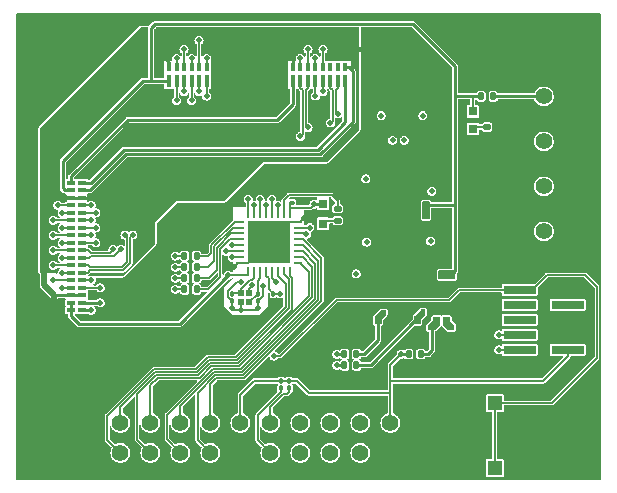
<source format=gbr>
%TF.GenerationSoftware,KiCad,Pcbnew,8.0.5*%
%TF.CreationDate,2025-10-24T05:58:17-05:00*%
%TF.ProjectId,iris-128s-adapter,69726973-2d31-4323-9873-2d6164617074,1.0.0*%
%TF.SameCoordinates,Original*%
%TF.FileFunction,Copper,L1,Top*%
%TF.FilePolarity,Positive*%
%FSLAX46Y46*%
G04 Gerber Fmt 4.6, Leading zero omitted, Abs format (unit mm)*
G04 Created by KiCad (PCBNEW 8.0.5) date 2025-10-24 05:58:17*
%MOMM*%
%LPD*%
G01*
G04 APERTURE LIST*
G04 Aperture macros list*
%AMRoundRect*
0 Rectangle with rounded corners*
0 $1 Rounding radius*
0 $2 $3 $4 $5 $6 $7 $8 $9 X,Y pos of 4 corners*
0 Add a 4 corners polygon primitive as box body*
4,1,4,$2,$3,$4,$5,$6,$7,$8,$9,$2,$3,0*
0 Add four circle primitives for the rounded corners*
1,1,$1+$1,$2,$3*
1,1,$1+$1,$4,$5*
1,1,$1+$1,$6,$7*
1,1,$1+$1,$8,$9*
0 Add four rect primitives between the rounded corners*
20,1,$1+$1,$2,$3,$4,$5,0*
20,1,$1+$1,$4,$5,$6,$7,0*
20,1,$1+$1,$6,$7,$8,$9,0*
20,1,$1+$1,$8,$9,$2,$3,0*%
G04 Aperture macros list end*
%TA.AperFunction,EtchedComponent*%
%ADD10C,0.000000*%
%TD*%
%TA.AperFunction,ComponentPad*%
%ADD11C,3.581400*%
%TD*%
%TA.AperFunction,SMDPad,CuDef*%
%ADD12R,0.470000X0.520000*%
%TD*%
%TA.AperFunction,SMDPad,CuDef*%
%ADD13R,0.381000X0.762000*%
%TD*%
%TA.AperFunction,SMDPad,CuDef*%
%ADD14R,0.381000X1.016000*%
%TD*%
%TA.AperFunction,SMDPad,CuDef*%
%ADD15R,2.794000X0.762000*%
%TD*%
%TA.AperFunction,SMDPad,CuDef*%
%ADD16RoundRect,0.135000X-0.135000X-0.185000X0.135000X-0.185000X0.135000X0.185000X-0.135000X0.185000X0*%
%TD*%
%TA.AperFunction,ComponentPad*%
%ADD17C,1.422400*%
%TD*%
%TA.AperFunction,SMDPad,CuDef*%
%ADD18R,0.800000X0.800000*%
%TD*%
%TA.AperFunction,SMDPad,CuDef*%
%ADD19RoundRect,0.100000X-0.100000X0.130000X-0.100000X-0.130000X0.100000X-0.130000X0.100000X0.130000X0*%
%TD*%
%TA.AperFunction,SMDPad,CuDef*%
%ADD20R,0.762000X0.381000*%
%TD*%
%TA.AperFunction,SMDPad,CuDef*%
%ADD21RoundRect,0.135000X0.135000X0.185000X-0.135000X0.185000X-0.135000X-0.185000X0.135000X-0.185000X0*%
%TD*%
%TA.AperFunction,SMDPad,CuDef*%
%ADD22RoundRect,0.100000X-0.130000X-0.100000X0.130000X-0.100000X0.130000X0.100000X-0.130000X0.100000X0*%
%TD*%
%TA.AperFunction,SMDPad,CuDef*%
%ADD23RoundRect,0.135000X0.185000X-0.135000X0.185000X0.135000X-0.185000X0.135000X-0.185000X-0.135000X0*%
%TD*%
%TA.AperFunction,SMDPad,CuDef*%
%ADD24C,0.500000*%
%TD*%
%TA.AperFunction,SMDPad,CuDef*%
%ADD25R,1.270000X1.270000*%
%TD*%
%TA.AperFunction,SMDPad,CuDef*%
%ADD26RoundRect,0.135000X-0.185000X0.135000X-0.185000X-0.135000X0.185000X-0.135000X0.185000X0.135000X0*%
%TD*%
%TA.AperFunction,SMDPad,CuDef*%
%ADD27R,0.250000X0.650000*%
%TD*%
%TA.AperFunction,SMDPad,CuDef*%
%ADD28R,0.650000X0.250000*%
%TD*%
%TA.AperFunction,HeatsinkPad*%
%ADD29R,3.600000X3.600000*%
%TD*%
%TA.AperFunction,ViaPad*%
%ADD30C,0.508000*%
%TD*%
%TA.AperFunction,Conductor*%
%ADD31C,0.254000*%
%TD*%
%TA.AperFunction,Conductor*%
%ADD32C,0.203200*%
%TD*%
%TA.AperFunction,Conductor*%
%ADD33C,0.127000*%
%TD*%
%TA.AperFunction,Conductor*%
%ADD34C,0.508000*%
%TD*%
G04 APERTURE END LIST*
D10*
%TA.AperFunction,EtchedComponent*%
%TO.C,NT1*%
G36*
X99885820Y-93564080D02*
G01*
X98885820Y-93564080D01*
X98885820Y-93064080D01*
X99885820Y-93064080D01*
X99885820Y-93564080D01*
G37*
%TD.AperFunction*%
%TA.AperFunction,EtchedComponent*%
%TO.C,NT2*%
G36*
X73716100Y-115128580D02*
G01*
X73216100Y-115128580D01*
X73216100Y-114128580D01*
X73716100Y-114128580D01*
X73716100Y-115128580D01*
G37*
%TD.AperFunction*%
%TD*%
D11*
%TO.P,S6,1,1*%
%TO.N,GND3*%
X73048000Y-126952000D03*
%TD*%
D12*
%TO.P,X1,1,IN/OUT*%
%TO.N,Net-(U1-PC14-OSC32_IN)*%
X89294100Y-113904240D03*
%TO.P,X1,2,GND*%
%TO.N,GND3*%
X89294100Y-114724240D03*
%TO.P,X1,3,OUT/IN*%
%TO.N,Net-(U1-PC15-OSC32_OUT)*%
X89964100Y-114724240D03*
%TO.P,X1,4,NC*%
%TO.N,GND3*%
X89964100Y-113904240D03*
%TD*%
D11*
%TO.P,S3,1,1*%
%TO.N,GND3*%
X116952000Y-93048000D03*
%TD*%
D13*
%TO.P,S4,B1,VSTIMp*%
%TO.N,VSTIMp*%
X98132680Y-94838080D03*
%TO.P,S4,B2,MISO2p*%
%TO.N,unconnected-(S4-MISO2p-PadB2)*%
X97497680Y-94838080D03*
%TO.P,S4,B3,MISO2m*%
%TO.N,unconnected-(S4-MISO2m-PadB3)*%
X96862680Y-94838080D03*
%TO.P,S4,B4,MOSI2p*%
%TO.N,/MOSI2p_STIM*%
X96227680Y-94838080D03*
%TO.P,S4,B5,MOSI2m*%
%TO.N,/MOSI2m_STIM*%
X95592680Y-94838080D03*
%TO.P,S4,B6,CSbp*%
%TO.N,/CSbp_STIM*%
X94957680Y-94838080D03*
%TO.P,S4,B7,CSbm*%
%TO.N,/CSbm_STIM*%
X94322680Y-94838080D03*
%TO.P,S4,B8,GND*%
%TO.N,GND1*%
X93687680Y-94838080D03*
D14*
%TO.P,S4,T1,VSTIMm*%
%TO.N,/VSTIMm*%
X98132680Y-95981080D03*
%TO.P,S4,T2,SCLKm*%
%TO.N,/SCLKm_STIM*%
X97497680Y-95981080D03*
%TO.P,S4,T3,SCLKp*%
%TO.N,/SCLKp_STIM*%
X96862680Y-95981080D03*
%TO.P,S4,T4,MOSI1m*%
%TO.N,/MOSI1m_STIM*%
X96227680Y-95981080D03*
%TO.P,S4,T5,MOSI1p*%
%TO.N,/MOSI1p_STIM*%
X95592680Y-95981080D03*
%TO.P,S4,T6,MISO1m*%
%TO.N,/MISO1m_STIM*%
X94957680Y-95981080D03*
%TO.P,S4,T7,MISO1p*%
%TO.N,/MISO1p_STIM*%
X94322680Y-95981080D03*
%TO.P,S4,T8,VDD*%
%TO.N,/VDD2*%
X93687680Y-95981080D03*
%TD*%
D15*
%TO.P,J4,1,1*%
%TO.N,VDD3V_EXT*%
X116951360Y-118745340D03*
%TO.P,J4,2,2*%
%TO.N,/mcu/SWDIO*%
X112887360Y-118745340D03*
%TO.P,J4,3,3*%
%TO.N,GND3*%
X116951360Y-117475340D03*
%TO.P,J4,4,4*%
%TO.N,/mcu/SWCLK*%
X112887360Y-117475340D03*
%TO.P,J4,5,5*%
%TO.N,GND3*%
X116951360Y-116205340D03*
%TO.P,J4,6,6*%
%TO.N,unconnected-(J4-Pad6)*%
X112887360Y-116205340D03*
%TO.P,J4,7,7*%
%TO.N,unconnected-(J4-Pad7)*%
X116951360Y-114935340D03*
%TO.P,J4,8,8*%
%TO.N,unconnected-(J4-Pad8)*%
X112887360Y-114935340D03*
%TO.P,J4,9,9*%
%TO.N,GND3*%
X116951360Y-113665340D03*
%TO.P,J4,10,10*%
%TO.N,/mcu/NRST*%
X112887360Y-113665340D03*
%TD*%
D16*
%TO.P,R21,1*%
%TO.N,VDD1*%
X109621880Y-97282000D03*
%TO.P,R21,2*%
%TO.N,/VDD3*%
X110641880Y-97282000D03*
%TD*%
D17*
%TO.P,J7,1,1*%
%TO.N,VDD3V_EXT*%
X114919760Y-101092000D03*
%TO.P,J7,2,2*%
%TO.N,GND3*%
X117459760Y-101092000D03*
%TD*%
D18*
%TO.P,D4,1,1*%
%TO.N,VDD1*%
X108909460Y-98566380D03*
%TO.P,D4,2,2*%
%TO.N,Net-(D4-Pad2)*%
X108909460Y-100066380D03*
%TD*%
D19*
%TO.P,C23,1*%
%TO.N,Net-(U1-PC15-OSC32_OUT)*%
X90694500Y-113996400D03*
%TO.P,C23,2*%
%TO.N,GND3*%
X90694500Y-114636400D03*
%TD*%
%TO.P,R3,1*%
%TO.N,VDD3V_EXT*%
X93379860Y-121376660D03*
%TO.P,R3,2*%
%TO.N,/mcu/PA10*%
X93379860Y-122016660D03*
%TD*%
D20*
%TO.P,S5,B1,B1*%
%TO.N,/VDD2*%
X74911100Y-104602500D03*
%TO.P,S5,B2,B2*%
%TO.N,VDD1*%
X74911100Y-105237500D03*
%TO.P,S5,B3,B3*%
%TO.N,GND1*%
X74911100Y-105872500D03*
%TO.P,S5,B4,B4*%
%TO.N,/CSbm*%
X74911100Y-106507500D03*
%TO.P,S5,B5,B5*%
%TO.N,/CSbp*%
X74911100Y-107142500D03*
%TO.P,S5,B6,B6*%
%TO.N,/SCLKm*%
X74911100Y-107777500D03*
%TO.P,S5,B7,B7*%
%TO.N,/SCLKp*%
X74911100Y-108412500D03*
%TO.P,S5,B8,B8*%
%TO.N,/CSbm_STIM*%
X74911100Y-109047500D03*
%TO.P,S5,B9,B9*%
%TO.N,/CSbp_STIM*%
X74911100Y-109682500D03*
%TO.P,S5,B10,B10*%
%TO.N,/SCLKm_STIM*%
X74911100Y-110317500D03*
%TO.P,S5,B11,B11*%
%TO.N,/SCLKp_STIM*%
X74911100Y-110952500D03*
%TO.P,S5,B12,B12*%
%TO.N,/MISO1m_STIM*%
X74911100Y-111587500D03*
%TO.P,S5,B13,B13*%
%TO.N,/MISO1p_STIM*%
X74911100Y-112222500D03*
%TO.P,S5,B14,B14*%
%TO.N,/SCLK_SW*%
X74911100Y-112857500D03*
%TO.P,S5,B15,B15*%
%TO.N,/MOSI_SW*%
X74911100Y-113492500D03*
%TO.P,S5,B16,B16*%
%TO.N,GND1*%
X74911100Y-114127500D03*
%TO.P,S5,B17,B17*%
%TO.N,VDD3V_EXT*%
X74911100Y-114762500D03*
%TO.P,S5,B18,B18*%
X74911100Y-115397500D03*
%TO.P,S5,T1,T1*%
%TO.N,/VSTIMm*%
X75850900Y-104602500D03*
%TO.P,S5,T2,T2*%
%TO.N,VSTIMp*%
X75850900Y-105237500D03*
%TO.P,S5,T3,T3*%
%TO.N,GND1*%
X75850900Y-105872500D03*
%TO.P,S5,T4,T4*%
%TO.N,/MISO1m*%
X75850900Y-106507500D03*
%TO.P,S5,T5,T5*%
%TO.N,/MISO1p*%
X75850900Y-107142500D03*
%TO.P,S5,T6,T6*%
%TO.N,/MISO2m*%
X75850900Y-107777500D03*
%TO.P,S5,T7,T7*%
%TO.N,/MISO2p*%
X75850900Y-108412500D03*
%TO.P,S5,T8,T8*%
%TO.N,/MOSIm*%
X75850900Y-109047500D03*
%TO.P,S5,T9,T9*%
%TO.N,/MOSIp*%
X75850900Y-109682500D03*
%TO.P,S5,T10,T10*%
%TO.N,/MOSI1m_STIM*%
X75850900Y-110317500D03*
%TO.P,S5,T11,T11*%
%TO.N,/MOSI1p_STIM*%
X75850900Y-110952500D03*
%TO.P,S5,T12,T12*%
%TO.N,/MOSI2m_STIM*%
X75850900Y-111587500D03*
%TO.P,S5,T13,T13*%
%TO.N,/MOSI2p_STIM*%
X75850900Y-112222500D03*
%TO.P,S5,T14,T14*%
%TO.N,/CSb_SW*%
X75850900Y-112857500D03*
%TO.P,S5,T15,T15*%
%TO.N,/MISO_SW*%
X75850900Y-113492500D03*
%TO.P,S5,T16,T16*%
%TO.N,GND1*%
X75850900Y-114127500D03*
%TO.P,S5,T17,T17*%
%TO.N,/VDD_SW_EXT*%
X75850900Y-114762500D03*
%TO.P,S5,T18,T18*%
%TO.N,/VSS_SW_EXT*%
X75850900Y-115397500D03*
%TD*%
D13*
%TO.P,S1,B1,CSbm*%
%TO.N,/CSbm*%
X86369280Y-94838480D03*
%TO.P,S1,B2,SCLKm*%
%TO.N,/SCLKm*%
X85734280Y-94838480D03*
%TO.P,S1,B3,MOSIm*%
%TO.N,/MOSIm*%
X85099280Y-94838480D03*
%TO.P,S1,B4,MISO1m*%
%TO.N,/MISO1m*%
X84464280Y-94838480D03*
%TO.P,S1,B5,MISO2m*%
%TO.N,/MISO2m*%
X83829280Y-94838480D03*
%TO.P,S1,B6,GND*%
%TO.N,GND1*%
X83194280Y-94838480D03*
D14*
%TO.P,S1,T1,CSbp*%
%TO.N,/CSbp*%
X86369280Y-95981480D03*
%TO.P,S1,T2,SCLKp*%
%TO.N,/SCLKp*%
X85734280Y-95981480D03*
%TO.P,S1,T3,MOSIp*%
%TO.N,/MOSIp*%
X85099280Y-95981480D03*
%TO.P,S1,T4,MISO1p*%
%TO.N,/MISO1p*%
X84464280Y-95981480D03*
%TO.P,S1,T5,MISO2p*%
%TO.N,/MISO2p*%
X83829280Y-95981480D03*
%TO.P,S1,T6,VDD*%
%TO.N,VDD1*%
X83194280Y-95981480D03*
%TD*%
D16*
%TO.P,R22,1*%
%TO.N,/VDD_SW_EXT*%
X98044500Y-119113000D03*
%TO.P,R22,2*%
%TO.N,/VDD_SW*%
X99064500Y-119113000D03*
%TD*%
D21*
%TO.P,R6,1*%
%TO.N,Net-(U1-PB4)*%
X85523600Y-112679440D03*
%TO.P,R6,2*%
%TO.N,/MISO_SW*%
X84503600Y-112679440D03*
%TD*%
%TO.P,R8,1*%
%TO.N,Net-(U1-PA15)*%
X85523600Y-110797100D03*
%TO.P,R8,2*%
%TO.N,/CSb_SW*%
X84503600Y-110797100D03*
%TD*%
D19*
%TO.P,R4,1*%
%TO.N,VDD3V_EXT*%
X92678180Y-121376660D03*
%TO.P,R4,2*%
%TO.N,/mcu/PA9*%
X92678180Y-122016660D03*
%TD*%
%TO.P,C6,1*%
%TO.N,/mcu/NRST*%
X92029240Y-113996400D03*
%TO.P,C6,2*%
%TO.N,GND3*%
X92029240Y-114636400D03*
%TD*%
D21*
%TO.P,R5,1*%
%TO.N,Net-(U1-PB5)*%
X85523600Y-113619440D03*
%TO.P,R5,2*%
%TO.N,/MOSI_SW*%
X84503600Y-113619440D03*
%TD*%
D11*
%TO.P,S2,1,1*%
%TO.N,GND3*%
X73048000Y-93048000D03*
%TD*%
D16*
%TO.P,R23,1*%
%TO.N,/VSS_SW_EXT*%
X98044500Y-120054760D03*
%TO.P,R23,2*%
%TO.N,/VSS_SW*%
X99064500Y-120054760D03*
%TD*%
D18*
%TO.P,D3,1,1*%
%TO.N,VDD3V_EXT*%
X96245020Y-106417240D03*
%TO.P,D3,2,2*%
%TO.N,Net-(D3-Pad2)*%
X96245020Y-108067240D03*
%TD*%
D22*
%TO.P,C24,1*%
%TO.N,VDD3V_EXT*%
X93627680Y-106292240D03*
%TO.P,C24,2*%
%TO.N,GND3*%
X94267680Y-106292240D03*
%TD*%
D17*
%TO.P,J2,1,1*%
%TO.N,/VDD_SW_EXT*%
X114919760Y-104902000D03*
%TO.P,J2,2,2*%
%TO.N,GND3*%
X117459760Y-104902000D03*
%TD*%
D23*
%TO.P,R19,1*%
%TO.N,Net-(D3-Pad2)*%
X97464580Y-107814740D03*
%TO.P,R19,2*%
%TO.N,/mcu/PA8*%
X97464580Y-106794740D03*
%TD*%
D16*
%TO.P,R24,1*%
%TO.N,VDD3V_EXT*%
X103482640Y-119113000D03*
%TO.P,R24,2*%
%TO.N,/VDD3V*%
X104502640Y-119113000D03*
%TD*%
D24*
%TO.P,NT1,1,1*%
%TO.N,GND1*%
X98885820Y-93314080D03*
%TO.P,NT1,2,2*%
%TO.N,GND3*%
X99885820Y-93314080D03*
%TD*%
D25*
%TO.P,J6,1A,1A*%
%TO.N,GND3*%
X108230000Y-123256800D03*
%TO.P,J6,1B,1B*%
X108230000Y-128743200D03*
%TO.P,J6,2A,2A*%
%TO.N,/mcu/NRST*%
X110770000Y-123256800D03*
%TO.P,J6,2B,2B*%
X110770000Y-128743200D03*
%TD*%
D19*
%TO.P,C22,1*%
%TO.N,Net-(U1-PC14-OSC32_IN)*%
X88565920Y-113996400D03*
%TO.P,C22,2*%
%TO.N,GND3*%
X88565920Y-114636400D03*
%TD*%
D26*
%TO.P,R20,1*%
%TO.N,GND3*%
X110127960Y-98868880D03*
%TO.P,R20,2*%
%TO.N,Net-(D4-Pad2)*%
X110127960Y-99888880D03*
%TD*%
D17*
%TO.P,J3,1,1*%
%TO.N,/VSS_SW_EXT*%
X114919760Y-108712000D03*
%TO.P,J3,2,2*%
%TO.N,GND3*%
X117459760Y-108712000D03*
%TD*%
D21*
%TO.P,R7,1*%
%TO.N,Net-(U1-PB3)*%
X85523600Y-111739440D03*
%TO.P,R7,2*%
%TO.N,/SCLK_SW*%
X84503600Y-111739440D03*
%TD*%
D11*
%TO.P,S7,1,1*%
%TO.N,GND3*%
X116952000Y-126952000D03*
%TD*%
D27*
%TO.P,U1,1,VDD1*%
%TO.N,VDD3V_EXT*%
X89902240Y-112067320D03*
%TO.P,U1,2,PC14-OSC32_IN*%
%TO.N,Net-(U1-PC14-OSC32_IN)*%
X90402240Y-112067320D03*
%TO.P,U1,3,PC15-OSC32_OUT*%
%TO.N,Net-(U1-PC15-OSC32_OUT)*%
X90902240Y-112067320D03*
%TO.P,U1,4,PF2-NRST*%
%TO.N,/mcu/NRST*%
X91402240Y-112067320D03*
%TO.P,U1,5,VDDA/VREF+*%
%TO.N,/VDDA3V*%
X91902240Y-112067320D03*
%TO.P,U1,6,PA0-CK_IN*%
%TO.N,/mcu/PA0*%
X92402240Y-112067320D03*
%TO.P,U1,7,PA1*%
%TO.N,/mcu/PA1*%
X92902240Y-112067320D03*
%TO.P,U1,8,PA2*%
%TO.N,/mcu/PA2*%
X93402240Y-112067320D03*
D28*
%TO.P,U1,9,PA3*%
%TO.N,/mcu/PA3*%
X94077240Y-111392320D03*
%TO.P,U1,10,PA4*%
%TO.N,/mcu/PA4*%
X94077240Y-110892320D03*
%TO.P,U1,11,PA5*%
%TO.N,/mcu/PA5*%
X94077240Y-110392320D03*
%TO.P,U1,12,PA6*%
%TO.N,/mcu/PA6*%
X94077240Y-109892320D03*
%TO.P,U1,13,PA7*%
%TO.N,/mcu/PA7*%
X94077240Y-109392320D03*
%TO.P,U1,14,PB0*%
%TO.N,/mcu/PB0*%
X94077240Y-108892320D03*
%TO.P,U1,15,PB1*%
%TO.N,/mcu/PB1*%
X94077240Y-108392320D03*
%TO.P,U1,16,VSS1*%
%TO.N,GND3*%
X94077240Y-107892320D03*
D27*
%TO.P,U1,17,VDD2*%
%TO.N,VDD3V_EXT*%
X93402240Y-107217320D03*
%TO.P,U1,18,PA8*%
%TO.N,/mcu/PA8*%
X92902240Y-107217320D03*
%TO.P,U1,19,PA9*%
%TO.N,/mcu/PA9*%
X92402240Y-107217320D03*
%TO.P,U1,20,PA10*%
%TO.N,/mcu/PA10*%
X91902240Y-107217320D03*
%TO.P,U1,21,PA11[PA9]*%
%TO.N,/mcu/PA11*%
X91402240Y-107217320D03*
%TO.P,U1,22,PA12[PA10]*%
%TO.N,/mcu/PA12*%
X90902240Y-107217320D03*
%TO.P,U1,23,PA13*%
%TO.N,/mcu/SWDIO*%
X90402240Y-107217320D03*
%TO.P,U1,24,PA14*%
%TO.N,/mcu/SWCLK*%
X89902240Y-107217320D03*
D28*
%TO.P,U1,25,PA15*%
%TO.N,Net-(U1-PA15)*%
X89227240Y-107892320D03*
%TO.P,U1,26,PB3*%
%TO.N,Net-(U1-PB3)*%
X89227240Y-108392320D03*
%TO.P,U1,27,PB4*%
%TO.N,Net-(U1-PB4)*%
X89227240Y-108892320D03*
%TO.P,U1,28,PB5*%
%TO.N,Net-(U1-PB5)*%
X89227240Y-109392320D03*
%TO.P,U1,29,PB6*%
%TO.N,/mcu/PB6*%
X89227240Y-109892320D03*
%TO.P,U1,30,PB7*%
%TO.N,/mcu/PB7*%
X89227240Y-110392320D03*
%TO.P,U1,31,PF3-BOOT0*%
%TO.N,Net-(U1-PF3-BOOT0)*%
X89227240Y-110892320D03*
%TO.P,U1,32,VSS2*%
%TO.N,GND3*%
X89227240Y-111392320D03*
D29*
%TO.P,U1,33,Exposed_Pad*%
X91652240Y-109642320D03*
%TD*%
D17*
%TO.P,J1,1,1*%
%TO.N,/VDD3*%
X114919760Y-97282000D03*
%TO.P,J1,2,2*%
%TO.N,GND3*%
X117459760Y-97282000D03*
%TD*%
%TO.P,J5,1,1*%
%TO.N,/mcu/PA0*%
X79070000Y-127460500D03*
%TO.P,J5,2,2*%
%TO.N,/mcu/PA1*%
X79070000Y-124920500D03*
%TO.P,J5,3,3*%
%TO.N,/mcu/PA2*%
X81610000Y-127460500D03*
%TO.P,J5,4,4*%
%TO.N,/mcu/PA3*%
X81610000Y-124920500D03*
%TO.P,J5,5,5*%
%TO.N,/mcu/PA4*%
X84150000Y-127460500D03*
%TO.P,J5,6,6*%
%TO.N,/mcu/PA5*%
X84150000Y-124920500D03*
%TO.P,J5,7,7*%
%TO.N,/mcu/PA6*%
X86690000Y-127460500D03*
%TO.P,J5,8,8*%
%TO.N,/mcu/PA7*%
X86690000Y-124920500D03*
%TO.P,J5,9,9*%
%TO.N,GND3*%
X89230000Y-127460500D03*
%TO.P,J5,10,10*%
%TO.N,VDD3V_EXT*%
X89230000Y-124920500D03*
%TO.P,J5,11,11*%
%TO.N,/mcu/PA9*%
X91770000Y-127460500D03*
%TO.P,J5,12,12*%
%TO.N,/mcu/PA10*%
X91770000Y-124920500D03*
%TO.P,J5,13,13*%
%TO.N,/mcu/PA11*%
X94310000Y-127460500D03*
%TO.P,J5,14,14*%
%TO.N,/mcu/PA12*%
X94310000Y-124920500D03*
%TO.P,J5,15,15*%
%TO.N,/mcu/PB0*%
X96850000Y-127460500D03*
%TO.P,J5,16,16*%
%TO.N,/mcu/PB1*%
X96850000Y-124920500D03*
%TO.P,J5,17,17*%
%TO.N,/mcu/PB6*%
X99390000Y-127460500D03*
%TO.P,J5,18,18*%
%TO.N,/mcu/PB7*%
X99390000Y-124920500D03*
%TO.P,J5,19,19*%
%TO.N,GND3*%
X101930000Y-127460500D03*
%TO.P,J5,20,20*%
%TO.N,VDD3V_EXT*%
X101930000Y-124920500D03*
%TD*%
D24*
%TO.P,NT2,1,1*%
%TO.N,GND1*%
X73466100Y-114128580D03*
%TO.P,NT2,2,2*%
%TO.N,GND3*%
X73466100Y-115128580D03*
%TD*%
D30*
%TO.N,/VDD3V*%
X105467000Y-116761800D03*
X105867000Y-116257200D03*
%TO.N,/VDDA3V*%
X92260260Y-113020000D03*
X107045780Y-116761800D03*
X106647000Y-116257200D03*
%TO.N,/mcu/NRST*%
X92070474Y-119268794D03*
X92600780Y-113996400D03*
%TO.N,Net-(U2-SEQ)*%
X105442100Y-105325780D03*
X99861440Y-104271560D03*
%TO.N,/VDD_SW*%
X101293260Y-115669600D03*
X100893800Y-116257200D03*
%TO.N,/VSS_SW*%
X104232200Y-116257200D03*
X104622700Y-115669600D03*
%TO.N,Net-(U1-PF3-BOOT0)*%
X88562200Y-110892320D03*
%TO.N,/mcu/PA10*%
X91902240Y-106005860D03*
%TO.N,/mcu/PA9*%
X92402100Y-106514460D03*
%TO.N,/MOSI_SW*%
X74149100Y-113492500D03*
X83741600Y-113619440D03*
%TO.N,/MISO_SW*%
X77374900Y-113492500D03*
X83741600Y-112679440D03*
%TO.N,/SCLK_SW*%
X83741600Y-111739440D03*
X73387100Y-112857500D03*
%TO.N,/CSb_SW*%
X76612900Y-112857500D03*
X83741600Y-110799640D03*
%TO.N,GND3*%
X78181200Y-115976400D03*
X90617040Y-122600720D03*
X84074000Y-106705400D03*
X112268000Y-112471200D03*
X81711800Y-114554000D03*
X110109000Y-111912400D03*
X108102400Y-97891600D03*
X118729360Y-116205340D03*
X104947600Y-116257200D03*
X86461600Y-116560600D03*
X90347800Y-117119400D03*
X100634800Y-123139200D03*
X90694500Y-115195200D03*
X80213200Y-112242600D03*
X118729360Y-117475340D03*
X86314460Y-113162080D03*
X113334800Y-128193800D03*
X108127800Y-107238800D03*
X101369460Y-113797800D03*
X99931220Y-100077980D03*
X93878400Y-104013000D03*
X103379440Y-104558560D03*
X108077000Y-111099600D03*
X102617440Y-103796560D03*
X84023200Y-117094000D03*
X99898200Y-91871800D03*
X99009200Y-101117400D03*
X98077020Y-115314000D03*
X81813400Y-117094000D03*
X86207600Y-118821200D03*
X92029240Y-115286020D03*
X91160600Y-120446800D03*
X90652600Y-108323380D03*
X76479400Y-119786400D03*
X104470200Y-90830400D03*
X102844600Y-95580200D03*
X102870000Y-122250200D03*
X83083400Y-122351800D03*
X95021400Y-123139200D03*
X77927200Y-93319600D03*
X89298731Y-112971531D03*
X108077000Y-101955600D03*
X71704200Y-111887000D03*
X106629200Y-120573800D03*
X108839000Y-118389400D03*
X71729600Y-106070400D03*
X99885820Y-93314080D03*
X94874080Y-106144060D03*
X89294100Y-115344480D03*
X73466100Y-115128580D03*
X107209040Y-128743200D03*
X81229200Y-90830400D03*
X90652600Y-111099600D03*
X108077000Y-94437200D03*
X104711600Y-113797800D03*
X103661680Y-100649980D03*
X85420200Y-114376200D03*
X113385600Y-122301000D03*
X111175800Y-107264200D03*
X85064600Y-108559600D03*
X108102400Y-96520000D03*
X103379440Y-103034560D03*
X101647660Y-116257200D03*
X101536500Y-107370820D03*
X82575400Y-108178600D03*
X71780400Y-117525800D03*
X116205000Y-111023400D03*
X91363800Y-103428800D03*
X103454200Y-91897200D03*
X101855440Y-103034560D03*
X105957840Y-103771560D03*
X82575400Y-109956600D03*
X103022820Y-112316460D03*
X71704200Y-100431600D03*
X97840800Y-110617000D03*
X96875600Y-104952800D03*
X81661000Y-119710200D03*
X92532760Y-111099600D03*
X88714600Y-111709820D03*
X77292200Y-123850400D03*
X106248200Y-118795800D03*
X97749360Y-123139200D03*
X106832400Y-105867200D03*
X101930200Y-119227600D03*
X83794600Y-115900200D03*
X87967820Y-121831100D03*
X73761600Y-97459800D03*
X112674400Y-99542600D03*
X101124220Y-100964940D03*
X92862400Y-123139200D03*
X113030000Y-94411800D03*
X110327440Y-119400320D03*
X106832400Y-107035600D03*
X118033800Y-122910600D03*
X110127960Y-98219260D03*
X87376000Y-106705400D03*
X108889800Y-120802400D03*
X98196400Y-121767600D03*
X90243500Y-113284000D03*
X118729360Y-113665340D03*
X94589880Y-107574820D03*
X88696800Y-106121200D03*
X88565920Y-115195200D03*
X101535700Y-108008360D03*
X85140800Y-119710200D03*
X97129600Y-108788200D03*
X93319600Y-119837200D03*
X106654600Y-95072200D03*
X91139000Y-113334800D03*
X96266000Y-103403400D03*
X112928400Y-104038400D03*
X86715600Y-114757200D03*
X101855440Y-104558560D03*
X92232480Y-108996480D03*
X86264460Y-110299500D03*
X96621600Y-120396000D03*
X78181200Y-114427000D03*
X99923600Y-97917000D03*
X107739040Y-114694420D03*
X107209040Y-123256800D03*
X97053400Y-113919000D03*
X106705400Y-97840800D03*
X114884200Y-119837200D03*
X88900000Y-118592600D03*
X98080220Y-113924800D03*
X89281000Y-116052600D03*
X107565420Y-116257200D03*
X101536500Y-106733880D03*
X96621600Y-117983000D03*
%TO.N,/MISO1m*%
X84464280Y-93314480D03*
X76612900Y-106507500D03*
%TO.N,/CSbm*%
X73768100Y-106507500D03*
X86369280Y-94076480D03*
%TO.N,/SCLKm*%
X85734280Y-92552480D03*
X73387100Y-107777500D03*
%TO.N,/MOSIp*%
X76993900Y-109682500D03*
X85099280Y-97632480D03*
%TO.N,/MISO2p*%
X76993900Y-108412500D03*
X83829280Y-97632480D03*
%TO.N,/MISO1p*%
X84464280Y-96870480D03*
X76993900Y-107142500D03*
%TO.N,/MISO2m*%
X76612900Y-107777500D03*
X83829280Y-94076480D03*
%TO.N,VDD3V_EXT*%
X88206600Y-112420400D03*
X102834900Y-119113000D03*
X95468400Y-106417240D03*
%TO.N,/CSbp*%
X86369280Y-97251480D03*
X74149100Y-107142500D03*
%TO.N,/SCLKp*%
X74149100Y-108412500D03*
X85734280Y-96870480D03*
%TO.N,/MOSIm*%
X76612900Y-109047500D03*
X85099280Y-94076480D03*
%TO.N,/CSbp_STIM*%
X74149100Y-109682500D03*
X94957680Y-93314080D03*
%TO.N,/SCLKp_STIM*%
X74149100Y-110952500D03*
X96862680Y-99537080D03*
%TO.N,/MOSI1m_STIM*%
X96227680Y-96870080D03*
X78452980Y-110241080D03*
%TO.N,VDD1*%
X106273600Y-112379060D03*
X104957080Y-106474200D03*
X103117440Y-101013200D03*
X104957080Y-107297220D03*
X102117440Y-101013200D03*
X107088940Y-112379060D03*
%TO.N,/MOSI2m_STIM*%
X95592680Y-94076080D03*
X79468980Y-109021880D03*
%TO.N,/SCLKm_STIM*%
X97497680Y-98775080D03*
X73387100Y-110317500D03*
%TO.N,/MOSI1p_STIM*%
X95592680Y-97251080D03*
X79113380Y-110241080D03*
%TO.N,/CSbm_STIM*%
X94322680Y-94076080D03*
X73387100Y-109047500D03*
%TO.N,/MOSI2p_STIM*%
X96227680Y-93314080D03*
X80129380Y-109021880D03*
%TO.N,/mcu/PB1*%
X95098200Y-108392320D03*
%TO.N,/mcu/PB0*%
X94831940Y-108968804D03*
%TO.N,/mcu/PB6*%
X88562200Y-109892320D03*
%TO.N,/mcu/SWDIO*%
X111109360Y-118745340D03*
X90402100Y-106514460D03*
%TO.N,/mcu/SWCLK*%
X89902240Y-106005860D03*
X111109360Y-117475340D03*
%TO.N,/mcu/PB7*%
X88054200Y-110392320D03*
%TO.N,/pmu/VDDH*%
X99915220Y-109616363D03*
X101163860Y-98906320D03*
X99038100Y-112316460D03*
%TO.N,/pmu/VSSH*%
X104669240Y-98906320D03*
X105334563Y-109530177D03*
%TO.N,/VDD_SW_EXT*%
X97396760Y-119113000D03*
X77374900Y-114762500D03*
%TO.N,/VSS_SW_EXT*%
X76612900Y-115397500D03*
X97396760Y-120054760D03*
%TO.N,/MISO1p_STIM*%
X94322680Y-100680080D03*
X74149100Y-112222500D03*
%TO.N,/MISO1m_STIM*%
X73387100Y-111587500D03*
X94957680Y-99918080D03*
%TO.N,/mcu/PA12*%
X90902240Y-106005860D03*
%TO.N,/mcu/PA11*%
X91402100Y-106514460D03*
%TO.N,GND1*%
X95554800Y-101193600D03*
X80568800Y-92100400D03*
X98885820Y-93314080D03*
X84607400Y-99999800D03*
X79197200Y-96951800D03*
X84912200Y-104851200D03*
X87020400Y-91795600D03*
X98983800Y-99974400D03*
X74828400Y-103200200D03*
X75844400Y-100355400D03*
X72745600Y-99923600D03*
X82491696Y-93660076D03*
X74149100Y-105872500D03*
X91440000Y-97409000D03*
X90220800Y-94894400D03*
X85115400Y-101219000D03*
X76885800Y-95783400D03*
X79984600Y-94488000D03*
X81534000Y-99847400D03*
X98475800Y-91846400D03*
X89916000Y-100431600D03*
X82245200Y-104013000D03*
X76784200Y-101168200D03*
X73939400Y-100482400D03*
X76682600Y-97764600D03*
X93345000Y-91821000D03*
X76993900Y-103200200D03*
X88138000Y-105486200D03*
X78232000Y-101879400D03*
X81026000Y-98653600D03*
X87934800Y-93700600D03*
X91643200Y-98704400D03*
X85775800Y-98323400D03*
X88341200Y-98653600D03*
X81711800Y-102895400D03*
X84912200Y-103505000D03*
X90830400Y-102793800D03*
X72618600Y-109677200D03*
X91236800Y-95783400D03*
X93687680Y-93695080D03*
X80314800Y-104902000D03*
X93091000Y-97409000D03*
X72618600Y-110947200D03*
X78689200Y-99136200D03*
X96824800Y-102133400D03*
X88773000Y-99949000D03*
X92506800Y-94310200D03*
X81076800Y-96748600D03*
X82931000Y-97231200D03*
X76993900Y-105872500D03*
X87960200Y-97231200D03*
X96164400Y-100076000D03*
X80314800Y-102997000D03*
X79476600Y-100812600D03*
X81788000Y-108991400D03*
%TD*%
D31*
%TO.N,/VDD3V*%
X105467000Y-118796380D02*
X105467000Y-116761800D01*
X104502640Y-119113000D02*
X105150380Y-119113000D01*
X105150380Y-119113000D02*
X105467000Y-118796380D01*
D32*
%TO.N,/VDDA3V*%
X91909900Y-112573948D02*
X91902240Y-112566288D01*
X92260260Y-113020000D02*
X91909900Y-112669640D01*
X91909900Y-112669640D02*
X91909900Y-112573948D01*
X91902240Y-112566288D02*
X91902240Y-112067320D01*
D33*
%TO.N,/mcu/NRST*%
X91402240Y-112067320D02*
X91402240Y-112479380D01*
X115161060Y-112422940D02*
X118440200Y-112422940D01*
X118440200Y-112422940D02*
X119410480Y-113393220D01*
X106926304Y-114510302D02*
X107771266Y-113665340D01*
X97381578Y-114510302D02*
X106926304Y-114510302D01*
X107771266Y-113665340D02*
X110571280Y-113665340D01*
X91402240Y-112479380D02*
X91617800Y-112694940D01*
X119410480Y-113393220D02*
X119410480Y-119451120D01*
X113918660Y-113665340D02*
X115161060Y-112422940D01*
X110770000Y-128743200D02*
X110770000Y-123256800D01*
X92029240Y-113996400D02*
X92600780Y-113996400D01*
X110571280Y-113665340D02*
X112887360Y-113665340D01*
X91617800Y-112694940D02*
X91617800Y-113584960D01*
X92070474Y-119268794D02*
X92623086Y-119268794D01*
X119410480Y-119451120D02*
X115604800Y-123256800D01*
X92623086Y-119268794D02*
X97381578Y-114510302D01*
X115604800Y-123256800D02*
X110770000Y-123256800D01*
X91617800Y-113584960D02*
X92029240Y-113996400D01*
X112887360Y-113665340D02*
X113918660Y-113665340D01*
D31*
%TO.N,/VDD3*%
X110641880Y-97282000D02*
X114919760Y-97282000D01*
%TO.N,/VDD_SW*%
X100893800Y-117931440D02*
X100893800Y-116257200D01*
X99712240Y-119113000D02*
X100893800Y-117931440D01*
X99064500Y-119113000D02*
X99712240Y-119113000D01*
%TO.N,/VSS_SW*%
X100256840Y-120054760D02*
X104054400Y-116257200D01*
X104054400Y-116257200D02*
X104232200Y-116257200D01*
X99064500Y-120054760D02*
X99712240Y-120054760D01*
X99712240Y-120054760D02*
X100256840Y-120054760D01*
D33*
%TO.N,Net-(U1-PF3-BOOT0)*%
X89227240Y-110892320D02*
X88562200Y-110892320D01*
%TO.N,/mcu/PA10*%
X93379860Y-122299160D02*
X93205300Y-122473720D01*
X91902240Y-107217320D02*
X91902240Y-106005860D01*
X93205300Y-122473720D02*
X92855850Y-122473720D01*
X92855850Y-122473720D02*
X91770000Y-123559570D01*
X91770000Y-123559570D02*
X91770000Y-124920500D01*
X93379860Y-122016660D02*
X93379860Y-122299160D01*
%TO.N,/mcu/PA9*%
X92402240Y-107217320D02*
X92402240Y-106514600D01*
X90700860Y-124269500D02*
X90700860Y-126391360D01*
X92402240Y-106514600D02*
X92402100Y-106514460D01*
X92678180Y-122292180D02*
X90700860Y-124269500D01*
X90700860Y-126391360D02*
X91770000Y-127460500D01*
X92678180Y-122016660D02*
X92678180Y-122292180D01*
%TO.N,Net-(U1-PB5)*%
X85523600Y-113619440D02*
X86504620Y-113619440D01*
X87520780Y-110192820D02*
X88321280Y-109392320D01*
X87520780Y-112603280D02*
X87520780Y-110192820D01*
X88321280Y-109392320D02*
X89227240Y-109392320D01*
X86504620Y-113619440D02*
X87520780Y-112603280D01*
%TO.N,/MOSI_SW*%
X84503600Y-113619440D02*
X83741600Y-113619440D01*
X74149100Y-113492500D02*
X74911100Y-113492500D01*
%TO.N,Net-(U1-PB4)*%
X85523600Y-112679440D02*
X86542920Y-112679440D01*
X87266780Y-110087610D02*
X88462070Y-108892320D01*
X87266780Y-111955580D02*
X87266780Y-110087610D01*
X88462070Y-108892320D02*
X89227240Y-108892320D01*
X86542920Y-112679440D02*
X87266780Y-111955580D01*
%TO.N,/MISO_SW*%
X77374900Y-113492500D02*
X75850900Y-113492500D01*
X83741600Y-112679440D02*
X84503600Y-112679440D01*
%TO.N,Net-(U1-PB3)*%
X86505020Y-111739440D02*
X87012780Y-111231680D01*
X88602860Y-108392320D02*
X89227240Y-108392320D01*
X87012780Y-109982400D02*
X88602860Y-108392320D01*
X85523600Y-111739440D02*
X86505020Y-111739440D01*
X87012780Y-111231680D02*
X87012780Y-109982400D01*
%TO.N,/SCLK_SW*%
X84503600Y-111739440D02*
X83741600Y-111739440D01*
X73387100Y-112857500D02*
X74911100Y-112857500D01*
%TO.N,Net-(U1-PA15)*%
X86758780Y-109877190D02*
X88743650Y-107892320D01*
X88743650Y-107892320D02*
X89227240Y-107892320D01*
X85523600Y-110799640D02*
X86510100Y-110799640D01*
X86510100Y-110799640D02*
X86758780Y-110550960D01*
X86758780Y-110550960D02*
X86758780Y-109877190D01*
%TO.N,/CSb_SW*%
X83741600Y-110799640D02*
X84503600Y-110799640D01*
X76612900Y-112857500D02*
X75850900Y-112857500D01*
%TO.N,GND3*%
X89032100Y-111392320D02*
X88714600Y-111709820D01*
X89298731Y-112971531D02*
X88947189Y-112971531D01*
D31*
X108230000Y-128743200D02*
X107209040Y-128743200D01*
D33*
X89294100Y-115344480D02*
X88715200Y-115344480D01*
X88715200Y-115344480D02*
X88565920Y-115195200D01*
X89964100Y-113904240D02*
X89964100Y-113563400D01*
X88565920Y-115195200D02*
X88565920Y-114636400D01*
X94874080Y-106144060D02*
X94415860Y-106144060D01*
X90545220Y-115344480D02*
X90694500Y-115195200D01*
D32*
X116951360Y-113665340D02*
X118729360Y-113665340D01*
D33*
X89964100Y-113563400D02*
X90243500Y-113284000D01*
X88947189Y-112971531D02*
X88175420Y-113743300D01*
X88175420Y-114249500D02*
X88562320Y-114636400D01*
X88562320Y-114636400D02*
X88565920Y-114636400D01*
X89227240Y-111392320D02*
X89032100Y-111392320D01*
X90698100Y-114636400D02*
X90694500Y-114636400D01*
D31*
X108230000Y-123256800D02*
X107209040Y-123256800D01*
D33*
X93402240Y-107892320D02*
X94077240Y-107892320D01*
X91652240Y-109642320D02*
X93402240Y-107892320D01*
X88175420Y-113743300D02*
X88175420Y-114249500D01*
X94272380Y-107892320D02*
X94589880Y-107574820D01*
X89294100Y-115344480D02*
X90545220Y-115344480D01*
X89294100Y-114724240D02*
X89294100Y-115344480D01*
D32*
X110127960Y-98868880D02*
X110127960Y-98219260D01*
D33*
X89902240Y-111392320D02*
X91652240Y-109642320D01*
X90694500Y-115195200D02*
X90694500Y-114636400D01*
X92029240Y-114636400D02*
X92029240Y-115286020D01*
X91139000Y-114195500D02*
X90698100Y-114636400D01*
X91139000Y-113334800D02*
X91139000Y-114195500D01*
D32*
X116951360Y-116205340D02*
X118729360Y-116205340D01*
D33*
X89227240Y-111392320D02*
X89902240Y-111392320D01*
X94077240Y-107892320D02*
X94272380Y-107892320D01*
D32*
X116951360Y-117475340D02*
X118729360Y-117475340D01*
D33*
X94415860Y-106144060D02*
X94267680Y-106292240D01*
%TO.N,/MISO1m*%
X76612900Y-106507500D02*
X75850900Y-106507500D01*
X84464280Y-93314480D02*
X84464280Y-94838480D01*
%TO.N,/CSbm*%
X74911100Y-106507500D02*
X73768100Y-106507500D01*
X86369280Y-94076480D02*
X86369280Y-94838480D01*
%TO.N,/SCLKm*%
X73387100Y-107777500D02*
X74911100Y-107777500D01*
X85734280Y-94838480D02*
X85734280Y-92552480D01*
%TO.N,/MOSIp*%
X75850900Y-109682500D02*
X76993900Y-109682500D01*
X85099280Y-97632480D02*
X85099280Y-95981480D01*
%TO.N,/MISO2p*%
X83829280Y-97632480D02*
X83829280Y-95981480D01*
X75850900Y-108412500D02*
X76993900Y-108412500D01*
%TO.N,/MISO1p*%
X75850900Y-107142500D02*
X76993900Y-107142500D01*
X84464280Y-96870480D02*
X84464280Y-95981480D01*
%TO.N,/MISO2m*%
X76612900Y-107777500D02*
X75850900Y-107777500D01*
X83829280Y-94076480D02*
X83829280Y-94838480D01*
D31*
%TO.N,VDD3V_EXT*%
X75567540Y-116535200D02*
X74911100Y-115878760D01*
D33*
X95179980Y-106705660D02*
X95468400Y-106417240D01*
D31*
X74911100Y-115397500D02*
X74911100Y-114762500D01*
D32*
X101930000Y-122407680D02*
X101930000Y-124920500D01*
X90390760Y-121376660D02*
X89230000Y-122537420D01*
X92678180Y-121376660D02*
X90390760Y-121376660D01*
X88206600Y-112420400D02*
X89839800Y-112420400D01*
D33*
X93402240Y-107217320D02*
X93402240Y-106728520D01*
D32*
X95051880Y-122407680D02*
X101930000Y-122407680D01*
D33*
X93425100Y-106705660D02*
X95179980Y-106705660D01*
D32*
X89839800Y-112420400D02*
X89902240Y-112357960D01*
X93379860Y-121376660D02*
X94020860Y-121376660D01*
D31*
X74911100Y-115878760D02*
X74911100Y-115397500D01*
D32*
X114876360Y-121376660D02*
X116951360Y-119301660D01*
X93379860Y-121376660D02*
X92678180Y-121376660D01*
X89230000Y-122537420D02*
X89230000Y-124920500D01*
D31*
X88206600Y-112420400D02*
X84091800Y-116535200D01*
D32*
X116951360Y-119301660D02*
X116951360Y-118745340D01*
D33*
X93402240Y-106728520D02*
X93402240Y-106517680D01*
X93402240Y-106517680D02*
X93627680Y-106292240D01*
D32*
X89902240Y-112357960D02*
X89902240Y-112067320D01*
X102834900Y-119113000D02*
X101930000Y-120017900D01*
D31*
X96245020Y-106417240D02*
X95468400Y-106417240D01*
D32*
X101930000Y-121376440D02*
X101930000Y-122407680D01*
X101930000Y-121376440D02*
X101929780Y-121376660D01*
D31*
X103482640Y-119113000D02*
X102834900Y-119113000D01*
D32*
X94020860Y-121376660D02*
X95051880Y-122407680D01*
X101930000Y-120017900D02*
X101930000Y-121376440D01*
D33*
X93402240Y-106728520D02*
X93425100Y-106705660D01*
D32*
X101929780Y-121376660D02*
X114876360Y-121376660D01*
D31*
X84091800Y-116535200D02*
X75567540Y-116535200D01*
D33*
%TO.N,/CSbp*%
X86369280Y-95981480D02*
X86369280Y-97251480D01*
X74149100Y-107142500D02*
X74911100Y-107142500D01*
%TO.N,/SCLKp*%
X85734280Y-96870480D02*
X85734280Y-95981480D01*
X74149100Y-108412500D02*
X74911100Y-108412500D01*
%TO.N,/MOSIm*%
X76612900Y-109047500D02*
X75850900Y-109047500D01*
X85099280Y-94076480D02*
X85099280Y-94838480D01*
D31*
%TO.N,/VDD2*%
X92374720Y-99283520D02*
X93687680Y-97970560D01*
X74911100Y-104059840D02*
X79687420Y-99283520D01*
X74911100Y-104602500D02*
X74911100Y-104059840D01*
X93687680Y-97970560D02*
X93687680Y-95981080D01*
X79687420Y-99283520D02*
X92374720Y-99283520D01*
D33*
%TO.N,/CSbp_STIM*%
X74149100Y-109682500D02*
X74911100Y-109682500D01*
X94957680Y-93314080D02*
X94957680Y-94838080D01*
%TO.N,/SCLKp_STIM*%
X97038160Y-96743520D02*
X97038160Y-99361600D01*
X74149100Y-110952500D02*
X74911100Y-110952500D01*
X96862680Y-95981080D02*
X96862680Y-96568040D01*
X96862680Y-96568040D02*
X97038160Y-96743520D01*
%TO.N,/MOSI1m_STIM*%
X76581000Y-110533180D02*
X78160880Y-110533180D01*
X78160880Y-110533180D02*
X78452980Y-110241080D01*
X76365320Y-110317500D02*
X76581000Y-110533180D01*
X96227680Y-96870080D02*
X96227680Y-95981080D01*
X75850900Y-110317500D02*
X76365320Y-110317500D01*
D31*
%TO.N,VDD1*%
X81993740Y-91183460D02*
X103830120Y-91183460D01*
X74386660Y-105237500D02*
X74208640Y-105059480D01*
X104957080Y-106474200D02*
X107386060Y-106474200D01*
X108909460Y-97283880D02*
X109620000Y-97283880D01*
X107386120Y-106474260D02*
X107386120Y-112081880D01*
X103830120Y-91183460D02*
X107386120Y-94739460D01*
D32*
X108909460Y-98566380D02*
X108909460Y-97283880D01*
X109620000Y-97283880D02*
X109621880Y-97282000D01*
D31*
X74208640Y-105059480D02*
X74208640Y-102740460D01*
X81696560Y-95981480D02*
X81696560Y-91480640D01*
X74911100Y-105237500D02*
X74386660Y-105237500D01*
X107386120Y-112081880D02*
X107088940Y-112379060D01*
D33*
X107386060Y-106474200D02*
X107386120Y-106474260D01*
D31*
X107386120Y-94739460D02*
X107386120Y-97284540D01*
X80967620Y-95981480D02*
X81696560Y-95981480D01*
X81696560Y-91480640D02*
X81993740Y-91183460D01*
X81696560Y-95981480D02*
X83194280Y-95981480D01*
X107386120Y-97284540D02*
X107388660Y-97282000D01*
X74208640Y-102740460D02*
X80967620Y-95981480D01*
X108909460Y-97283880D02*
X108907580Y-97282000D01*
X107388660Y-97282000D02*
X108907580Y-97282000D01*
X107386120Y-106474260D02*
X107386120Y-97284540D01*
D33*
%TO.N,/MOSI2m_STIM*%
X76507340Y-111770160D02*
X79174340Y-111770160D01*
X79669640Y-109222540D02*
X79468980Y-109021880D01*
X75850900Y-111587500D02*
X76324680Y-111587500D01*
X79669640Y-111274860D02*
X79669640Y-109222540D01*
X76324680Y-111587500D02*
X76507340Y-111770160D01*
X79174340Y-111770160D02*
X79669640Y-111274860D01*
X95592680Y-94076080D02*
X95592680Y-94838080D01*
%TO.N,/SCLKm_STIM*%
X73387100Y-110317500D02*
X74911100Y-110317500D01*
X97497680Y-96555780D02*
X97292160Y-96761300D01*
X97292160Y-98569560D02*
X97497680Y-98775080D01*
X97497680Y-95981080D02*
X97497680Y-96555780D01*
X97292160Y-96761300D02*
X97292160Y-98569560D01*
%TO.N,/MOSI1p_STIM*%
X76596240Y-110787180D02*
X78567280Y-110787180D01*
X75850900Y-110952500D02*
X76430920Y-110952500D01*
X95592680Y-97251080D02*
X95592680Y-95981080D01*
X76430920Y-110952500D02*
X76596240Y-110787180D01*
X78567280Y-110787180D02*
X79113380Y-110241080D01*
D31*
%TO.N,/VSTIMm*%
X98132680Y-95981080D02*
X98132680Y-99494560D01*
X95834200Y-101793040D02*
X79387700Y-101793040D01*
X76578240Y-104602500D02*
X75850900Y-104602500D01*
X79387700Y-101793040D02*
X76578240Y-104602500D01*
X98132680Y-99494560D02*
X95834200Y-101793040D01*
D33*
%TO.N,/CSbm_STIM*%
X73387100Y-109047500D02*
X74911100Y-109047500D01*
X94322680Y-94076080D02*
X94322680Y-94838080D01*
%TO.N,/MOSI2p_STIM*%
X79923640Y-109227620D02*
X80129380Y-109021880D01*
X76494640Y-112024160D02*
X79279550Y-112024160D01*
X79279550Y-112024160D02*
X79923640Y-111380070D01*
X75850900Y-112222500D02*
X76296300Y-112222500D01*
X96227680Y-93314080D02*
X96227680Y-94838080D01*
X76296300Y-112222500D02*
X76494640Y-112024160D01*
X79923640Y-111380070D02*
X79923640Y-109227620D01*
%TO.N,/mcu/PA2*%
X85673530Y-120881140D02*
X82125420Y-120881140D01*
X80487520Y-122519040D02*
X80487520Y-126338020D01*
X89039300Y-119875300D02*
X86679370Y-119875300D01*
X93402240Y-112492240D02*
X93573600Y-112663600D01*
X93402240Y-112067320D02*
X93402240Y-112492240D01*
X86679370Y-119875300D02*
X85673530Y-120881140D01*
X93573600Y-115341000D02*
X89039300Y-119875300D01*
X93573600Y-112663600D02*
X93573600Y-115341000D01*
X82125420Y-120881140D02*
X80487520Y-122519040D01*
X80487520Y-126338020D02*
X81610000Y-127460500D01*
%TO.N,Net-(U1-PC14-OSC32_IN)*%
X89294100Y-113904240D02*
X88658080Y-113904240D01*
X90402240Y-112696160D02*
X90258900Y-112839500D01*
X89294100Y-113604782D02*
X89294100Y-113904240D01*
X90258900Y-112839500D02*
X90059382Y-112839500D01*
X88658080Y-113904240D02*
X88565920Y-113996400D01*
X90059382Y-112839500D02*
X89294100Y-113604782D01*
X90402240Y-112067320D02*
X90402240Y-112696160D01*
%TO.N,Net-(U1-PC15-OSC32_OUT)*%
X89964100Y-114723200D02*
X89964100Y-114724240D01*
X90694500Y-112901740D02*
X90902240Y-112694000D01*
X90690900Y-113996400D02*
X89964100Y-114723200D01*
X90694500Y-113996400D02*
X90694500Y-112901740D01*
X90902240Y-112694000D02*
X90902240Y-112067320D01*
X90694500Y-113996400D02*
X90690900Y-113996400D01*
%TO.N,/mcu/PB1*%
X94077240Y-108392320D02*
X95098200Y-108392320D01*
%TO.N,/mcu/PA6*%
X85623400Y-122368110D02*
X85623400Y-126393900D01*
X95846000Y-111209080D02*
X95846000Y-114505440D01*
X95846000Y-114505440D02*
X89460140Y-120891300D01*
X94529240Y-109892320D02*
X95846000Y-111209080D01*
X85623400Y-126393900D02*
X86690000Y-127460500D01*
X94077240Y-109892320D02*
X94529240Y-109892320D01*
X87100210Y-120891300D02*
X85623400Y-122368110D01*
X89460140Y-120891300D02*
X87100210Y-120891300D01*
%TO.N,/mcu/PB0*%
X94077240Y-108892320D02*
X94755456Y-108892320D01*
X94755456Y-108892320D02*
X94831940Y-108968804D01*
%TO.N,/mcu/PA5*%
X86995000Y-120637300D02*
X84150000Y-123482300D01*
X84150000Y-123482300D02*
X84150000Y-124920500D01*
X94529240Y-110392320D02*
X95592000Y-111455080D01*
X95592000Y-111455080D02*
X95592000Y-114400230D01*
X95592000Y-114400230D02*
X89354930Y-120637300D01*
X94077240Y-110392320D02*
X94529240Y-110392320D01*
X89354930Y-120637300D02*
X86995000Y-120637300D01*
%TO.N,/mcu/PB6*%
X89227240Y-109892320D02*
X88562200Y-109892320D01*
%TO.N,/mcu/SWDIO*%
X90402240Y-106514600D02*
X90402100Y-106514460D01*
X90402240Y-107217320D02*
X90402240Y-106514600D01*
X111109360Y-118745340D02*
X112887360Y-118745340D01*
%TO.N,/mcu/PA8*%
X92902240Y-106081360D02*
X93339920Y-105643680D01*
X96963140Y-105643680D02*
X97464580Y-106145120D01*
X93339920Y-105643680D02*
X96963140Y-105643680D01*
X92902240Y-107217320D02*
X92902240Y-106081360D01*
X97464580Y-106794740D02*
X97464580Y-106145120D01*
%TO.N,/mcu/PA7*%
X89565350Y-121145300D02*
X87205420Y-121145300D01*
X96100000Y-114610650D02*
X89565350Y-121145300D01*
X94077240Y-109392320D02*
X94529240Y-109392320D01*
X87205420Y-121145300D02*
X86690000Y-121660720D01*
X86690000Y-121660720D02*
X86690000Y-124920500D01*
X96100000Y-110963080D02*
X96100000Y-114610650D01*
X94529240Y-109392320D02*
X96100000Y-110963080D01*
%TO.N,/mcu/PA4*%
X94529240Y-110892320D02*
X95338000Y-111701080D01*
X94077240Y-110892320D02*
X94529240Y-110892320D01*
X83024980Y-124248110D02*
X83024980Y-126335480D01*
X86889790Y-120383300D02*
X83024980Y-124248110D01*
X89249720Y-120383300D02*
X86889790Y-120383300D01*
X95338000Y-111701080D02*
X95338000Y-114295020D01*
X95338000Y-114295020D02*
X89249720Y-120383300D01*
X83024980Y-126335480D02*
X84150000Y-127460500D01*
%TO.N,/mcu/PA0*%
X92402240Y-112067320D02*
X92402240Y-112519320D01*
X93065600Y-113182680D02*
X93065600Y-115130580D01*
X86468950Y-119367300D02*
X85463110Y-120373140D01*
X81915000Y-120373140D02*
X77967840Y-124320300D01*
X77967840Y-126358340D02*
X79070000Y-127460500D01*
X88828880Y-119367300D02*
X86468950Y-119367300D01*
X85463110Y-120373140D02*
X81915000Y-120373140D01*
X92402240Y-112519320D02*
X93065600Y-113182680D01*
X77967840Y-124320300D02*
X77967840Y-126358340D01*
X93065600Y-115130580D02*
X88828880Y-119367300D01*
%TO.N,/mcu/PA1*%
X93319600Y-115235790D02*
X88934090Y-119621300D01*
X92902240Y-112351450D02*
X93319600Y-112768810D01*
X79070000Y-123577350D02*
X79070000Y-124920500D01*
X93319600Y-112768810D02*
X93319600Y-115235790D01*
X86574160Y-119621300D02*
X85568320Y-120627140D01*
X82020210Y-120627140D02*
X79070000Y-123577350D01*
X85568320Y-120627140D02*
X82020210Y-120627140D01*
X88934090Y-119621300D02*
X86574160Y-119621300D01*
X92902240Y-112067320D02*
X92902240Y-112351450D01*
%TO.N,/mcu/SWCLK*%
X111109360Y-117475340D02*
X112887360Y-117475340D01*
X89902240Y-107217320D02*
X89902240Y-106005860D01*
%TO.N,/mcu/PB7*%
X89227240Y-110392320D02*
X88054200Y-110392320D01*
D31*
%TO.N,/VDD_SW_EXT*%
X77374900Y-114762500D02*
X75850900Y-114762500D01*
X98044500Y-119113000D02*
X97396760Y-119113000D01*
%TO.N,/VSS_SW_EXT*%
X98044500Y-120054760D02*
X97396760Y-120054760D01*
X76612900Y-115397500D02*
X75850900Y-115397500D01*
D33*
%TO.N,Net-(D3-Pad2)*%
X97464580Y-107814740D02*
X96497520Y-107814740D01*
X96497520Y-107814740D02*
X96245020Y-108067240D01*
D32*
%TO.N,Net-(D4-Pad2)*%
X110127960Y-99888880D02*
X109086960Y-99888880D01*
X109086960Y-99888880D02*
X108909460Y-100066380D01*
D33*
%TO.N,/MISO1p_STIM*%
X74149100Y-112222500D02*
X74911100Y-112222500D01*
X94513180Y-96763620D02*
X94513180Y-100489580D01*
X94513180Y-100489580D02*
X94322680Y-100680080D01*
X94322680Y-96573120D02*
X94513180Y-96763620D01*
X94322680Y-95981080D02*
X94322680Y-96573120D01*
%TO.N,/MISO1m_STIM*%
X94767180Y-99727580D02*
X94957680Y-99918080D01*
X94767180Y-96776760D02*
X94767180Y-99727580D01*
X94957680Y-96586260D02*
X94767180Y-96776760D01*
X73387100Y-111587500D02*
X74911100Y-111587500D01*
X94957680Y-95981080D02*
X94957680Y-96586260D01*
%TO.N,/mcu/PA12*%
X90902240Y-107217320D02*
X90902240Y-106005860D01*
%TO.N,/mcu/PA11*%
X91402240Y-107217320D02*
X91402240Y-106514600D01*
X91402240Y-106514600D02*
X91402100Y-106514460D01*
%TO.N,/mcu/PA3*%
X95084000Y-112164000D02*
X94312320Y-111392320D01*
X95084000Y-114189810D02*
X95084000Y-112164000D01*
X89144510Y-120129300D02*
X95084000Y-114189810D01*
X94312320Y-111392320D02*
X94077240Y-111392320D01*
X81610000Y-121755770D02*
X82230630Y-121135140D01*
X85778740Y-121135140D02*
X86784580Y-120129300D01*
X82230630Y-121135140D02*
X85778740Y-121135140D01*
X81610000Y-124920500D02*
X81610000Y-121755770D01*
X86784580Y-120129300D02*
X89144510Y-120129300D01*
D34*
%TO.N,GND1*%
X73466100Y-114127500D02*
X72618600Y-113280000D01*
D31*
X74911100Y-114127500D02*
X73466100Y-114127500D01*
D34*
X72618600Y-113280000D02*
X72618600Y-110947200D01*
D31*
X74911100Y-114127500D02*
X75850900Y-114127500D01*
X74911100Y-105872500D02*
X74149100Y-105872500D01*
X74911100Y-105872500D02*
X75850900Y-105872500D01*
X93687680Y-94838080D02*
X93687680Y-93695080D01*
X83194280Y-94838480D02*
X83194280Y-94362660D01*
X83194280Y-94362660D02*
X82491696Y-93660076D01*
X75850900Y-105872500D02*
X76993900Y-105872500D01*
%TO.N,VSTIMp*%
X98424560Y-94838080D02*
X98737420Y-95150940D01*
X95992016Y-102174040D02*
X79545516Y-102174040D01*
X79545516Y-102174040D02*
X76482056Y-105237500D01*
X98737420Y-99428636D02*
X95992016Y-102174040D01*
X98737420Y-95150940D02*
X98737420Y-99428636D01*
X76482056Y-105237500D02*
X75850900Y-105237500D01*
X98132680Y-94838080D02*
X98424560Y-94838080D01*
%TD*%
%TA.AperFunction,Conductor*%
%TO.N,/VDD3V*%
G36*
X106143290Y-115960922D02*
G01*
X106166352Y-115987537D01*
X106172000Y-116013500D01*
X106172000Y-116560112D01*
X106162078Y-116593902D01*
X106153694Y-116604306D01*
X105682306Y-117075694D01*
X105651397Y-117092572D01*
X105638112Y-117094000D01*
X105167700Y-117094000D01*
X105133910Y-117084078D01*
X105110848Y-117057463D01*
X105105200Y-117031500D01*
X105105200Y-116688088D01*
X105115122Y-116654298D01*
X105123506Y-116643894D01*
X105511600Y-116255800D01*
X105511600Y-116013500D01*
X105521522Y-115979710D01*
X105548137Y-115956648D01*
X105574100Y-115951000D01*
X106109500Y-115951000D01*
X106143290Y-115960922D01*
G37*
%TD.AperFunction*%
%TD*%
%TA.AperFunction,Conductor*%
%TO.N,VDD1*%
G36*
X107413290Y-112023922D02*
G01*
X107436352Y-112050537D01*
X107442000Y-112076500D01*
X107442000Y-112713500D01*
X107432078Y-112747290D01*
X107405463Y-112770352D01*
X107379500Y-112776000D01*
X106056700Y-112776000D01*
X106022910Y-112766078D01*
X105999848Y-112739463D01*
X105994200Y-112713500D01*
X105994200Y-112076500D01*
X106004122Y-112042710D01*
X106030737Y-112019648D01*
X106056700Y-112014000D01*
X107379500Y-112014000D01*
X107413290Y-112023922D01*
G37*
%TD.AperFunction*%
%TD*%
%TA.AperFunction,Conductor*%
%TO.N,VDD1*%
G36*
X105228890Y-106181922D02*
G01*
X105251952Y-106208537D01*
X105257600Y-106234500D01*
X105257600Y-107633500D01*
X105247678Y-107667290D01*
X105221063Y-107690352D01*
X105195100Y-107696000D01*
X104710500Y-107696000D01*
X104676710Y-107686078D01*
X104653648Y-107659463D01*
X104648000Y-107633500D01*
X104648000Y-106234500D01*
X104657922Y-106200710D01*
X104684537Y-106177648D01*
X104710500Y-106172000D01*
X105195100Y-106172000D01*
X105228890Y-106181922D01*
G37*
%TD.AperFunction*%
%TD*%
%TA.AperFunction,Conductor*%
%TO.N,/VDDA3V*%
G36*
X106956090Y-115960922D02*
G01*
X106979152Y-115987537D01*
X106984800Y-116013500D01*
X106984800Y-116281200D01*
X107322094Y-116618494D01*
X107338972Y-116649403D01*
X107340400Y-116662688D01*
X107340400Y-117031500D01*
X107330478Y-117065290D01*
X107303863Y-117088352D01*
X107277900Y-117094000D01*
X106883688Y-117094000D01*
X106849898Y-117084078D01*
X106839494Y-117075694D01*
X106368106Y-116604306D01*
X106351228Y-116573397D01*
X106349800Y-116560112D01*
X106349800Y-116013500D01*
X106359722Y-115979710D01*
X106386337Y-115956648D01*
X106412300Y-115951000D01*
X106922300Y-115951000D01*
X106956090Y-115960922D01*
G37*
%TD.AperFunction*%
%TD*%
%TA.AperFunction,Conductor*%
%TO.N,/VSS_SW*%
G36*
X104873290Y-115325922D02*
G01*
X104896352Y-115352537D01*
X104902000Y-115378500D01*
X104902000Y-115747311D01*
X104892078Y-115781101D01*
X104883694Y-115791505D01*
X104739910Y-115935288D01*
X104728971Y-115944012D01*
X104708235Y-115957042D01*
X104647442Y-116017835D01*
X104634412Y-116038571D01*
X104625689Y-116049510D01*
X104521000Y-116154200D01*
X104521000Y-116523500D01*
X104511078Y-116557290D01*
X104484463Y-116580352D01*
X104458500Y-116586000D01*
X104024700Y-116586000D01*
X103990910Y-116576078D01*
X103967848Y-116549463D01*
X103962200Y-116523500D01*
X103962200Y-115900688D01*
X103972122Y-115866898D01*
X103980506Y-115856494D01*
X104502694Y-115334306D01*
X104533603Y-115317428D01*
X104546888Y-115316000D01*
X104839500Y-115316000D01*
X104873290Y-115325922D01*
G37*
%TD.AperFunction*%
%TD*%
%TA.AperFunction,Conductor*%
%TO.N,/VDD_SW*%
G36*
X101545890Y-115402122D02*
G01*
X101568952Y-115428737D01*
X101574600Y-115454700D01*
X101574600Y-115747312D01*
X101564678Y-115781102D01*
X101556294Y-115791506D01*
X101193600Y-116154200D01*
X101193600Y-116523500D01*
X101183678Y-116557290D01*
X101157063Y-116580352D01*
X101131100Y-116586000D01*
X100671900Y-116586000D01*
X100638110Y-116576078D01*
X100615048Y-116549463D01*
X100609400Y-116523500D01*
X100609400Y-115951488D01*
X100619322Y-115917698D01*
X100627706Y-115907294D01*
X101124494Y-115410506D01*
X101155403Y-115393628D01*
X101168688Y-115392200D01*
X101512100Y-115392200D01*
X101545890Y-115402122D01*
G37*
%TD.AperFunction*%
%TD*%
%TA.AperFunction,Conductor*%
%TO.N,GND3*%
G36*
X99314000Y-90928960D02*
G01*
X81960228Y-90928960D01*
X81895509Y-90946303D01*
X81895503Y-90946305D01*
X81837473Y-90979808D01*
X81540293Y-91276989D01*
X81540292Y-91276990D01*
X81508786Y-91308495D01*
X81477877Y-91325372D01*
X81446984Y-91324268D01*
X81416199Y-91315228D01*
X81408870Y-91314174D01*
X81379560Y-91309960D01*
X80797888Y-91309960D01*
X80783990Y-91310705D01*
X80777581Y-91311393D01*
X80774035Y-91311775D01*
X80772505Y-91311857D01*
X80770698Y-91312133D01*
X80722288Y-91327291D01*
X80722278Y-91327295D01*
X80691371Y-91344172D01*
X80661741Y-91366354D01*
X72189357Y-99838738D01*
X72180046Y-99849103D01*
X72180039Y-99849112D01*
X72171666Y-99859502D01*
X72148150Y-99904459D01*
X72138228Y-99938248D01*
X72138228Y-99938250D01*
X72132960Y-99974888D01*
X72132960Y-99974892D01*
X72132960Y-112154707D01*
X72135931Y-112182337D01*
X72135932Y-112182342D01*
X72141580Y-112208305D01*
X72145263Y-112221730D01*
X72170370Y-112265821D01*
X72193432Y-112292436D01*
X72210113Y-112308532D01*
X72210115Y-112308533D01*
X72211150Y-112309279D01*
X72211936Y-112310291D01*
X72213331Y-112311637D01*
X72213137Y-112311837D01*
X72232758Y-112337088D01*
X72237100Y-112359978D01*
X72237100Y-113317574D01*
X72251760Y-113391278D01*
X72258262Y-113406973D01*
X72258263Y-113406976D01*
X72280518Y-113460706D01*
X72280519Y-113460709D01*
X72314280Y-113511236D01*
X72322265Y-113523186D01*
X72322269Y-113523191D01*
X72322270Y-113523192D01*
X73222908Y-114423830D01*
X73285392Y-114465580D01*
X73354820Y-114494339D01*
X73428526Y-114509000D01*
X73503674Y-114509000D01*
X73577380Y-114494339D01*
X73646808Y-114465580D01*
X73709292Y-114423830D01*
X73732816Y-114400306D01*
X73763725Y-114383428D01*
X73777010Y-114382000D01*
X74386114Y-114382000D01*
X74419904Y-114391922D01*
X74438053Y-114409735D01*
X74438387Y-114410234D01*
X74448937Y-114443833D01*
X74439647Y-114477803D01*
X74438415Y-114479722D01*
X74409998Y-114522250D01*
X74409998Y-114522251D01*
X74402600Y-114559442D01*
X74402600Y-114965557D01*
X74409998Y-115002748D01*
X74409998Y-115002749D01*
X74438414Y-115045277D01*
X74448937Y-115078885D01*
X74439620Y-115112847D01*
X74438414Y-115114723D01*
X74409998Y-115157250D01*
X74409998Y-115157251D01*
X74402600Y-115194442D01*
X74402600Y-115600557D01*
X74409998Y-115637748D01*
X74409998Y-115637749D01*
X74438177Y-115679922D01*
X74459401Y-115694103D01*
X74480352Y-115708102D01*
X74517542Y-115715500D01*
X74594100Y-115715500D01*
X74627890Y-115725422D01*
X74650952Y-115752037D01*
X74656600Y-115778000D01*
X74656600Y-115912271D01*
X74673943Y-115976990D01*
X74673945Y-115976996D01*
X74707446Y-116035023D01*
X74707447Y-116035024D01*
X74707449Y-116035027D01*
X74754833Y-116082411D01*
X74758395Y-116085973D01*
X74758402Y-116085979D01*
X75411266Y-116738845D01*
X75411270Y-116738848D01*
X75411273Y-116738851D01*
X75411275Y-116738852D01*
X75469300Y-116772353D01*
X75469302Y-116772353D01*
X75469306Y-116772356D01*
X75508917Y-116782969D01*
X75534029Y-116789699D01*
X75534031Y-116789699D01*
X75534034Y-116789700D01*
X75534036Y-116789700D01*
X84125306Y-116789700D01*
X84125311Y-116789699D01*
X84144539Y-116784546D01*
X84190033Y-116772356D01*
X84248067Y-116738851D01*
X84295451Y-116691467D01*
X84295451Y-116691465D01*
X84300592Y-116686325D01*
X84300596Y-116686320D01*
X88164296Y-112822620D01*
X88195205Y-112805742D01*
X88203131Y-112804889D01*
X88203111Y-112804707D01*
X88206599Y-112804313D01*
X88206600Y-112804314D01*
X88292029Y-112794688D01*
X88373174Y-112766295D01*
X88445966Y-112720556D01*
X88498717Y-112667805D01*
X88529626Y-112650928D01*
X88542911Y-112649500D01*
X88545412Y-112649500D01*
X88579202Y-112659422D01*
X88602264Y-112686037D01*
X88607276Y-112720895D01*
X88592646Y-112752929D01*
X88589606Y-112756194D01*
X87884000Y-113461800D01*
X87884000Y-115087400D01*
X88569800Y-115773200D01*
X90678000Y-115773200D01*
X90678000Y-117248066D01*
X88768072Y-119157994D01*
X88737163Y-119174872D01*
X88723878Y-119176300D01*
X86443802Y-119176300D01*
X86430620Y-119179832D01*
X86417437Y-119183365D01*
X86404612Y-119186801D01*
X86395225Y-119189316D01*
X86395224Y-119189317D01*
X86351674Y-119214460D01*
X85402302Y-120163834D01*
X85371393Y-120180712D01*
X85358108Y-120182140D01*
X81940145Y-120182140D01*
X81889854Y-120182140D01*
X81889853Y-120182140D01*
X81889847Y-120182141D01*
X81841276Y-120195155D01*
X81841274Y-120195156D01*
X81797723Y-120220301D01*
X81797717Y-120220306D01*
X78474917Y-123543108D01*
X77850565Y-124167460D01*
X77850563Y-124167462D01*
X77835693Y-124182332D01*
X77815002Y-124203022D01*
X77814999Y-124203026D01*
X77803489Y-124222963D01*
X77803489Y-124222964D01*
X77789856Y-124246575D01*
X77787726Y-124254526D01*
X77776841Y-124295147D01*
X77776840Y-124295155D01*
X77776840Y-126383483D01*
X77776841Y-126383491D01*
X77786368Y-126419046D01*
X77789856Y-126432064D01*
X77801803Y-126452756D01*
X77808920Y-126465083D01*
X77815003Y-126475619D01*
X77854118Y-126514734D01*
X77854132Y-126514746D01*
X78322625Y-126983239D01*
X78339503Y-127014148D01*
X78336990Y-127049275D01*
X78331722Y-127060088D01*
X78320401Y-127078562D01*
X78269882Y-127200529D01*
X78269881Y-127200531D01*
X78239064Y-127328895D01*
X78239063Y-127328899D01*
X78228707Y-127460495D01*
X78228707Y-127460504D01*
X78239063Y-127592100D01*
X78239064Y-127592104D01*
X78269881Y-127720468D01*
X78269882Y-127720470D01*
X78269883Y-127720474D01*
X78320402Y-127842439D01*
X78356790Y-127901819D01*
X78389377Y-127954996D01*
X78475115Y-128055384D01*
X78535651Y-128107086D01*
X78575500Y-128141120D01*
X78688061Y-128210098D01*
X78810026Y-128260617D01*
X78938393Y-128291435D01*
X78938395Y-128291435D01*
X78938399Y-128291436D01*
X79069996Y-128301793D01*
X79070000Y-128301793D01*
X79070004Y-128301793D01*
X79201600Y-128291436D01*
X79201602Y-128291435D01*
X79201607Y-128291435D01*
X79329974Y-128260617D01*
X79451939Y-128210098D01*
X79564500Y-128141120D01*
X79664884Y-128055384D01*
X79750620Y-127955000D01*
X79819598Y-127842439D01*
X79870117Y-127720474D01*
X79900935Y-127592107D01*
X79911293Y-127460500D01*
X79911293Y-127460495D01*
X79900936Y-127328899D01*
X79900935Y-127328895D01*
X79870118Y-127200531D01*
X79870117Y-127200526D01*
X79819598Y-127078561D01*
X79750620Y-126966000D01*
X79716586Y-126926151D01*
X79664884Y-126865615D01*
X79564496Y-126779877D01*
X79468045Y-126720772D01*
X79451939Y-126710902D01*
X79329974Y-126660383D01*
X79329970Y-126660382D01*
X79329968Y-126660381D01*
X79201604Y-126629564D01*
X79201600Y-126629563D01*
X79070004Y-126619207D01*
X79069996Y-126619207D01*
X78938399Y-126629563D01*
X78938395Y-126629564D01*
X78810031Y-126660381D01*
X78810029Y-126660382D01*
X78810027Y-126660382D01*
X78810026Y-126660383D01*
X78774307Y-126675178D01*
X78688062Y-126710901D01*
X78669588Y-126722222D01*
X78635592Y-126731417D01*
X78602023Y-126720772D01*
X78592739Y-126713125D01*
X78390796Y-126511182D01*
X78177146Y-126297531D01*
X78160268Y-126266622D01*
X78158840Y-126253337D01*
X78158840Y-125226601D01*
X78168762Y-125192811D01*
X78195377Y-125169749D01*
X78230235Y-125164737D01*
X78262269Y-125179367D01*
X78279082Y-125202682D01*
X78320402Y-125302439D01*
X78356790Y-125361819D01*
X78389377Y-125414996D01*
X78475115Y-125515384D01*
X78535651Y-125567086D01*
X78575500Y-125601120D01*
X78688061Y-125670098D01*
X78810026Y-125720617D01*
X78938393Y-125751435D01*
X78938395Y-125751435D01*
X78938399Y-125751436D01*
X79069996Y-125761793D01*
X79070000Y-125761793D01*
X79070004Y-125761793D01*
X79201600Y-125751436D01*
X79201602Y-125751435D01*
X79201607Y-125751435D01*
X79329974Y-125720617D01*
X79451939Y-125670098D01*
X79564500Y-125601120D01*
X79664884Y-125515384D01*
X79750620Y-125415000D01*
X79819598Y-125302439D01*
X79870117Y-125180474D01*
X79900935Y-125052107D01*
X79911293Y-124920500D01*
X79911293Y-124920495D01*
X79900936Y-124788899D01*
X79900935Y-124788895D01*
X79891970Y-124751554D01*
X79870117Y-124660526D01*
X79819598Y-124538561D01*
X79750620Y-124426000D01*
X79688368Y-124353112D01*
X79664884Y-124325615D01*
X79572340Y-124246576D01*
X79564500Y-124239880D01*
X79564498Y-124239878D01*
X79564496Y-124239877D01*
X79492529Y-124195776D01*
X79451939Y-124170902D01*
X79355203Y-124130833D01*
X79329972Y-124120382D01*
X79329966Y-124120380D01*
X79308909Y-124115325D01*
X79278369Y-124097789D01*
X79262158Y-124066525D01*
X79261000Y-124054552D01*
X79261000Y-123682352D01*
X79270922Y-123648562D01*
X79279306Y-123638158D01*
X80189826Y-122727638D01*
X80220735Y-122710760D01*
X80255862Y-122713273D01*
X80284054Y-122734377D01*
X80296361Y-122767373D01*
X80296520Y-122771832D01*
X80296520Y-126363163D01*
X80296521Y-126363171D01*
X80309535Y-126411743D01*
X80309535Y-126411744D01*
X80312283Y-126416502D01*
X80313752Y-126419046D01*
X80334681Y-126455296D01*
X80334686Y-126455302D01*
X80373798Y-126494414D01*
X80373812Y-126494426D01*
X80862625Y-126983239D01*
X80879503Y-127014148D01*
X80876990Y-127049275D01*
X80871722Y-127060088D01*
X80860401Y-127078562D01*
X80809882Y-127200529D01*
X80809881Y-127200531D01*
X80779064Y-127328895D01*
X80779063Y-127328899D01*
X80768707Y-127460495D01*
X80768707Y-127460504D01*
X80779063Y-127592100D01*
X80779064Y-127592104D01*
X80809881Y-127720468D01*
X80809882Y-127720470D01*
X80809883Y-127720474D01*
X80860402Y-127842439D01*
X80896790Y-127901819D01*
X80929377Y-127954996D01*
X81015115Y-128055384D01*
X81075651Y-128107086D01*
X81115500Y-128141120D01*
X81228061Y-128210098D01*
X81350026Y-128260617D01*
X81478393Y-128291435D01*
X81478395Y-128291435D01*
X81478399Y-128291436D01*
X81609996Y-128301793D01*
X81610000Y-128301793D01*
X81610004Y-128301793D01*
X81741600Y-128291436D01*
X81741602Y-128291435D01*
X81741607Y-128291435D01*
X81869974Y-128260617D01*
X81991939Y-128210098D01*
X82104500Y-128141120D01*
X82204884Y-128055384D01*
X82290620Y-127955000D01*
X82359598Y-127842439D01*
X82410117Y-127720474D01*
X82440935Y-127592107D01*
X82451293Y-127460500D01*
X82451293Y-127460495D01*
X82440936Y-127328899D01*
X82440935Y-127328895D01*
X82410118Y-127200531D01*
X82410117Y-127200526D01*
X82359598Y-127078561D01*
X82290620Y-126966000D01*
X82256586Y-126926151D01*
X82204884Y-126865615D01*
X82104496Y-126779877D01*
X82008045Y-126720772D01*
X81991939Y-126710902D01*
X81869974Y-126660383D01*
X81869970Y-126660382D01*
X81869968Y-126660381D01*
X81741604Y-126629564D01*
X81741600Y-126629563D01*
X81610004Y-126619207D01*
X81609996Y-126619207D01*
X81478399Y-126629563D01*
X81478395Y-126629564D01*
X81350031Y-126660381D01*
X81350029Y-126660382D01*
X81350027Y-126660382D01*
X81350026Y-126660383D01*
X81314307Y-126675178D01*
X81228062Y-126710901D01*
X81209588Y-126722222D01*
X81175592Y-126731417D01*
X81142023Y-126720772D01*
X81132739Y-126713125D01*
X80696826Y-126277211D01*
X80679948Y-126246302D01*
X80678520Y-126233017D01*
X80678520Y-125161367D01*
X80688442Y-125127577D01*
X80715057Y-125104515D01*
X80749915Y-125099503D01*
X80781949Y-125114133D01*
X80800988Y-125143759D01*
X80801793Y-125146777D01*
X80809881Y-125180468D01*
X80809882Y-125180470D01*
X80809883Y-125180474D01*
X80860402Y-125302439D01*
X80896790Y-125361819D01*
X80929377Y-125414996D01*
X81015115Y-125515384D01*
X81075651Y-125567086D01*
X81115500Y-125601120D01*
X81228061Y-125670098D01*
X81350026Y-125720617D01*
X81478393Y-125751435D01*
X81478395Y-125751435D01*
X81478399Y-125751436D01*
X81609996Y-125761793D01*
X81610000Y-125761793D01*
X81610004Y-125761793D01*
X81741600Y-125751436D01*
X81741602Y-125751435D01*
X81741607Y-125751435D01*
X81869974Y-125720617D01*
X81991939Y-125670098D01*
X82104500Y-125601120D01*
X82204884Y-125515384D01*
X82290620Y-125415000D01*
X82359598Y-125302439D01*
X82410117Y-125180474D01*
X82440935Y-125052107D01*
X82451293Y-124920500D01*
X82451293Y-124920495D01*
X82440936Y-124788899D01*
X82440935Y-124788895D01*
X82431970Y-124751554D01*
X82410117Y-124660526D01*
X82359598Y-124538561D01*
X82290620Y-124426000D01*
X82228368Y-124353112D01*
X82204884Y-124325615D01*
X82112340Y-124246576D01*
X82104500Y-124239880D01*
X82104498Y-124239878D01*
X82104496Y-124239877D01*
X82032529Y-124195776D01*
X81991939Y-124170902D01*
X81895203Y-124130833D01*
X81869972Y-124120382D01*
X81869966Y-124120380D01*
X81848909Y-124115325D01*
X81818369Y-124097789D01*
X81802158Y-124066525D01*
X81801000Y-124054552D01*
X81801000Y-121860772D01*
X81810922Y-121826982D01*
X81819306Y-121816578D01*
X82291439Y-121344446D01*
X82322348Y-121327568D01*
X82335633Y-121326140D01*
X85525947Y-121326140D01*
X85559737Y-121336062D01*
X85582799Y-121362677D01*
X85587811Y-121397535D01*
X85573181Y-121429569D01*
X85570141Y-121432834D01*
X82907705Y-124095270D01*
X82907703Y-124095272D01*
X82891571Y-124111404D01*
X82872142Y-124130832D01*
X82872141Y-124130833D01*
X82859792Y-124152223D01*
X82846996Y-124174384D01*
X82844867Y-124182333D01*
X82844866Y-124182332D01*
X82844866Y-124182335D01*
X82833981Y-124222957D01*
X82833980Y-124222963D01*
X82833980Y-126360625D01*
X82834659Y-126363159D01*
X82834660Y-126363165D01*
X82846995Y-126409203D01*
X82846995Y-126409204D01*
X82851211Y-126416504D01*
X82851212Y-126416506D01*
X82872141Y-126452756D01*
X82872146Y-126452762D01*
X82911258Y-126491874D01*
X82911272Y-126491886D01*
X83402625Y-126983239D01*
X83419503Y-127014148D01*
X83416990Y-127049275D01*
X83411722Y-127060088D01*
X83400401Y-127078562D01*
X83349882Y-127200529D01*
X83349881Y-127200531D01*
X83319064Y-127328895D01*
X83319063Y-127328899D01*
X83308707Y-127460495D01*
X83308707Y-127460504D01*
X83319063Y-127592100D01*
X83319064Y-127592104D01*
X83349881Y-127720468D01*
X83349882Y-127720470D01*
X83349883Y-127720474D01*
X83400402Y-127842439D01*
X83436790Y-127901819D01*
X83469377Y-127954996D01*
X83555115Y-128055384D01*
X83615651Y-128107086D01*
X83655500Y-128141120D01*
X83768061Y-128210098D01*
X83890026Y-128260617D01*
X84018393Y-128291435D01*
X84018395Y-128291435D01*
X84018399Y-128291436D01*
X84149996Y-128301793D01*
X84150000Y-128301793D01*
X84150004Y-128301793D01*
X84281600Y-128291436D01*
X84281602Y-128291435D01*
X84281607Y-128291435D01*
X84409974Y-128260617D01*
X84531939Y-128210098D01*
X84644500Y-128141120D01*
X84744884Y-128055384D01*
X84830620Y-127955000D01*
X84899598Y-127842439D01*
X84950117Y-127720474D01*
X84980935Y-127592107D01*
X84991293Y-127460500D01*
X84991293Y-127460495D01*
X84980936Y-127328899D01*
X84980935Y-127328895D01*
X84950118Y-127200531D01*
X84950117Y-127200526D01*
X84899598Y-127078561D01*
X84830620Y-126966000D01*
X84796586Y-126926151D01*
X84744884Y-126865615D01*
X84644496Y-126779877D01*
X84548045Y-126720772D01*
X84531939Y-126710902D01*
X84409974Y-126660383D01*
X84409970Y-126660382D01*
X84409968Y-126660381D01*
X84281604Y-126629564D01*
X84281600Y-126629563D01*
X84150004Y-126619207D01*
X84149996Y-126619207D01*
X84018399Y-126629563D01*
X84018395Y-126629564D01*
X83890031Y-126660381D01*
X83890029Y-126660382D01*
X83890027Y-126660382D01*
X83890026Y-126660383D01*
X83854307Y-126675178D01*
X83768062Y-126710901D01*
X83749588Y-126722222D01*
X83715592Y-126731417D01*
X83682023Y-126720772D01*
X83672739Y-126713125D01*
X83454040Y-126494426D01*
X83234286Y-126274671D01*
X83217408Y-126243762D01*
X83215980Y-126230477D01*
X83215980Y-125150787D01*
X83225902Y-125116997D01*
X83252517Y-125093935D01*
X83287375Y-125088923D01*
X83319409Y-125103553D01*
X83338448Y-125133179D01*
X83339253Y-125136197D01*
X83349881Y-125180468D01*
X83349882Y-125180470D01*
X83349883Y-125180474D01*
X83400402Y-125302439D01*
X83436790Y-125361819D01*
X83469377Y-125414996D01*
X83555115Y-125515384D01*
X83615651Y-125567086D01*
X83655500Y-125601120D01*
X83768061Y-125670098D01*
X83890026Y-125720617D01*
X84018393Y-125751435D01*
X84018395Y-125751435D01*
X84018399Y-125751436D01*
X84149996Y-125761793D01*
X84150000Y-125761793D01*
X84150004Y-125761793D01*
X84281600Y-125751436D01*
X84281602Y-125751435D01*
X84281607Y-125751435D01*
X84409974Y-125720617D01*
X84531939Y-125670098D01*
X84644500Y-125601120D01*
X84744884Y-125515384D01*
X84830620Y-125415000D01*
X84899598Y-125302439D01*
X84950117Y-125180474D01*
X84980935Y-125052107D01*
X84991293Y-124920500D01*
X84991293Y-124920495D01*
X84980936Y-124788899D01*
X84980935Y-124788895D01*
X84971970Y-124751554D01*
X84950117Y-124660526D01*
X84899598Y-124538561D01*
X84830620Y-124426000D01*
X84768368Y-124353112D01*
X84744884Y-124325615D01*
X84652340Y-124246576D01*
X84644500Y-124239880D01*
X84644498Y-124239878D01*
X84644496Y-124239877D01*
X84572529Y-124195776D01*
X84531939Y-124170902D01*
X84435203Y-124130833D01*
X84409972Y-124120382D01*
X84409966Y-124120380D01*
X84388909Y-124115325D01*
X84358369Y-124097789D01*
X84342158Y-124066525D01*
X84341000Y-124054552D01*
X84341000Y-123587302D01*
X84350922Y-123553512D01*
X84359306Y-123543108D01*
X85325706Y-122576708D01*
X85356615Y-122559830D01*
X85391742Y-122562343D01*
X85419934Y-122583447D01*
X85432241Y-122616443D01*
X85432400Y-122620902D01*
X85432400Y-126419046D01*
X85445414Y-126467620D01*
X85445416Y-126467624D01*
X85450031Y-126475617D01*
X85470562Y-126511177D01*
X85470563Y-126511178D01*
X85470566Y-126511182D01*
X85509678Y-126550294D01*
X85509692Y-126550306D01*
X85942625Y-126983239D01*
X85959503Y-127014148D01*
X85956990Y-127049275D01*
X85951722Y-127060088D01*
X85940401Y-127078562D01*
X85889882Y-127200529D01*
X85889881Y-127200531D01*
X85859064Y-127328895D01*
X85859063Y-127328899D01*
X85848707Y-127460495D01*
X85848707Y-127460504D01*
X85859063Y-127592100D01*
X85859064Y-127592104D01*
X85889881Y-127720468D01*
X85889882Y-127720470D01*
X85889883Y-127720474D01*
X85940402Y-127842439D01*
X85976790Y-127901819D01*
X86009377Y-127954996D01*
X86095115Y-128055384D01*
X86155651Y-128107086D01*
X86195500Y-128141120D01*
X86308061Y-128210098D01*
X86430026Y-128260617D01*
X86558393Y-128291435D01*
X86558395Y-128291435D01*
X86558399Y-128291436D01*
X86689996Y-128301793D01*
X86690000Y-128301793D01*
X86690004Y-128301793D01*
X86821600Y-128291436D01*
X86821602Y-128291435D01*
X86821607Y-128291435D01*
X86949974Y-128260617D01*
X87071939Y-128210098D01*
X87184500Y-128141120D01*
X87284884Y-128055384D01*
X87370620Y-127955000D01*
X87439598Y-127842439D01*
X87490117Y-127720474D01*
X87520935Y-127592107D01*
X87531293Y-127460500D01*
X87531293Y-127460495D01*
X87520936Y-127328899D01*
X87520935Y-127328895D01*
X87490118Y-127200531D01*
X87490117Y-127200526D01*
X87439598Y-127078561D01*
X87370620Y-126966000D01*
X87336586Y-126926151D01*
X87284884Y-126865615D01*
X87184496Y-126779877D01*
X87088045Y-126720772D01*
X87071939Y-126710902D01*
X86949974Y-126660383D01*
X86949970Y-126660382D01*
X86949968Y-126660381D01*
X86821604Y-126629564D01*
X86821600Y-126629563D01*
X86690004Y-126619207D01*
X86689996Y-126619207D01*
X86558399Y-126629563D01*
X86558395Y-126629564D01*
X86430031Y-126660381D01*
X86430029Y-126660382D01*
X86430027Y-126660382D01*
X86430026Y-126660383D01*
X86394307Y-126675178D01*
X86308062Y-126710901D01*
X86289588Y-126722222D01*
X86255592Y-126731417D01*
X86222023Y-126720772D01*
X86212739Y-126713125D01*
X85832706Y-126333091D01*
X85815828Y-126302182D01*
X85814400Y-126288897D01*
X85814400Y-125312451D01*
X85824322Y-125278661D01*
X85850937Y-125255599D01*
X85885795Y-125250587D01*
X85917829Y-125265217D01*
X85934643Y-125288535D01*
X85940400Y-125302436D01*
X85940401Y-125302437D01*
X85940402Y-125302439D01*
X85960496Y-125335230D01*
X86009377Y-125414996D01*
X86095115Y-125515384D01*
X86155651Y-125567086D01*
X86195500Y-125601120D01*
X86308061Y-125670098D01*
X86430026Y-125720617D01*
X86558393Y-125751435D01*
X86558395Y-125751435D01*
X86558399Y-125751436D01*
X86689996Y-125761793D01*
X86690000Y-125761793D01*
X86690004Y-125761793D01*
X86821600Y-125751436D01*
X86821602Y-125751435D01*
X86821607Y-125751435D01*
X86949974Y-125720617D01*
X87071939Y-125670098D01*
X87184500Y-125601120D01*
X87284884Y-125515384D01*
X87370620Y-125415000D01*
X87439598Y-125302439D01*
X87490117Y-125180474D01*
X87520935Y-125052107D01*
X87531293Y-124920500D01*
X87531293Y-124920495D01*
X87520936Y-124788899D01*
X87520935Y-124788895D01*
X87511970Y-124751554D01*
X87490117Y-124660526D01*
X87439598Y-124538561D01*
X87370620Y-124426000D01*
X87308368Y-124353112D01*
X87284884Y-124325615D01*
X87192340Y-124246576D01*
X87184500Y-124239880D01*
X87184498Y-124239878D01*
X87184496Y-124239877D01*
X87112529Y-124195776D01*
X87071939Y-124170902D01*
X86975203Y-124130833D01*
X86949972Y-124120382D01*
X86949966Y-124120380D01*
X86928909Y-124115325D01*
X86898369Y-124097789D01*
X86882158Y-124066525D01*
X86881000Y-124054552D01*
X86881000Y-121765722D01*
X86890922Y-121731932D01*
X86899306Y-121721528D01*
X87266228Y-121354606D01*
X87297137Y-121337728D01*
X87310422Y-121336300D01*
X89590495Y-121336300D01*
X89590496Y-121336300D01*
X89614784Y-121329792D01*
X89614786Y-121329792D01*
X89630977Y-121325453D01*
X89639074Y-121323284D01*
X89660850Y-121310711D01*
X89682627Y-121298138D01*
X89718188Y-121262577D01*
X89718188Y-121262575D01*
X89723333Y-121257431D01*
X89723334Y-121257428D01*
X90678000Y-120302762D01*
X90678000Y-121147560D01*
X90424763Y-121147560D01*
X90424747Y-121147559D01*
X90420922Y-121147559D01*
X90360599Y-121147559D01*
X90360598Y-121147559D01*
X90313105Y-121160286D01*
X90302333Y-121163172D01*
X90302327Y-121163174D01*
X90250089Y-121193333D01*
X89046673Y-122396749D01*
X89016514Y-122448987D01*
X89016512Y-122448993D01*
X89000900Y-122507252D01*
X89000900Y-124065833D01*
X88990978Y-124099623D01*
X88964363Y-124122685D01*
X88962330Y-124123570D01*
X88893157Y-124152223D01*
X88848059Y-124170903D01*
X88735503Y-124239877D01*
X88635115Y-124325615D01*
X88549377Y-124426003D01*
X88480402Y-124538561D01*
X88429882Y-124660529D01*
X88429881Y-124660531D01*
X88399064Y-124788895D01*
X88399063Y-124788899D01*
X88388707Y-124920495D01*
X88388707Y-124920504D01*
X88399063Y-125052100D01*
X88399064Y-125052104D01*
X88429881Y-125180468D01*
X88429882Y-125180470D01*
X88429883Y-125180474D01*
X88480402Y-125302439D01*
X88516790Y-125361819D01*
X88549377Y-125414996D01*
X88635115Y-125515384D01*
X88695651Y-125567086D01*
X88735500Y-125601120D01*
X88848061Y-125670098D01*
X88970026Y-125720617D01*
X89098393Y-125751435D01*
X89098395Y-125751435D01*
X89098399Y-125751436D01*
X89229996Y-125761793D01*
X89230000Y-125761793D01*
X89230004Y-125761793D01*
X89361600Y-125751436D01*
X89361602Y-125751435D01*
X89361607Y-125751435D01*
X89489974Y-125720617D01*
X89611939Y-125670098D01*
X89724500Y-125601120D01*
X89824884Y-125515384D01*
X89910620Y-125415000D01*
X89979598Y-125302439D01*
X90030117Y-125180474D01*
X90060935Y-125052107D01*
X90071293Y-124920500D01*
X90071293Y-124920495D01*
X90060936Y-124788899D01*
X90060935Y-124788895D01*
X90051970Y-124751554D01*
X90030117Y-124660526D01*
X89979598Y-124538561D01*
X89910620Y-124426000D01*
X89848368Y-124353112D01*
X89824884Y-124325615D01*
X89732340Y-124246576D01*
X89724500Y-124239880D01*
X89724498Y-124239878D01*
X89724496Y-124239877D01*
X89652528Y-124195775D01*
X89611939Y-124170902D01*
X89497681Y-124123575D01*
X89470261Y-124101478D01*
X89459140Y-124068064D01*
X89459100Y-124065833D01*
X89459100Y-122658204D01*
X89469022Y-122624414D01*
X89477406Y-122614010D01*
X90467350Y-121624066D01*
X90498259Y-121607188D01*
X90511544Y-121605760D01*
X90678000Y-121605760D01*
X90678000Y-124022244D01*
X90548021Y-124152223D01*
X90539225Y-124167460D01*
X90539224Y-124167462D01*
X90522876Y-124195775D01*
X90520746Y-124203726D01*
X90509861Y-124244347D01*
X90509860Y-124244355D01*
X90509860Y-126416502D01*
X90509859Y-126416502D01*
X90509860Y-126416504D01*
X90509860Y-126416506D01*
X90514029Y-126432064D01*
X90514030Y-126432071D01*
X90522875Y-126465083D01*
X90524339Y-126467620D01*
X90524342Y-126467623D01*
X90548021Y-126508636D01*
X90548026Y-126508642D01*
X90587138Y-126547754D01*
X90587152Y-126547766D01*
X90678000Y-126638614D01*
X90678000Y-129745500D01*
X70317000Y-129745500D01*
X70283210Y-129735578D01*
X70260148Y-129708963D01*
X70254500Y-129683000D01*
X70254500Y-90317000D01*
X70264422Y-90283210D01*
X70291037Y-90260148D01*
X70317000Y-90254500D01*
X99314000Y-90254500D01*
X99314000Y-90928960D01*
G37*
%TD.AperFunction*%
%TA.AperFunction,Conductor*%
G36*
X99314000Y-110490000D02*
G01*
X95897035Y-110490000D01*
X95484286Y-110077252D01*
X94858831Y-109451797D01*
X94841953Y-109420888D01*
X94844466Y-109385762D01*
X94865570Y-109357569D01*
X94896027Y-109345496D01*
X94917369Y-109343092D01*
X94998514Y-109314699D01*
X95071306Y-109268960D01*
X95132096Y-109208170D01*
X95177835Y-109135378D01*
X95206228Y-109054233D01*
X95215854Y-108968804D01*
X95206228Y-108883375D01*
X95188002Y-108831288D01*
X95186208Y-108796123D01*
X95203712Y-108765565D01*
X95226355Y-108751658D01*
X95238684Y-108747344D01*
X95264774Y-108738215D01*
X95337566Y-108692476D01*
X95398356Y-108631686D01*
X95444095Y-108558894D01*
X95472488Y-108477749D01*
X95482114Y-108392320D01*
X95472488Y-108306891D01*
X95444095Y-108225746D01*
X95435608Y-108212240D01*
X95415792Y-108180703D01*
X95398356Y-108152954D01*
X95337566Y-108092164D01*
X95337565Y-108092163D01*
X95337563Y-108092162D01*
X95264775Y-108046425D01*
X95183630Y-108018032D01*
X95183625Y-108018031D01*
X95098200Y-108008406D01*
X95012774Y-108018031D01*
X95012769Y-108018032D01*
X94931624Y-108046425D01*
X94858836Y-108092162D01*
X94858834Y-108092163D01*
X94798042Y-108152955D01*
X94786031Y-108172072D01*
X94759653Y-108195404D01*
X94733111Y-108201320D01*
X94714740Y-108201320D01*
X94680950Y-108191398D01*
X94657888Y-108164783D01*
X94652240Y-108138820D01*
X94652240Y-107654682D01*
X95717520Y-107654682D01*
X95717520Y-108479797D01*
X95724918Y-108516988D01*
X95724918Y-108516989D01*
X95753097Y-108559162D01*
X95781277Y-108577990D01*
X95795272Y-108587342D01*
X95832462Y-108594740D01*
X95832463Y-108594740D01*
X96657577Y-108594740D01*
X96657578Y-108594740D01*
X96694768Y-108587342D01*
X96736942Y-108559162D01*
X96765122Y-108516988D01*
X96772520Y-108479798D01*
X96772520Y-108068240D01*
X96782442Y-108034450D01*
X96809057Y-108011388D01*
X96835020Y-108005740D01*
X96976953Y-108005740D01*
X97010743Y-108015662D01*
X97033805Y-108042277D01*
X97035083Y-108045283D01*
X97043492Y-108066605D01*
X97048619Y-108079606D01*
X97058142Y-108092164D01*
X97092219Y-108137101D01*
X97137313Y-108171297D01*
X97149713Y-108180700D01*
X97149718Y-108180703D01*
X97176839Y-108191398D01*
X97216845Y-108207174D01*
X97259029Y-108212240D01*
X97670130Y-108212239D01*
X97670133Y-108212239D01*
X97695441Y-108209200D01*
X97712315Y-108207174D01*
X97779444Y-108180702D01*
X97836941Y-108137101D01*
X97880542Y-108079604D01*
X97907014Y-108012475D01*
X97912080Y-107970291D01*
X97912079Y-107659190D01*
X97907014Y-107617005D01*
X97880542Y-107549876D01*
X97836941Y-107492379D01*
X97794243Y-107460000D01*
X97779446Y-107448779D01*
X97779441Y-107448776D01*
X97712316Y-107422306D01*
X97670131Y-107417240D01*
X97259026Y-107417240D01*
X97216846Y-107422305D01*
X97149715Y-107448778D01*
X97149713Y-107448779D01*
X97092219Y-107492379D01*
X97048619Y-107549873D01*
X97048618Y-107549876D01*
X97035094Y-107584170D01*
X97013470Y-107611962D01*
X96980250Y-107623653D01*
X96976953Y-107623740D01*
X96802704Y-107623740D01*
X96768914Y-107613818D01*
X96750737Y-107595963D01*
X96736942Y-107575317D01*
X96694768Y-107547138D01*
X96657578Y-107539740D01*
X95832462Y-107539740D01*
X95813867Y-107543439D01*
X95795271Y-107547138D01*
X95795270Y-107547138D01*
X95753097Y-107575317D01*
X95724918Y-107617490D01*
X95724918Y-107617491D01*
X95717520Y-107654682D01*
X94652240Y-107654682D01*
X94652240Y-106959160D01*
X94662162Y-106925370D01*
X94688777Y-106902308D01*
X94714740Y-106896660D01*
X95205125Y-106896660D01*
X95205126Y-106896660D01*
X95231590Y-106889569D01*
X95231592Y-106889569D01*
X95246332Y-106885619D01*
X95253704Y-106883644D01*
X95283241Y-106866590D01*
X95297257Y-106858498D01*
X95332818Y-106822937D01*
X95332818Y-106822935D01*
X95337959Y-106817795D01*
X95337963Y-106817790D01*
X95344842Y-106810910D01*
X95375749Y-106794034D01*
X95396028Y-106792999D01*
X95468400Y-106801154D01*
X95553829Y-106791528D01*
X95634379Y-106763342D01*
X95669549Y-106761548D01*
X95700107Y-106779053D01*
X95716350Y-106810300D01*
X95717520Y-106822336D01*
X95717520Y-106829797D01*
X95724918Y-106866988D01*
X95724918Y-106866989D01*
X95753097Y-106909162D01*
X95777355Y-106925370D01*
X95795272Y-106937342D01*
X95832462Y-106944740D01*
X95832463Y-106944740D01*
X96657577Y-106944740D01*
X96657578Y-106944740D01*
X96694768Y-106937342D01*
X96736942Y-106909162D01*
X96765122Y-106866988D01*
X96772520Y-106829798D01*
X96772520Y-106004682D01*
X96765122Y-105967492D01*
X96741341Y-105931902D01*
X96730819Y-105898296D01*
X96740136Y-105864334D01*
X96766335Y-105840801D01*
X96793309Y-105834680D01*
X96858138Y-105834680D01*
X96891928Y-105844602D01*
X96902332Y-105852986D01*
X97255274Y-106205928D01*
X97272152Y-106236837D01*
X97273580Y-106250122D01*
X97273580Y-106340048D01*
X97263658Y-106373838D01*
X97237043Y-106396900D01*
X97218540Y-106402101D01*
X97216848Y-106402304D01*
X97216847Y-106402304D01*
X97149715Y-106428778D01*
X97149713Y-106428779D01*
X97092219Y-106472379D01*
X97048619Y-106529873D01*
X97048616Y-106529878D01*
X97022146Y-106597003D01*
X97017080Y-106639180D01*
X97017080Y-106950293D01*
X97022145Y-106992473D01*
X97048618Y-107059604D01*
X97048619Y-107059606D01*
X97066286Y-107082903D01*
X97092219Y-107117101D01*
X97137313Y-107151297D01*
X97149713Y-107160700D01*
X97149718Y-107160703D01*
X97183280Y-107173938D01*
X97216845Y-107187174D01*
X97259029Y-107192240D01*
X97670130Y-107192239D01*
X97670133Y-107192239D01*
X97695441Y-107189200D01*
X97712315Y-107187174D01*
X97779444Y-107160702D01*
X97836941Y-107117101D01*
X97880542Y-107059604D01*
X97907014Y-106992475D01*
X97912080Y-106950291D01*
X97912079Y-106639190D01*
X97907014Y-106597005D01*
X97880542Y-106529876D01*
X97836941Y-106472379D01*
X97792568Y-106438730D01*
X97779446Y-106428779D01*
X97779441Y-106428776D01*
X97712316Y-106402306D01*
X97712311Y-106402305D01*
X97710622Y-106402102D01*
X97709350Y-106401556D01*
X97708430Y-106401324D01*
X97708467Y-106401177D01*
X97678257Y-106388219D01*
X97658536Y-106359043D01*
X97655580Y-106340049D01*
X97655580Y-106119976D01*
X97655579Y-106119970D01*
X97653644Y-106112747D01*
X97653644Y-106112746D01*
X97642564Y-106071396D01*
X97642563Y-106071394D01*
X97617418Y-106027843D01*
X97617413Y-106027837D01*
X97119546Y-105529972D01*
X97119534Y-105529958D01*
X97080422Y-105490846D01*
X97080416Y-105490841D01*
X97052382Y-105474655D01*
X97052382Y-105474656D01*
X97036864Y-105465696D01*
X97036862Y-105465695D01*
X97036860Y-105465694D01*
X97012574Y-105459187D01*
X97012571Y-105459187D01*
X96988290Y-105452680D01*
X96988286Y-105452680D01*
X93314774Y-105452680D01*
X93314769Y-105452680D01*
X93294533Y-105458103D01*
X93290485Y-105459188D01*
X93266196Y-105465696D01*
X93266195Y-105465696D01*
X93266190Y-105465698D01*
X93250679Y-105474655D01*
X93222643Y-105490841D01*
X93222642Y-105490842D01*
X93204862Y-105508622D01*
X93187082Y-105526403D01*
X92749404Y-105964080D01*
X92749401Y-105964084D01*
X92747434Y-105967492D01*
X92724256Y-106007635D01*
X92722126Y-106015586D01*
X92711241Y-106056207D01*
X92711240Y-106056215D01*
X92711240Y-106145060D01*
X92701318Y-106178850D01*
X92674703Y-106201912D01*
X92639845Y-106206924D01*
X92615488Y-106197980D01*
X92568675Y-106168565D01*
X92487530Y-106140172D01*
X92487525Y-106140171D01*
X92402100Y-106130546D01*
X92402099Y-106130546D01*
X92348312Y-106136606D01*
X92313624Y-106130530D01*
X92287727Y-106106664D01*
X92278844Y-106072586D01*
X92279208Y-106067501D01*
X92280480Y-106056214D01*
X92286154Y-106005860D01*
X92276528Y-105920431D01*
X92248135Y-105839286D01*
X92202396Y-105766494D01*
X92141606Y-105705704D01*
X92141605Y-105705703D01*
X92141603Y-105705702D01*
X92068815Y-105659965D01*
X91987670Y-105631572D01*
X91987665Y-105631571D01*
X91902240Y-105621946D01*
X91816814Y-105631571D01*
X91816809Y-105631572D01*
X91735664Y-105659965D01*
X91662876Y-105705702D01*
X91662874Y-105705703D01*
X91602083Y-105766494D01*
X91602082Y-105766496D01*
X91556345Y-105839284D01*
X91527952Y-105920429D01*
X91527951Y-105920434D01*
X91518326Y-106005860D01*
X91525275Y-106067533D01*
X91519199Y-106102222D01*
X91495334Y-106128118D01*
X91461256Y-106137002D01*
X91456170Y-106136638D01*
X91402100Y-106130546D01*
X91402099Y-106130546D01*
X91348312Y-106136606D01*
X91313624Y-106130530D01*
X91287727Y-106106664D01*
X91278844Y-106072586D01*
X91279208Y-106067501D01*
X91280480Y-106056214D01*
X91286154Y-106005860D01*
X91276528Y-105920431D01*
X91248135Y-105839286D01*
X91202396Y-105766494D01*
X91141606Y-105705704D01*
X91141605Y-105705703D01*
X91141603Y-105705702D01*
X91068815Y-105659965D01*
X90987670Y-105631572D01*
X90987665Y-105631571D01*
X90902240Y-105621946D01*
X90816814Y-105631571D01*
X90816809Y-105631572D01*
X90735664Y-105659965D01*
X90662876Y-105705702D01*
X90662874Y-105705703D01*
X90602083Y-105766494D01*
X90602082Y-105766496D01*
X90556345Y-105839284D01*
X90527952Y-105920429D01*
X90527951Y-105920434D01*
X90518326Y-106005860D01*
X90525275Y-106067533D01*
X90519199Y-106102222D01*
X90495334Y-106128118D01*
X90461256Y-106137002D01*
X90456170Y-106136638D01*
X90402100Y-106130546D01*
X90402099Y-106130546D01*
X90348312Y-106136606D01*
X90313624Y-106130530D01*
X90287727Y-106106664D01*
X90278844Y-106072586D01*
X90279208Y-106067501D01*
X90280480Y-106056214D01*
X90286154Y-106005860D01*
X90276528Y-105920431D01*
X90248135Y-105839286D01*
X90202396Y-105766494D01*
X90141606Y-105705704D01*
X90141605Y-105705703D01*
X90141603Y-105705702D01*
X90068815Y-105659965D01*
X89987670Y-105631572D01*
X89987665Y-105631571D01*
X89902240Y-105621946D01*
X89816814Y-105631571D01*
X89816809Y-105631572D01*
X89735664Y-105659965D01*
X89662876Y-105705702D01*
X89662874Y-105705703D01*
X89602083Y-105766494D01*
X89602082Y-105766496D01*
X89556345Y-105839284D01*
X89527952Y-105920429D01*
X89527951Y-105920434D01*
X89518326Y-106005860D01*
X89527951Y-106091285D01*
X89527952Y-106091290D01*
X89556345Y-106172435D01*
X89602082Y-106245223D01*
X89602083Y-106245225D01*
X89662876Y-106306018D01*
X89681990Y-106318027D01*
X89705323Y-106344404D01*
X89711240Y-106370948D01*
X89711240Y-106579820D01*
X89701318Y-106613610D01*
X89674703Y-106636672D01*
X89648740Y-106642320D01*
X88652240Y-106642320D01*
X88652240Y-107688811D01*
X88642318Y-107722601D01*
X88627790Y-107738393D01*
X88626375Y-107739478D01*
X87133406Y-109232449D01*
X86641505Y-109724350D01*
X86641503Y-109724352D01*
X86627105Y-109738750D01*
X86605941Y-109759913D01*
X86604638Y-109762172D01*
X86604634Y-109762178D01*
X86580797Y-109803463D01*
X86580796Y-109803465D01*
X86580796Y-109803466D01*
X86578706Y-109811266D01*
X86578706Y-109811267D01*
X86567780Y-109852039D01*
X86567780Y-110445957D01*
X86557858Y-110479747D01*
X86549474Y-110490151D01*
X86449292Y-110590334D01*
X86418384Y-110607212D01*
X86405098Y-110608640D01*
X85978596Y-110608640D01*
X85944806Y-110598718D01*
X85921744Y-110572103D01*
X85916542Y-110553590D01*
X85916034Y-110549366D01*
X85916033Y-110549363D01*
X85889562Y-110482236D01*
X85889560Y-110482234D01*
X85889560Y-110482233D01*
X85880157Y-110469833D01*
X85845961Y-110424739D01*
X85795629Y-110386571D01*
X85788466Y-110381139D01*
X85788461Y-110381136D01*
X85721336Y-110354666D01*
X85679151Y-110349600D01*
X85368046Y-110349600D01*
X85325866Y-110354665D01*
X85258735Y-110381138D01*
X85258733Y-110381139D01*
X85201239Y-110424739D01*
X85157639Y-110482233D01*
X85157636Y-110482238D01*
X85131166Y-110549363D01*
X85126100Y-110591540D01*
X85126100Y-111002653D01*
X85131165Y-111044833D01*
X85157638Y-111111964D01*
X85157639Y-111111966D01*
X85175306Y-111135263D01*
X85201239Y-111169461D01*
X85258731Y-111213058D01*
X85258736Y-111213062D01*
X85260030Y-111213790D01*
X85260981Y-111214764D01*
X85262143Y-111215646D01*
X85262010Y-111215820D01*
X85284622Y-111238998D01*
X85291682Y-111273500D01*
X85278968Y-111306341D01*
X85260030Y-111322750D01*
X85258736Y-111323477D01*
X85201239Y-111367079D01*
X85157639Y-111424573D01*
X85157636Y-111424578D01*
X85131166Y-111491703D01*
X85126100Y-111533880D01*
X85126100Y-111944993D01*
X85131165Y-111987173D01*
X85157638Y-112054304D01*
X85157639Y-112054306D01*
X85172957Y-112074505D01*
X85201239Y-112111801D01*
X85223656Y-112128800D01*
X85262143Y-112157986D01*
X85261599Y-112158702D01*
X85282541Y-112180167D01*
X85289601Y-112214669D01*
X85276887Y-112247511D01*
X85261864Y-112260527D01*
X85262143Y-112260894D01*
X85201239Y-112307079D01*
X85157639Y-112364573D01*
X85157636Y-112364578D01*
X85131166Y-112431703D01*
X85126100Y-112473880D01*
X85126100Y-112884993D01*
X85131165Y-112927173D01*
X85157638Y-112994304D01*
X85157639Y-112994306D01*
X85159309Y-112996508D01*
X85201239Y-113051801D01*
X85235456Y-113077748D01*
X85262143Y-113097986D01*
X85261599Y-113098702D01*
X85282541Y-113120167D01*
X85289601Y-113154669D01*
X85276887Y-113187511D01*
X85261864Y-113200527D01*
X85262143Y-113200894D01*
X85201239Y-113247079D01*
X85157639Y-113304573D01*
X85157636Y-113304578D01*
X85131166Y-113371703D01*
X85126100Y-113413880D01*
X85126100Y-113824993D01*
X85131165Y-113867173D01*
X85157638Y-113934304D01*
X85157639Y-113934306D01*
X85175306Y-113957603D01*
X85201239Y-113991801D01*
X85246333Y-114025997D01*
X85258733Y-114035400D01*
X85258738Y-114035403D01*
X85292300Y-114048638D01*
X85325865Y-114061874D01*
X85368049Y-114066940D01*
X85679150Y-114066939D01*
X85679153Y-114066939D01*
X85704461Y-114063900D01*
X85721335Y-114061874D01*
X85788464Y-114035402D01*
X85845961Y-113991801D01*
X85889562Y-113934304D01*
X85916034Y-113867175D01*
X85916118Y-113866473D01*
X85916238Y-113865482D01*
X85916783Y-113864210D01*
X85917016Y-113863290D01*
X85917162Y-113863327D01*
X85930121Y-113833117D01*
X85959297Y-113813396D01*
X85978291Y-113810440D01*
X86305755Y-113810440D01*
X86339545Y-113820362D01*
X86362607Y-113846977D01*
X86367619Y-113881835D01*
X86352989Y-113913869D01*
X86349949Y-113917134D01*
X84004689Y-116262394D01*
X83973780Y-116279272D01*
X83960495Y-116280700D01*
X75698846Y-116280700D01*
X75665056Y-116270778D01*
X75654652Y-116262394D01*
X75214452Y-115822194D01*
X75197574Y-115791285D01*
X75200087Y-115756158D01*
X75221191Y-115727966D01*
X75254187Y-115715659D01*
X75258646Y-115715500D01*
X75304657Y-115715500D01*
X75304658Y-115715500D01*
X75341848Y-115708102D01*
X75346276Y-115705142D01*
X75379880Y-115694619D01*
X75413843Y-115703934D01*
X75415678Y-115705112D01*
X75420152Y-115708102D01*
X75457342Y-115715500D01*
X75457343Y-115715500D01*
X76244457Y-115715500D01*
X76244458Y-115715500D01*
X76281648Y-115708102D01*
X76300792Y-115695309D01*
X76334396Y-115684787D01*
X76368358Y-115694103D01*
X76372359Y-115696918D01*
X76421771Y-115727966D01*
X76446326Y-115743395D01*
X76527471Y-115771788D01*
X76612900Y-115781414D01*
X76698329Y-115771788D01*
X76779474Y-115743395D01*
X76852266Y-115697656D01*
X76913056Y-115636866D01*
X76958795Y-115564074D01*
X76987188Y-115482929D01*
X76996814Y-115397500D01*
X76987188Y-115312071D01*
X76958795Y-115230926D01*
X76913056Y-115158134D01*
X76878616Y-115123694D01*
X76861738Y-115092785D01*
X76864251Y-115057658D01*
X76885355Y-115029466D01*
X76918351Y-115017159D01*
X76922810Y-115017000D01*
X77063990Y-115017000D01*
X77097780Y-115026922D01*
X77108184Y-115035306D01*
X77135534Y-115062656D01*
X77157028Y-115076162D01*
X77201875Y-115104342D01*
X77208326Y-115108395D01*
X77289471Y-115136788D01*
X77374900Y-115146414D01*
X77460329Y-115136788D01*
X77541474Y-115108395D01*
X77614266Y-115062656D01*
X77675056Y-115001866D01*
X77720795Y-114929074D01*
X77749188Y-114847929D01*
X77758814Y-114762500D01*
X77749188Y-114677071D01*
X77720795Y-114595926D01*
X77675056Y-114523134D01*
X77614266Y-114462344D01*
X77614265Y-114462343D01*
X77614263Y-114462342D01*
X77541475Y-114416605D01*
X77460330Y-114388212D01*
X77460325Y-114388211D01*
X77374900Y-114378586D01*
X77289474Y-114388211D01*
X77289469Y-114388212D01*
X77208324Y-114416605D01*
X77135536Y-114462342D01*
X77135534Y-114462343D01*
X77108184Y-114489694D01*
X77077275Y-114506572D01*
X77063990Y-114508000D01*
X76375886Y-114508000D01*
X76342096Y-114498078D01*
X76323963Y-114480288D01*
X76323628Y-114479788D01*
X76313062Y-114446194D01*
X76322337Y-114412221D01*
X76323585Y-114410276D01*
X76323947Y-114409735D01*
X76344760Y-114378586D01*
X76352001Y-114367750D01*
X76352001Y-114367749D01*
X76352002Y-114367748D01*
X76359400Y-114330558D01*
X76359400Y-113924442D01*
X76352002Y-113887252D01*
X76348382Y-113881835D01*
X76323585Y-113844723D01*
X76313062Y-113811116D01*
X76322379Y-113777154D01*
X76323585Y-113775277D01*
X76348627Y-113737799D01*
X76352002Y-113732748D01*
X76352002Y-113732745D01*
X76354357Y-113727062D01*
X76355148Y-113727389D01*
X76368111Y-113702605D01*
X76398712Y-113685176D01*
X76413090Y-113683500D01*
X77009811Y-113683500D01*
X77043601Y-113693422D01*
X77062731Y-113712748D01*
X77074742Y-113731864D01*
X77074743Y-113731865D01*
X77074744Y-113731866D01*
X77135534Y-113792656D01*
X77208326Y-113838395D01*
X77289471Y-113866788D01*
X77374900Y-113876414D01*
X77460329Y-113866788D01*
X77541474Y-113838395D01*
X77614266Y-113792656D01*
X77675056Y-113731866D01*
X77720795Y-113659074D01*
X77749188Y-113577929D01*
X77758814Y-113492500D01*
X77749188Y-113407071D01*
X77720795Y-113325926D01*
X77717169Y-113320156D01*
X77682489Y-113264963D01*
X77675056Y-113253134D01*
X77614266Y-113192344D01*
X77614265Y-113192343D01*
X77614263Y-113192342D01*
X77541475Y-113146605D01*
X77460330Y-113118212D01*
X77460325Y-113118211D01*
X77374900Y-113108586D01*
X77289474Y-113118211D01*
X77289469Y-113118212D01*
X77208324Y-113146605D01*
X77135536Y-113192342D01*
X77135534Y-113192343D01*
X77074742Y-113253135D01*
X77062731Y-113272252D01*
X77036353Y-113295584D01*
X77009811Y-113301500D01*
X76840283Y-113301500D01*
X76806493Y-113291578D01*
X76783431Y-113264963D01*
X76778419Y-113230105D01*
X76793049Y-113198071D01*
X76807031Y-113186080D01*
X76829532Y-113171941D01*
X76852266Y-113157656D01*
X76913056Y-113096866D01*
X76958795Y-113024074D01*
X76987188Y-112942929D01*
X76996814Y-112857500D01*
X76987188Y-112772071D01*
X76974279Y-112735180D01*
X76972485Y-112700011D01*
X76989990Y-112669453D01*
X77021237Y-112653210D01*
X77033273Y-112652040D01*
X79222100Y-112652040D01*
X79222112Y-112652040D01*
X79236010Y-112651295D01*
X79245500Y-112650274D01*
X79245965Y-112650225D01*
X79247494Y-112650142D01*
X79249293Y-112649867D01*
X79249295Y-112649867D01*
X79249299Y-112649867D01*
X79289586Y-112637252D01*
X79297711Y-112634708D01*
X79297713Y-112634707D01*
X79297720Y-112634705D01*
X79328629Y-112617827D01*
X79358258Y-112595646D01*
X81154264Y-110799640D01*
X83357686Y-110799640D01*
X83367311Y-110885065D01*
X83367312Y-110885070D01*
X83395705Y-110966215D01*
X83418605Y-111002659D01*
X83441444Y-111039006D01*
X83502234Y-111099796D01*
X83575026Y-111145535D01*
X83656171Y-111173928D01*
X83741600Y-111183554D01*
X83827029Y-111173928D01*
X83908174Y-111145535D01*
X83980966Y-111099796D01*
X84022510Y-111058251D01*
X84053415Y-111041376D01*
X84088542Y-111043888D01*
X84116734Y-111064993D01*
X84124843Y-111079519D01*
X84137638Y-111111963D01*
X84137639Y-111111966D01*
X84155306Y-111135263D01*
X84181239Y-111169461D01*
X84238731Y-111213058D01*
X84238736Y-111213062D01*
X84240030Y-111213790D01*
X84240981Y-111214764D01*
X84242143Y-111215646D01*
X84242010Y-111215820D01*
X84264622Y-111238998D01*
X84271682Y-111273500D01*
X84258968Y-111306341D01*
X84240030Y-111322750D01*
X84238736Y-111323477D01*
X84181239Y-111367079D01*
X84137639Y-111424573D01*
X84137638Y-111424575D01*
X84124125Y-111458842D01*
X84102499Y-111486636D01*
X84069279Y-111498326D01*
X84035013Y-111490200D01*
X84021789Y-111480107D01*
X83980965Y-111439283D01*
X83980963Y-111439282D01*
X83908175Y-111393545D01*
X83827030Y-111365152D01*
X83827025Y-111365151D01*
X83741600Y-111355526D01*
X83656174Y-111365151D01*
X83656169Y-111365152D01*
X83575024Y-111393545D01*
X83502236Y-111439282D01*
X83502234Y-111439283D01*
X83441443Y-111500074D01*
X83441442Y-111500076D01*
X83395705Y-111572864D01*
X83367312Y-111654009D01*
X83367311Y-111654014D01*
X83357686Y-111739440D01*
X83367311Y-111824865D01*
X83367312Y-111824870D01*
X83395705Y-111906015D01*
X83420201Y-111944999D01*
X83441444Y-111978806D01*
X83502234Y-112039596D01*
X83538630Y-112062465D01*
X83561910Y-112077094D01*
X83575026Y-112085335D01*
X83656171Y-112113728D01*
X83741600Y-112123354D01*
X83827029Y-112113728D01*
X83908174Y-112085335D01*
X83980966Y-112039596D01*
X84021792Y-111998769D01*
X84052697Y-111981894D01*
X84087824Y-111984406D01*
X84116016Y-112005511D01*
X84124125Y-112020038D01*
X84137636Y-112054301D01*
X84137639Y-112054306D01*
X84152957Y-112074505D01*
X84181239Y-112111801D01*
X84203656Y-112128800D01*
X84242143Y-112157986D01*
X84241599Y-112158702D01*
X84262541Y-112180167D01*
X84269601Y-112214669D01*
X84256887Y-112247511D01*
X84241864Y-112260527D01*
X84242143Y-112260894D01*
X84181239Y-112307079D01*
X84137639Y-112364573D01*
X84137638Y-112364575D01*
X84124125Y-112398842D01*
X84102499Y-112426636D01*
X84069279Y-112438326D01*
X84035013Y-112430200D01*
X84021789Y-112420107D01*
X83980965Y-112379283D01*
X83980963Y-112379282D01*
X83908175Y-112333545D01*
X83827030Y-112305152D01*
X83827025Y-112305151D01*
X83741600Y-112295526D01*
X83656174Y-112305151D01*
X83656169Y-112305152D01*
X83575024Y-112333545D01*
X83502236Y-112379282D01*
X83502234Y-112379283D01*
X83441443Y-112440074D01*
X83441442Y-112440076D01*
X83395705Y-112512864D01*
X83367312Y-112594009D01*
X83367311Y-112594014D01*
X83357686Y-112679440D01*
X83367311Y-112764865D01*
X83367312Y-112764870D01*
X83395705Y-112846015D01*
X83420201Y-112884999D01*
X83441444Y-112918806D01*
X83502234Y-112979596D01*
X83529149Y-112996508D01*
X83573020Y-113024075D01*
X83575026Y-113025335D01*
X83656171Y-113053728D01*
X83741600Y-113063354D01*
X83827029Y-113053728D01*
X83908174Y-113025335D01*
X83980966Y-112979596D01*
X84021792Y-112938769D01*
X84052697Y-112921894D01*
X84087824Y-112924406D01*
X84116016Y-112945511D01*
X84124125Y-112960038D01*
X84137636Y-112994301D01*
X84137639Y-112994306D01*
X84139309Y-112996508D01*
X84181239Y-113051801D01*
X84215456Y-113077748D01*
X84242143Y-113097986D01*
X84241599Y-113098702D01*
X84262541Y-113120167D01*
X84269601Y-113154669D01*
X84256887Y-113187511D01*
X84241864Y-113200527D01*
X84242143Y-113200894D01*
X84181239Y-113247079D01*
X84137639Y-113304573D01*
X84137638Y-113304575D01*
X84124125Y-113338842D01*
X84102499Y-113366636D01*
X84069279Y-113378326D01*
X84035013Y-113370200D01*
X84021789Y-113360107D01*
X83980965Y-113319283D01*
X83980963Y-113319282D01*
X83908175Y-113273545D01*
X83827030Y-113245152D01*
X83827025Y-113245151D01*
X83741600Y-113235526D01*
X83656174Y-113245151D01*
X83656169Y-113245152D01*
X83575024Y-113273545D01*
X83502236Y-113319282D01*
X83502234Y-113319283D01*
X83441443Y-113380074D01*
X83441442Y-113380076D01*
X83395705Y-113452864D01*
X83367312Y-113534009D01*
X83367311Y-113534014D01*
X83357686Y-113619440D01*
X83367311Y-113704865D01*
X83367312Y-113704870D01*
X83395705Y-113786015D01*
X83428995Y-113838994D01*
X83441444Y-113858806D01*
X83502234Y-113919596D01*
X83575026Y-113965335D01*
X83656171Y-113993728D01*
X83741600Y-114003354D01*
X83827029Y-113993728D01*
X83908174Y-113965335D01*
X83980966Y-113919596D01*
X84021792Y-113878769D01*
X84052697Y-113861894D01*
X84087824Y-113864406D01*
X84116016Y-113885511D01*
X84124125Y-113900038D01*
X84137636Y-113934301D01*
X84137639Y-113934306D01*
X84155306Y-113957603D01*
X84181239Y-113991801D01*
X84226333Y-114025997D01*
X84238733Y-114035400D01*
X84238738Y-114035403D01*
X84272300Y-114048638D01*
X84305865Y-114061874D01*
X84348049Y-114066940D01*
X84659150Y-114066939D01*
X84659153Y-114066939D01*
X84684461Y-114063900D01*
X84701335Y-114061874D01*
X84768464Y-114035402D01*
X84825961Y-113991801D01*
X84869562Y-113934304D01*
X84896034Y-113867175D01*
X84901100Y-113824991D01*
X84901099Y-113413890D01*
X84900280Y-113407071D01*
X84896034Y-113371706D01*
X84896033Y-113371703D01*
X84869562Y-113304576D01*
X84867229Y-113301500D01*
X84858086Y-113289442D01*
X84825961Y-113247079D01*
X84786469Y-113217131D01*
X84765057Y-113200894D01*
X84765600Y-113200177D01*
X84744662Y-113178721D01*
X84737597Y-113144220D01*
X84750307Y-113111377D01*
X84765335Y-113098353D01*
X84765057Y-113097986D01*
X84791744Y-113077748D01*
X84825961Y-113051801D01*
X84869562Y-112994304D01*
X84896034Y-112927175D01*
X84901100Y-112884991D01*
X84901099Y-112473890D01*
X84901062Y-112473586D01*
X84896034Y-112431706D01*
X84896033Y-112431703D01*
X84869562Y-112364576D01*
X84866730Y-112360842D01*
X84847112Y-112334971D01*
X84825961Y-112307079D01*
X84785143Y-112276126D01*
X84765057Y-112260894D01*
X84765600Y-112260177D01*
X84744662Y-112238721D01*
X84737597Y-112204220D01*
X84750307Y-112171377D01*
X84765335Y-112158353D01*
X84765057Y-112157986D01*
X84776599Y-112149232D01*
X84825961Y-112111801D01*
X84869562Y-112054304D01*
X84896034Y-111987175D01*
X84901100Y-111944991D01*
X84901099Y-111533890D01*
X84896034Y-111491705D01*
X84869562Y-111424576D01*
X84825961Y-111367079D01*
X84785523Y-111336414D01*
X84768469Y-111323481D01*
X84767173Y-111322753D01*
X84766218Y-111321774D01*
X84765057Y-111320894D01*
X84765189Y-111320719D01*
X84742579Y-111297547D01*
X84735517Y-111263046D01*
X84748228Y-111230203D01*
X84767173Y-111213787D01*
X84768456Y-111213064D01*
X84768464Y-111213062D01*
X84825961Y-111169461D01*
X84869562Y-111111964D01*
X84896034Y-111044835D01*
X84901100Y-111002651D01*
X84901099Y-110591550D01*
X84896034Y-110549365D01*
X84869562Y-110482236D01*
X84869560Y-110482234D01*
X84869560Y-110482233D01*
X84860157Y-110469833D01*
X84825961Y-110424739D01*
X84775629Y-110386571D01*
X84768466Y-110381139D01*
X84768461Y-110381136D01*
X84701336Y-110354666D01*
X84659151Y-110349600D01*
X84348046Y-110349600D01*
X84305866Y-110354665D01*
X84238735Y-110381138D01*
X84238733Y-110381139D01*
X84181239Y-110424739D01*
X84137639Y-110482233D01*
X84137639Y-110482234D01*
X84123406Y-110518324D01*
X84101779Y-110546118D01*
X84068559Y-110557807D01*
X84034293Y-110549681D01*
X84021070Y-110539588D01*
X83980965Y-110499483D01*
X83980963Y-110499482D01*
X83908175Y-110453745D01*
X83827030Y-110425352D01*
X83827025Y-110425351D01*
X83741600Y-110415726D01*
X83656174Y-110425351D01*
X83656169Y-110425352D01*
X83575024Y-110453745D01*
X83502236Y-110499482D01*
X83502234Y-110499483D01*
X83441443Y-110560274D01*
X83441442Y-110560276D01*
X83395705Y-110633064D01*
X83367312Y-110714209D01*
X83367311Y-110714214D01*
X83357686Y-110799640D01*
X81154264Y-110799640D01*
X82115646Y-109838258D01*
X82124949Y-109827902D01*
X82133333Y-109817498D01*
X82156850Y-109772540D01*
X82166772Y-109738750D01*
X82172040Y-109702112D01*
X82172040Y-108029752D01*
X82181962Y-107995962D01*
X82190346Y-107985558D01*
X83855558Y-106320346D01*
X83886467Y-106303468D01*
X83899752Y-106302040D01*
X87858100Y-106302040D01*
X87858112Y-106302040D01*
X87872010Y-106301295D01*
X87881500Y-106300274D01*
X87881965Y-106300225D01*
X87883494Y-106300142D01*
X87885293Y-106299867D01*
X87885295Y-106299867D01*
X87885299Y-106299867D01*
X87918755Y-106289391D01*
X87933711Y-106284708D01*
X87933713Y-106284707D01*
X87933720Y-106284705D01*
X87964629Y-106267827D01*
X87994258Y-106245646D01*
X91221558Y-103018346D01*
X91252467Y-103001468D01*
X91265752Y-103000040D01*
X96494100Y-103000040D01*
X96494112Y-103000040D01*
X96508010Y-102999295D01*
X96517500Y-102998274D01*
X96517965Y-102998225D01*
X96519494Y-102998142D01*
X96521293Y-102997867D01*
X96521295Y-102997867D01*
X96521299Y-102997867D01*
X96553866Y-102987669D01*
X96569711Y-102982708D01*
X96569713Y-102982707D01*
X96569720Y-102982705D01*
X96600629Y-102965827D01*
X96630258Y-102943646D01*
X99314000Y-100259904D01*
X99314000Y-110490000D01*
G37*
%TD.AperFunction*%
%TA.AperFunction,Conductor*%
G36*
X87289122Y-112255022D02*
G01*
X87317314Y-112276126D01*
X87329621Y-112309122D01*
X87329780Y-112313581D01*
X87329780Y-112498277D01*
X87319858Y-112532067D01*
X87311474Y-112542471D01*
X86443812Y-113410134D01*
X86412903Y-113427012D01*
X86399618Y-113428440D01*
X85978291Y-113428440D01*
X85944501Y-113418518D01*
X85921439Y-113391903D01*
X85916236Y-113373389D01*
X85916034Y-113371705D01*
X85889562Y-113304576D01*
X85887229Y-113301500D01*
X85878086Y-113289442D01*
X85845961Y-113247079D01*
X85806469Y-113217131D01*
X85785057Y-113200894D01*
X85785600Y-113200177D01*
X85764662Y-113178721D01*
X85757597Y-113144220D01*
X85770307Y-113111377D01*
X85785335Y-113098353D01*
X85785057Y-113097986D01*
X85811744Y-113077748D01*
X85845961Y-113051801D01*
X85889562Y-112994304D01*
X85916034Y-112927175D01*
X85916118Y-112926473D01*
X85916238Y-112925482D01*
X85916783Y-112924210D01*
X85917016Y-112923290D01*
X85917162Y-112923327D01*
X85930121Y-112893117D01*
X85959297Y-112873396D01*
X85978291Y-112870440D01*
X86568065Y-112870440D01*
X86568066Y-112870440D01*
X86592354Y-112863932D01*
X86592356Y-112863932D01*
X86608547Y-112859593D01*
X86616644Y-112857424D01*
X86642433Y-112842534D01*
X86660197Y-112832278D01*
X86695758Y-112796717D01*
X86695758Y-112796715D01*
X86700903Y-112791571D01*
X86700904Y-112791568D01*
X87223087Y-112269385D01*
X87253995Y-112252509D01*
X87289122Y-112255022D01*
G37*
%TD.AperFunction*%
%TA.AperFunction,Conductor*%
G36*
X87811859Y-110690612D02*
G01*
X87811862Y-110690609D01*
X87811886Y-110690624D01*
X87813255Y-110691216D01*
X87814829Y-110692471D01*
X87814834Y-110692476D01*
X87887626Y-110738215D01*
X87968771Y-110766608D01*
X88054200Y-110776234D01*
X88115249Y-110769355D01*
X88149937Y-110775431D01*
X88175834Y-110799296D01*
X88184718Y-110833374D01*
X88184354Y-110838459D01*
X88178286Y-110892318D01*
X88178286Y-110892319D01*
X88187911Y-110977745D01*
X88187912Y-110977750D01*
X88216305Y-111058895D01*
X88262042Y-111131683D01*
X88262044Y-111131686D01*
X88322834Y-111192476D01*
X88395626Y-111238215D01*
X88476771Y-111266608D01*
X88562200Y-111276234D01*
X88582742Y-111273919D01*
X88617430Y-111279994D01*
X88643327Y-111303859D01*
X88652240Y-111336026D01*
X88652240Y-112128800D01*
X88642318Y-112162590D01*
X88615703Y-112185652D01*
X88589740Y-112191300D01*
X88542911Y-112191300D01*
X88509121Y-112181378D01*
X88498717Y-112172995D01*
X88475608Y-112149886D01*
X88445966Y-112120244D01*
X88445963Y-112120242D01*
X88445962Y-112120241D01*
X88373175Y-112074505D01*
X88292030Y-112046112D01*
X88292025Y-112046111D01*
X88206600Y-112036486D01*
X88121174Y-112046111D01*
X88121169Y-112046112D01*
X88040024Y-112074505D01*
X87967236Y-112120242D01*
X87967234Y-112120243D01*
X87906443Y-112181034D01*
X87906442Y-112181036D01*
X87860705Y-112253824D01*
X87833273Y-112332225D01*
X87812748Y-112360842D01*
X87780010Y-112373820D01*
X87745453Y-112367038D01*
X87720048Y-112342650D01*
X87711780Y-112311583D01*
X87711780Y-110740075D01*
X87721702Y-110706285D01*
X87748317Y-110683223D01*
X87783175Y-110678211D01*
X87811859Y-110690612D01*
G37*
%TD.AperFunction*%
%TA.AperFunction,Conductor*%
G36*
X95730521Y-105844602D02*
G01*
X95753583Y-105871217D01*
X95758595Y-105906075D01*
X95748698Y-105931901D01*
X95739233Y-105946067D01*
X95724917Y-105967492D01*
X95717520Y-106004682D01*
X95717520Y-106012143D01*
X95707598Y-106045933D01*
X95680983Y-106068995D01*
X95646125Y-106074007D01*
X95634379Y-106071136D01*
X95553832Y-106042953D01*
X95553831Y-106042952D01*
X95553829Y-106042952D01*
X95553828Y-106042951D01*
X95553825Y-106042951D01*
X95468400Y-106033326D01*
X95382974Y-106042951D01*
X95382969Y-106042952D01*
X95301824Y-106071345D01*
X95229036Y-106117082D01*
X95229034Y-106117083D01*
X95168243Y-106177874D01*
X95168242Y-106177876D01*
X95122505Y-106250664D01*
X95094112Y-106331809D01*
X95094111Y-106331814D01*
X95084486Y-106417240D01*
X95087632Y-106445162D01*
X95081556Y-106479851D01*
X95057690Y-106505748D01*
X95025525Y-106514660D01*
X94043955Y-106514660D01*
X94010165Y-106504738D01*
X93987103Y-106478123D01*
X93982091Y-106443265D01*
X93983187Y-106438786D01*
X93982927Y-106438730D01*
X93983737Y-106435017D01*
X93983739Y-106435013D01*
X93985180Y-106419646D01*
X93985180Y-106164834D01*
X93983739Y-106149467D01*
X93961088Y-106084736D01*
X93920364Y-106029556D01*
X93865184Y-105988832D01*
X93800453Y-105966181D01*
X93800451Y-105966180D01*
X93800450Y-105966180D01*
X93789406Y-105965145D01*
X93785086Y-105964740D01*
X93470274Y-105964740D01*
X93466324Y-105965110D01*
X93454909Y-105966180D01*
X93451190Y-105966993D01*
X93450991Y-105966084D01*
X93420721Y-105967623D01*
X93390167Y-105950112D01*
X93373930Y-105918862D01*
X93377166Y-105883794D01*
X93391069Y-105862644D01*
X93400730Y-105852984D01*
X93431640Y-105836108D01*
X93444922Y-105834680D01*
X95696731Y-105834680D01*
X95730521Y-105844602D01*
G37*
%TD.AperFunction*%
%TD*%
%TA.AperFunction,Conductor*%
%TO.N,GND3*%
G36*
X119716790Y-90264422D02*
G01*
X119739852Y-90291037D01*
X119745500Y-90317000D01*
X119745500Y-129683000D01*
X119735578Y-129716790D01*
X119708963Y-129739852D01*
X119683000Y-129745500D01*
X90678000Y-129745500D01*
X90678000Y-126638614D01*
X91022625Y-126983239D01*
X91039503Y-127014148D01*
X91036990Y-127049275D01*
X91031722Y-127060088D01*
X91020401Y-127078562D01*
X90969882Y-127200529D01*
X90969881Y-127200531D01*
X90939064Y-127328895D01*
X90939063Y-127328899D01*
X90928707Y-127460495D01*
X90928707Y-127460504D01*
X90939063Y-127592100D01*
X90939064Y-127592104D01*
X90969881Y-127720468D01*
X90969882Y-127720470D01*
X90969883Y-127720474D01*
X91020402Y-127842439D01*
X91056790Y-127901819D01*
X91089377Y-127954996D01*
X91175115Y-128055384D01*
X91222252Y-128095642D01*
X91275500Y-128141120D01*
X91388061Y-128210098D01*
X91510026Y-128260617D01*
X91638393Y-128291435D01*
X91638395Y-128291435D01*
X91638399Y-128291436D01*
X91769996Y-128301793D01*
X91770000Y-128301793D01*
X91770004Y-128301793D01*
X91901600Y-128291436D01*
X91901602Y-128291435D01*
X91901607Y-128291435D01*
X92029974Y-128260617D01*
X92151939Y-128210098D01*
X92264500Y-128141120D01*
X92364884Y-128055384D01*
X92450620Y-127955000D01*
X92519598Y-127842439D01*
X92570117Y-127720474D01*
X92600935Y-127592107D01*
X92611293Y-127460500D01*
X92611293Y-127460495D01*
X93468707Y-127460495D01*
X93468707Y-127460504D01*
X93479063Y-127592100D01*
X93479064Y-127592104D01*
X93509881Y-127720468D01*
X93509882Y-127720470D01*
X93509883Y-127720474D01*
X93560402Y-127842439D01*
X93596790Y-127901819D01*
X93629377Y-127954996D01*
X93715115Y-128055384D01*
X93762252Y-128095642D01*
X93815500Y-128141120D01*
X93928061Y-128210098D01*
X94050026Y-128260617D01*
X94178393Y-128291435D01*
X94178395Y-128291435D01*
X94178399Y-128291436D01*
X94309996Y-128301793D01*
X94310000Y-128301793D01*
X94310004Y-128301793D01*
X94441600Y-128291436D01*
X94441602Y-128291435D01*
X94441607Y-128291435D01*
X94569974Y-128260617D01*
X94691939Y-128210098D01*
X94804500Y-128141120D01*
X94904884Y-128055384D01*
X94990620Y-127955000D01*
X95059598Y-127842439D01*
X95110117Y-127720474D01*
X95140935Y-127592107D01*
X95151293Y-127460500D01*
X95151293Y-127460495D01*
X96008707Y-127460495D01*
X96008707Y-127460504D01*
X96019063Y-127592100D01*
X96019064Y-127592104D01*
X96049881Y-127720468D01*
X96049882Y-127720470D01*
X96049883Y-127720474D01*
X96100402Y-127842439D01*
X96136790Y-127901819D01*
X96169377Y-127954996D01*
X96255115Y-128055384D01*
X96302252Y-128095642D01*
X96355500Y-128141120D01*
X96468061Y-128210098D01*
X96590026Y-128260617D01*
X96718393Y-128291435D01*
X96718395Y-128291435D01*
X96718399Y-128291436D01*
X96849996Y-128301793D01*
X96850000Y-128301793D01*
X96850004Y-128301793D01*
X96981600Y-128291436D01*
X96981602Y-128291435D01*
X96981607Y-128291435D01*
X97109974Y-128260617D01*
X97231939Y-128210098D01*
X97344500Y-128141120D01*
X97444884Y-128055384D01*
X97530620Y-127955000D01*
X97599598Y-127842439D01*
X97650117Y-127720474D01*
X97680935Y-127592107D01*
X97691293Y-127460500D01*
X97691293Y-127460495D01*
X98548707Y-127460495D01*
X98548707Y-127460504D01*
X98559063Y-127592100D01*
X98559064Y-127592104D01*
X98589881Y-127720468D01*
X98589882Y-127720470D01*
X98589883Y-127720474D01*
X98640402Y-127842439D01*
X98676790Y-127901819D01*
X98709377Y-127954996D01*
X98795115Y-128055384D01*
X98842252Y-128095642D01*
X98895500Y-128141120D01*
X99008061Y-128210098D01*
X99130026Y-128260617D01*
X99258393Y-128291435D01*
X99258395Y-128291435D01*
X99258399Y-128291436D01*
X99389996Y-128301793D01*
X99390000Y-128301793D01*
X99390004Y-128301793D01*
X99521600Y-128291436D01*
X99521602Y-128291435D01*
X99521607Y-128291435D01*
X99649974Y-128260617D01*
X99771939Y-128210098D01*
X99884500Y-128141120D01*
X99984884Y-128055384D01*
X100070620Y-127955000D01*
X100139598Y-127842439D01*
X100190117Y-127720474D01*
X100220935Y-127592107D01*
X100231293Y-127460500D01*
X100231293Y-127460495D01*
X100220936Y-127328899D01*
X100220935Y-127328895D01*
X100190118Y-127200531D01*
X100190117Y-127200526D01*
X100139598Y-127078561D01*
X100070620Y-126966000D01*
X100036586Y-126926151D01*
X99984884Y-126865615D01*
X99884496Y-126779877D01*
X99788045Y-126720772D01*
X99771939Y-126710902D01*
X99649974Y-126660383D01*
X99649970Y-126660382D01*
X99649968Y-126660381D01*
X99521604Y-126629564D01*
X99521600Y-126629563D01*
X99390004Y-126619207D01*
X99389996Y-126619207D01*
X99258399Y-126629563D01*
X99258395Y-126629564D01*
X99130031Y-126660381D01*
X99130029Y-126660382D01*
X99130027Y-126660382D01*
X99130026Y-126660383D01*
X99008063Y-126710901D01*
X99008061Y-126710902D01*
X98895503Y-126779877D01*
X98795115Y-126865615D01*
X98709377Y-126966003D01*
X98640402Y-127078561D01*
X98589882Y-127200529D01*
X98589881Y-127200531D01*
X98559064Y-127328895D01*
X98559063Y-127328899D01*
X98548707Y-127460495D01*
X97691293Y-127460495D01*
X97680936Y-127328899D01*
X97680935Y-127328895D01*
X97650118Y-127200531D01*
X97650117Y-127200526D01*
X97599598Y-127078561D01*
X97530620Y-126966000D01*
X97496586Y-126926151D01*
X97444884Y-126865615D01*
X97344496Y-126779877D01*
X97248045Y-126720772D01*
X97231939Y-126710902D01*
X97109974Y-126660383D01*
X97109970Y-126660382D01*
X97109968Y-126660381D01*
X96981604Y-126629564D01*
X96981600Y-126629563D01*
X96850004Y-126619207D01*
X96849996Y-126619207D01*
X96718399Y-126629563D01*
X96718395Y-126629564D01*
X96590031Y-126660381D01*
X96590029Y-126660382D01*
X96590027Y-126660382D01*
X96590026Y-126660383D01*
X96468063Y-126710901D01*
X96468061Y-126710902D01*
X96355503Y-126779877D01*
X96255115Y-126865615D01*
X96169377Y-126966003D01*
X96100402Y-127078561D01*
X96049882Y-127200529D01*
X96049881Y-127200531D01*
X96019064Y-127328895D01*
X96019063Y-127328899D01*
X96008707Y-127460495D01*
X95151293Y-127460495D01*
X95140936Y-127328899D01*
X95140935Y-127328895D01*
X95110118Y-127200531D01*
X95110117Y-127200526D01*
X95059598Y-127078561D01*
X94990620Y-126966000D01*
X94956586Y-126926151D01*
X94904884Y-126865615D01*
X94804496Y-126779877D01*
X94708045Y-126720772D01*
X94691939Y-126710902D01*
X94569974Y-126660383D01*
X94569970Y-126660382D01*
X94569968Y-126660381D01*
X94441604Y-126629564D01*
X94441600Y-126629563D01*
X94310004Y-126619207D01*
X94309996Y-126619207D01*
X94178399Y-126629563D01*
X94178395Y-126629564D01*
X94050031Y-126660381D01*
X94050029Y-126660382D01*
X94050027Y-126660382D01*
X94050026Y-126660383D01*
X93928063Y-126710901D01*
X93928061Y-126710902D01*
X93815503Y-126779877D01*
X93715115Y-126865615D01*
X93629377Y-126966003D01*
X93560402Y-127078561D01*
X93509882Y-127200529D01*
X93509881Y-127200531D01*
X93479064Y-127328895D01*
X93479063Y-127328899D01*
X93468707Y-127460495D01*
X92611293Y-127460495D01*
X92600936Y-127328899D01*
X92600935Y-127328895D01*
X92570118Y-127200531D01*
X92570117Y-127200526D01*
X92519598Y-127078561D01*
X92450620Y-126966000D01*
X92416586Y-126926151D01*
X92364884Y-126865615D01*
X92264496Y-126779877D01*
X92168045Y-126720772D01*
X92151939Y-126710902D01*
X92029974Y-126660383D01*
X92029970Y-126660382D01*
X92029968Y-126660381D01*
X91901604Y-126629564D01*
X91901600Y-126629563D01*
X91770004Y-126619207D01*
X91769996Y-126619207D01*
X91638399Y-126629563D01*
X91638395Y-126629564D01*
X91510031Y-126660381D01*
X91510029Y-126660382D01*
X91510027Y-126660382D01*
X91510026Y-126660383D01*
X91474307Y-126675178D01*
X91388062Y-126710901D01*
X91369588Y-126722222D01*
X91335592Y-126731417D01*
X91302023Y-126720772D01*
X91292739Y-126713125D01*
X90910166Y-126330551D01*
X90893288Y-126299642D01*
X90891860Y-126286357D01*
X90891860Y-125306319D01*
X90901782Y-125272529D01*
X90928397Y-125249467D01*
X90963255Y-125244455D01*
X90995289Y-125259085D01*
X91012101Y-125282400D01*
X91020402Y-125302439D01*
X91022780Y-125306319D01*
X91089377Y-125414996D01*
X91175115Y-125515384D01*
X91235651Y-125567086D01*
X91275500Y-125601120D01*
X91388061Y-125670098D01*
X91510026Y-125720617D01*
X91638393Y-125751435D01*
X91638395Y-125751435D01*
X91638399Y-125751436D01*
X91769996Y-125761793D01*
X91770000Y-125761793D01*
X91770004Y-125761793D01*
X91901600Y-125751436D01*
X91901602Y-125751435D01*
X91901607Y-125751435D01*
X92029974Y-125720617D01*
X92151939Y-125670098D01*
X92264500Y-125601120D01*
X92364884Y-125515384D01*
X92450620Y-125415000D01*
X92519598Y-125302439D01*
X92570117Y-125180474D01*
X92600935Y-125052107D01*
X92611293Y-124920500D01*
X92611293Y-124920495D01*
X93468707Y-124920495D01*
X93468707Y-124920504D01*
X93479063Y-125052100D01*
X93479064Y-125052104D01*
X93509881Y-125180468D01*
X93509882Y-125180470D01*
X93509883Y-125180474D01*
X93560402Y-125302439D01*
X93562780Y-125306319D01*
X93629377Y-125414996D01*
X93715115Y-125515384D01*
X93775651Y-125567086D01*
X93815500Y-125601120D01*
X93928061Y-125670098D01*
X94050026Y-125720617D01*
X94178393Y-125751435D01*
X94178395Y-125751435D01*
X94178399Y-125751436D01*
X94309996Y-125761793D01*
X94310000Y-125761793D01*
X94310004Y-125761793D01*
X94441600Y-125751436D01*
X94441602Y-125751435D01*
X94441607Y-125751435D01*
X94569974Y-125720617D01*
X94691939Y-125670098D01*
X94804500Y-125601120D01*
X94904884Y-125515384D01*
X94990620Y-125415000D01*
X95059598Y-125302439D01*
X95110117Y-125180474D01*
X95140935Y-125052107D01*
X95151293Y-124920500D01*
X95151293Y-124920495D01*
X96008707Y-124920495D01*
X96008707Y-124920504D01*
X96019063Y-125052100D01*
X96019064Y-125052104D01*
X96049881Y-125180468D01*
X96049882Y-125180470D01*
X96049883Y-125180474D01*
X96100402Y-125302439D01*
X96102780Y-125306319D01*
X96169377Y-125414996D01*
X96255115Y-125515384D01*
X96315651Y-125567086D01*
X96355500Y-125601120D01*
X96468061Y-125670098D01*
X96590026Y-125720617D01*
X96718393Y-125751435D01*
X96718395Y-125751435D01*
X96718399Y-125751436D01*
X96849996Y-125761793D01*
X96850000Y-125761793D01*
X96850004Y-125761793D01*
X96981600Y-125751436D01*
X96981602Y-125751435D01*
X96981607Y-125751435D01*
X97109974Y-125720617D01*
X97231939Y-125670098D01*
X97344500Y-125601120D01*
X97444884Y-125515384D01*
X97530620Y-125415000D01*
X97599598Y-125302439D01*
X97650117Y-125180474D01*
X97680935Y-125052107D01*
X97691293Y-124920500D01*
X97691293Y-124920495D01*
X98548707Y-124920495D01*
X98548707Y-124920504D01*
X98559063Y-125052100D01*
X98559064Y-125052104D01*
X98589881Y-125180468D01*
X98589882Y-125180470D01*
X98589883Y-125180474D01*
X98640402Y-125302439D01*
X98642780Y-125306319D01*
X98709377Y-125414996D01*
X98795115Y-125515384D01*
X98855651Y-125567086D01*
X98895500Y-125601120D01*
X99008061Y-125670098D01*
X99130026Y-125720617D01*
X99258393Y-125751435D01*
X99258395Y-125751435D01*
X99258399Y-125751436D01*
X99389996Y-125761793D01*
X99390000Y-125761793D01*
X99390004Y-125761793D01*
X99521600Y-125751436D01*
X99521602Y-125751435D01*
X99521607Y-125751435D01*
X99649974Y-125720617D01*
X99771939Y-125670098D01*
X99884500Y-125601120D01*
X99984884Y-125515384D01*
X100070620Y-125415000D01*
X100139598Y-125302439D01*
X100190117Y-125180474D01*
X100220935Y-125052107D01*
X100231293Y-124920500D01*
X100231293Y-124920495D01*
X100220936Y-124788899D01*
X100220935Y-124788895D01*
X100190118Y-124660531D01*
X100190117Y-124660526D01*
X100139598Y-124538561D01*
X100070620Y-124426000D01*
X100026637Y-124374502D01*
X99984884Y-124325615D01*
X99884496Y-124239877D01*
X99812529Y-124195776D01*
X99771939Y-124170902D01*
X99649974Y-124120383D01*
X99649970Y-124120382D01*
X99649968Y-124120381D01*
X99521604Y-124089564D01*
X99521600Y-124089563D01*
X99390004Y-124079207D01*
X99389996Y-124079207D01*
X99258399Y-124089563D01*
X99258395Y-124089564D01*
X99130031Y-124120381D01*
X99130029Y-124120382D01*
X99130027Y-124120382D01*
X99130026Y-124120383D01*
X99053157Y-124152223D01*
X99008061Y-124170902D01*
X98895503Y-124239877D01*
X98795115Y-124325615D01*
X98709377Y-124426003D01*
X98642780Y-124534680D01*
X98640402Y-124538561D01*
X98620745Y-124586019D01*
X98589882Y-124660529D01*
X98589881Y-124660531D01*
X98559064Y-124788895D01*
X98559063Y-124788899D01*
X98548707Y-124920495D01*
X97691293Y-124920495D01*
X97680936Y-124788899D01*
X97680935Y-124788895D01*
X97650118Y-124660531D01*
X97650117Y-124660526D01*
X97599598Y-124538561D01*
X97530620Y-124426000D01*
X97486637Y-124374502D01*
X97444884Y-124325615D01*
X97344496Y-124239877D01*
X97272529Y-124195776D01*
X97231939Y-124170902D01*
X97109974Y-124120383D01*
X97109970Y-124120382D01*
X97109968Y-124120381D01*
X96981604Y-124089564D01*
X96981600Y-124089563D01*
X96850004Y-124079207D01*
X96849996Y-124079207D01*
X96718399Y-124089563D01*
X96718395Y-124089564D01*
X96590031Y-124120381D01*
X96590029Y-124120382D01*
X96590027Y-124120382D01*
X96590026Y-124120383D01*
X96513157Y-124152223D01*
X96468061Y-124170902D01*
X96355503Y-124239877D01*
X96255115Y-124325615D01*
X96169377Y-124426003D01*
X96102780Y-124534680D01*
X96100402Y-124538561D01*
X96080745Y-124586019D01*
X96049882Y-124660529D01*
X96049881Y-124660531D01*
X96019064Y-124788895D01*
X96019063Y-124788899D01*
X96008707Y-124920495D01*
X95151293Y-124920495D01*
X95140936Y-124788899D01*
X95140935Y-124788895D01*
X95110118Y-124660531D01*
X95110117Y-124660526D01*
X95059598Y-124538561D01*
X94990620Y-124426000D01*
X94946637Y-124374502D01*
X94904884Y-124325615D01*
X94804496Y-124239877D01*
X94732529Y-124195776D01*
X94691939Y-124170902D01*
X94569974Y-124120383D01*
X94569970Y-124120382D01*
X94569968Y-124120381D01*
X94441604Y-124089564D01*
X94441600Y-124089563D01*
X94310004Y-124079207D01*
X94309996Y-124079207D01*
X94178399Y-124089563D01*
X94178395Y-124089564D01*
X94050031Y-124120381D01*
X94050029Y-124120382D01*
X94050027Y-124120382D01*
X94050026Y-124120383D01*
X93973157Y-124152223D01*
X93928061Y-124170902D01*
X93815503Y-124239877D01*
X93715115Y-124325615D01*
X93629377Y-124426003D01*
X93562780Y-124534680D01*
X93560402Y-124538561D01*
X93540745Y-124586019D01*
X93509882Y-124660529D01*
X93509881Y-124660531D01*
X93479064Y-124788895D01*
X93479063Y-124788899D01*
X93468707Y-124920495D01*
X92611293Y-124920495D01*
X92600936Y-124788899D01*
X92600935Y-124788895D01*
X92570118Y-124660531D01*
X92570117Y-124660526D01*
X92519598Y-124538561D01*
X92450620Y-124426000D01*
X92406637Y-124374502D01*
X92364884Y-124325615D01*
X92264496Y-124239877D01*
X92192529Y-124195776D01*
X92151939Y-124170902D01*
X92029974Y-124120383D01*
X92029972Y-124120382D01*
X92029966Y-124120380D01*
X92008909Y-124115325D01*
X91978369Y-124097789D01*
X91962158Y-124066525D01*
X91961000Y-124054552D01*
X91961000Y-123664572D01*
X91970922Y-123630782D01*
X91979306Y-123620378D01*
X92916658Y-122683026D01*
X92947567Y-122666148D01*
X92960852Y-122664720D01*
X93230445Y-122664720D01*
X93230446Y-122664720D01*
X93254734Y-122658212D01*
X93254736Y-122658212D01*
X93270927Y-122653873D01*
X93279024Y-122651704D01*
X93304872Y-122636780D01*
X93322577Y-122626558D01*
X93358138Y-122590997D01*
X93361690Y-122587445D01*
X93361695Y-122587438D01*
X93532698Y-122416437D01*
X93555285Y-122377316D01*
X93580770Y-122353017D01*
X93586213Y-122350675D01*
X93587355Y-122350070D01*
X93587364Y-122350068D01*
X93642544Y-122309344D01*
X93683268Y-122254164D01*
X93705919Y-122189433D01*
X93707360Y-122174066D01*
X93707360Y-121859254D01*
X93705919Y-121843887D01*
X93683268Y-121779156D01*
X93649774Y-121733773D01*
X93637692Y-121700695D01*
X93645412Y-121666335D01*
X93649775Y-121659546D01*
X93670735Y-121631146D01*
X93698783Y-121609851D01*
X93721022Y-121605760D01*
X93900076Y-121605760D01*
X93933866Y-121615682D01*
X93944269Y-121624065D01*
X94911209Y-122591006D01*
X94932105Y-122603070D01*
X94963444Y-122621164D01*
X94963446Y-122621164D01*
X94963450Y-122621167D01*
X94999107Y-122630721D01*
X95021713Y-122636779D01*
X95021715Y-122636779D01*
X95021718Y-122636780D01*
X95082041Y-122636780D01*
X101638400Y-122636780D01*
X101672190Y-122646702D01*
X101695252Y-122673317D01*
X101700900Y-122699280D01*
X101700900Y-124065833D01*
X101690978Y-124099623D01*
X101664363Y-124122685D01*
X101662330Y-124123570D01*
X101593157Y-124152223D01*
X101548059Y-124170903D01*
X101435503Y-124239877D01*
X101335115Y-124325615D01*
X101249377Y-124426003D01*
X101182780Y-124534680D01*
X101180402Y-124538561D01*
X101160745Y-124586019D01*
X101129882Y-124660529D01*
X101129881Y-124660531D01*
X101099064Y-124788895D01*
X101099063Y-124788899D01*
X101088707Y-124920495D01*
X101088707Y-124920504D01*
X101099063Y-125052100D01*
X101099064Y-125052104D01*
X101129881Y-125180468D01*
X101129882Y-125180470D01*
X101129883Y-125180474D01*
X101180402Y-125302439D01*
X101182780Y-125306319D01*
X101249377Y-125414996D01*
X101335115Y-125515384D01*
X101395651Y-125567086D01*
X101435500Y-125601120D01*
X101548061Y-125670098D01*
X101670026Y-125720617D01*
X101798393Y-125751435D01*
X101798395Y-125751435D01*
X101798399Y-125751436D01*
X101929996Y-125761793D01*
X101930000Y-125761793D01*
X101930004Y-125761793D01*
X102061600Y-125751436D01*
X102061602Y-125751435D01*
X102061607Y-125751435D01*
X102189974Y-125720617D01*
X102311939Y-125670098D01*
X102424500Y-125601120D01*
X102524884Y-125515384D01*
X102610620Y-125415000D01*
X102679598Y-125302439D01*
X102730117Y-125180474D01*
X102760935Y-125052107D01*
X102771293Y-124920500D01*
X102771293Y-124920495D01*
X102760936Y-124788899D01*
X102760935Y-124788895D01*
X102730118Y-124660531D01*
X102730117Y-124660526D01*
X102679598Y-124538561D01*
X102610620Y-124426000D01*
X102566637Y-124374502D01*
X102524884Y-124325615D01*
X102424496Y-124239877D01*
X102352529Y-124195776D01*
X102311939Y-124170902D01*
X102197681Y-124123575D01*
X102170261Y-124101478D01*
X102159140Y-124068064D01*
X102159100Y-124065833D01*
X102159100Y-121668260D01*
X102169022Y-121634470D01*
X102195637Y-121611408D01*
X102221600Y-121605760D01*
X114906522Y-121605760D01*
X114906527Y-121605759D01*
X114935655Y-121597953D01*
X114964789Y-121590147D01*
X114965170Y-121589927D01*
X115017031Y-121559986D01*
X115059686Y-121517331D01*
X115059686Y-121517329D01*
X115064827Y-121512189D01*
X115064830Y-121512184D01*
X117134686Y-119442331D01*
X117164847Y-119390089D01*
X117180460Y-119331822D01*
X117180460Y-119316340D01*
X117190382Y-119282550D01*
X117216997Y-119259488D01*
X117242960Y-119253840D01*
X118360917Y-119253840D01*
X118360918Y-119253840D01*
X118398108Y-119246442D01*
X118440282Y-119218262D01*
X118468462Y-119176088D01*
X118475860Y-119138898D01*
X118475860Y-118351782D01*
X118468462Y-118314592D01*
X118468461Y-118314590D01*
X118440282Y-118272417D01*
X118398108Y-118244238D01*
X118360918Y-118236840D01*
X115541802Y-118236840D01*
X115523207Y-118240539D01*
X115504611Y-118244238D01*
X115504610Y-118244238D01*
X115462437Y-118272417D01*
X115434258Y-118314590D01*
X115434258Y-118314591D01*
X115426860Y-118351782D01*
X115426860Y-119138897D01*
X115434258Y-119176088D01*
X115434258Y-119176089D01*
X115462437Y-119218262D01*
X115490617Y-119237090D01*
X115504612Y-119246442D01*
X115541802Y-119253840D01*
X116524295Y-119253840D01*
X116558085Y-119263762D01*
X116581147Y-119290377D01*
X116586159Y-119325235D01*
X116571529Y-119357269D01*
X116568489Y-119360534D01*
X114799770Y-121129254D01*
X114768861Y-121146132D01*
X114755576Y-121147560D01*
X102221600Y-121147560D01*
X102187810Y-121137638D01*
X102164748Y-121111023D01*
X102159100Y-121085060D01*
X102159100Y-120138683D01*
X102169022Y-120104893D01*
X102177401Y-120094493D01*
X102759767Y-119512127D01*
X102790674Y-119495251D01*
X102810956Y-119494216D01*
X102834900Y-119496914D01*
X102920329Y-119487288D01*
X103001474Y-119458895D01*
X103046972Y-119430306D01*
X103080858Y-119420730D01*
X103114545Y-119430995D01*
X103130022Y-119445462D01*
X103160278Y-119485360D01*
X103217773Y-119528960D01*
X103217778Y-119528963D01*
X103251340Y-119542198D01*
X103284905Y-119555434D01*
X103327089Y-119560500D01*
X103638190Y-119560499D01*
X103638193Y-119560499D01*
X103663501Y-119557460D01*
X103680375Y-119555434D01*
X103747504Y-119528962D01*
X103805001Y-119485361D01*
X103848602Y-119427864D01*
X103875074Y-119360735D01*
X103880140Y-119318551D01*
X103880139Y-118907450D01*
X103880138Y-118907440D01*
X104105140Y-118907440D01*
X104105140Y-119318553D01*
X104110205Y-119360733D01*
X104136678Y-119427864D01*
X104136679Y-119427866D01*
X104150023Y-119445462D01*
X104180279Y-119485361D01*
X104215578Y-119512129D01*
X104237773Y-119528960D01*
X104237778Y-119528963D01*
X104271340Y-119542198D01*
X104304905Y-119555434D01*
X104347089Y-119560500D01*
X104658190Y-119560499D01*
X104658193Y-119560499D01*
X104683501Y-119557460D01*
X104700375Y-119555434D01*
X104767504Y-119528962D01*
X104825001Y-119485361D01*
X104868602Y-119427864D01*
X104876802Y-119407071D01*
X104898428Y-119379277D01*
X104931648Y-119367587D01*
X104934944Y-119367500D01*
X105183886Y-119367500D01*
X105183891Y-119367499D01*
X105209129Y-119360736D01*
X105248613Y-119350156D01*
X105261843Y-119342518D01*
X105306647Y-119316651D01*
X105354031Y-119269267D01*
X105354031Y-119269265D01*
X105359172Y-119264125D01*
X105359175Y-119264120D01*
X105670651Y-118952647D01*
X105704156Y-118894614D01*
X105721263Y-118830769D01*
X105721499Y-118829890D01*
X105721500Y-118829884D01*
X105721500Y-118745340D01*
X110725446Y-118745340D01*
X110735071Y-118830765D01*
X110735072Y-118830770D01*
X110763465Y-118911915D01*
X110809202Y-118984703D01*
X110809203Y-118984705D01*
X110869994Y-119045496D01*
X110869996Y-119045497D01*
X110935202Y-119086470D01*
X110942786Y-119091235D01*
X111023931Y-119119628D01*
X111109360Y-119129254D01*
X111194789Y-119119628D01*
X111256922Y-119097887D01*
X111279247Y-119090076D01*
X111279663Y-119091266D01*
X111308620Y-119086470D01*
X111340959Y-119100413D01*
X111360626Y-119129626D01*
X111362346Y-119136316D01*
X111370257Y-119176087D01*
X111370258Y-119176089D01*
X111398437Y-119218262D01*
X111426617Y-119237090D01*
X111440612Y-119246442D01*
X111477802Y-119253840D01*
X111477803Y-119253840D01*
X114296917Y-119253840D01*
X114296918Y-119253840D01*
X114334108Y-119246442D01*
X114376282Y-119218262D01*
X114404462Y-119176088D01*
X114411860Y-119138898D01*
X114411860Y-118351782D01*
X114404462Y-118314592D01*
X114404461Y-118314590D01*
X114376282Y-118272417D01*
X114334108Y-118244238D01*
X114296918Y-118236840D01*
X111477802Y-118236840D01*
X111459207Y-118240539D01*
X111440611Y-118244238D01*
X111440610Y-118244238D01*
X111398437Y-118272417D01*
X111370258Y-118314590D01*
X111370258Y-118314591D01*
X111362346Y-118354364D01*
X111346022Y-118385568D01*
X111315419Y-118402994D01*
X111280253Y-118401108D01*
X111277946Y-118400149D01*
X111194790Y-118371052D01*
X111194785Y-118371051D01*
X111109360Y-118361426D01*
X111023934Y-118371051D01*
X111023929Y-118371052D01*
X110942784Y-118399445D01*
X110869996Y-118445182D01*
X110869994Y-118445183D01*
X110809203Y-118505974D01*
X110809202Y-118505976D01*
X110763465Y-118578764D01*
X110735072Y-118659909D01*
X110735071Y-118659914D01*
X110725446Y-118745340D01*
X105721500Y-118745340D01*
X105721500Y-117475340D01*
X110725446Y-117475340D01*
X110735071Y-117560765D01*
X110735072Y-117560770D01*
X110763465Y-117641915D01*
X110809202Y-117714703D01*
X110809203Y-117714705D01*
X110869994Y-117775496D01*
X110869996Y-117775497D01*
X110935202Y-117816470D01*
X110942786Y-117821235D01*
X111023931Y-117849628D01*
X111109360Y-117859254D01*
X111194789Y-117849628D01*
X111262250Y-117826023D01*
X111279247Y-117820076D01*
X111279663Y-117821266D01*
X111308620Y-117816470D01*
X111340959Y-117830413D01*
X111360626Y-117859626D01*
X111362346Y-117866316D01*
X111370257Y-117906087D01*
X111370258Y-117906089D01*
X111398437Y-117948262D01*
X111423404Y-117964944D01*
X111440612Y-117976442D01*
X111477802Y-117983840D01*
X111477803Y-117983840D01*
X114296917Y-117983840D01*
X114296918Y-117983840D01*
X114334108Y-117976442D01*
X114376282Y-117948262D01*
X114404462Y-117906088D01*
X114411860Y-117868898D01*
X114411860Y-117081782D01*
X114404462Y-117044592D01*
X114395719Y-117031507D01*
X114376282Y-117002417D01*
X114334108Y-116974238D01*
X114296918Y-116966840D01*
X111477802Y-116966840D01*
X111459207Y-116970539D01*
X111440611Y-116974238D01*
X111440610Y-116974238D01*
X111398437Y-117002417D01*
X111370258Y-117044590D01*
X111370258Y-117044591D01*
X111362346Y-117084364D01*
X111346022Y-117115568D01*
X111315419Y-117132994D01*
X111280253Y-117131108D01*
X111277946Y-117130149D01*
X111194790Y-117101052D01*
X111194785Y-117101051D01*
X111109360Y-117091426D01*
X111023934Y-117101051D01*
X111023929Y-117101052D01*
X110942784Y-117129445D01*
X110869996Y-117175182D01*
X110869994Y-117175183D01*
X110809203Y-117235974D01*
X110809202Y-117235976D01*
X110763465Y-117308764D01*
X110735072Y-117389909D01*
X110735071Y-117389914D01*
X110725446Y-117475340D01*
X105721500Y-117475340D01*
X105721500Y-117238426D01*
X105731422Y-117204636D01*
X105746542Y-117188394D01*
X105774258Y-117167646D01*
X106216706Y-116725198D01*
X106247615Y-116708320D01*
X106282742Y-116710833D01*
X106305094Y-116725198D01*
X106747542Y-117167646D01*
X106757898Y-117176949D01*
X106768302Y-117185333D01*
X106813260Y-117208850D01*
X106847050Y-117218772D01*
X106883688Y-117224040D01*
X106883692Y-117224040D01*
X107277894Y-117224040D01*
X107277900Y-117224040D01*
X107305542Y-117221068D01*
X107331505Y-117215420D01*
X107344930Y-117211737D01*
X107389021Y-117186630D01*
X107415636Y-117163568D01*
X107431732Y-117146887D01*
X107455250Y-117101928D01*
X107465172Y-117068138D01*
X107470440Y-117031500D01*
X107470440Y-116662688D01*
X107469695Y-116648790D01*
X107468625Y-116638833D01*
X107468543Y-116637305D01*
X107468267Y-116635504D01*
X107468267Y-116635501D01*
X107466612Y-116630216D01*
X107453108Y-116587088D01*
X107453104Y-116587078D01*
X107436227Y-116556171D01*
X107414045Y-116526541D01*
X107133146Y-116245642D01*
X107116268Y-116214733D01*
X107114840Y-116201448D01*
X107114840Y-116013505D01*
X107114839Y-116013492D01*
X107111868Y-115985862D01*
X107111868Y-115985858D01*
X107106220Y-115959895D01*
X107102537Y-115946470D01*
X107077430Y-115902379D01*
X107054368Y-115875764D01*
X107037687Y-115859668D01*
X106992728Y-115836150D01*
X106992727Y-115836149D01*
X106992726Y-115836149D01*
X106958939Y-115826228D01*
X106951610Y-115825174D01*
X106922300Y-115820960D01*
X106412300Y-115820960D01*
X106412292Y-115820960D01*
X106384662Y-115823931D01*
X106358706Y-115829577D01*
X106345271Y-115833262D01*
X106301176Y-115858371D01*
X106298671Y-115860145D01*
X106297920Y-115859083D01*
X106271020Y-115871354D01*
X106236165Y-115866326D01*
X106225601Y-115860183D01*
X106224888Y-115859669D01*
X106224887Y-115859668D01*
X106179928Y-115836150D01*
X106179927Y-115836149D01*
X106179926Y-115836149D01*
X106146139Y-115826228D01*
X106138810Y-115825174D01*
X106109500Y-115820960D01*
X105574100Y-115820960D01*
X105574092Y-115820960D01*
X105546462Y-115823931D01*
X105520506Y-115829577D01*
X105507071Y-115833262D01*
X105462977Y-115858371D01*
X105436371Y-115881425D01*
X105420268Y-115898112D01*
X105396749Y-115943073D01*
X105386828Y-115976860D01*
X105385534Y-115985862D01*
X105381560Y-116013500D01*
X105381560Y-116013504D01*
X105381560Y-116176048D01*
X105371638Y-116209838D01*
X105363254Y-116220242D01*
X105031557Y-116551938D01*
X105022246Y-116562303D01*
X105022239Y-116562312D01*
X105013866Y-116572702D01*
X104990350Y-116617659D01*
X104980428Y-116651448D01*
X104980428Y-116651450D01*
X104975160Y-116688088D01*
X104975160Y-116688092D01*
X104975160Y-117031507D01*
X104978131Y-117059137D01*
X104983777Y-117085093D01*
X104987462Y-117098528D01*
X105012571Y-117142622D01*
X105035621Y-117169224D01*
X105035624Y-117169227D01*
X105035632Y-117169236D01*
X105052313Y-117185332D01*
X105097272Y-117208850D01*
X105131062Y-117218772D01*
X105158896Y-117222774D01*
X105190928Y-117237402D01*
X105209968Y-117267028D01*
X105212500Y-117284637D01*
X105212500Y-118665074D01*
X105202578Y-118698864D01*
X105194194Y-118709268D01*
X105063269Y-118840194D01*
X105032361Y-118857072D01*
X105019075Y-118858500D01*
X104934944Y-118858500D01*
X104901154Y-118848578D01*
X104878092Y-118821963D01*
X104876802Y-118818929D01*
X104868602Y-118798136D01*
X104868600Y-118798133D01*
X104855256Y-118780537D01*
X104825001Y-118740639D01*
X104783632Y-118709268D01*
X104767506Y-118697039D01*
X104767501Y-118697036D01*
X104700376Y-118670566D01*
X104658191Y-118665500D01*
X104347086Y-118665500D01*
X104304906Y-118670565D01*
X104237775Y-118697038D01*
X104237773Y-118697039D01*
X104180279Y-118740639D01*
X104136679Y-118798133D01*
X104136676Y-118798138D01*
X104110206Y-118865263D01*
X104105140Y-118907440D01*
X103880138Y-118907440D01*
X103878597Y-118894611D01*
X103875074Y-118865266D01*
X103871437Y-118856043D01*
X103848602Y-118798136D01*
X103805001Y-118740639D01*
X103763632Y-118709268D01*
X103747506Y-118697039D01*
X103747501Y-118697036D01*
X103680376Y-118670566D01*
X103638191Y-118665500D01*
X103327086Y-118665500D01*
X103284906Y-118670565D01*
X103217775Y-118697038D01*
X103217773Y-118697039D01*
X103160279Y-118740639D01*
X103130023Y-118780537D01*
X103101700Y-118801466D01*
X103066558Y-118803760D01*
X103046971Y-118795692D01*
X103001475Y-118767105D01*
X102920330Y-118738712D01*
X102920325Y-118738711D01*
X102834900Y-118729086D01*
X102749474Y-118738711D01*
X102749469Y-118738712D01*
X102668324Y-118767105D01*
X102595536Y-118812842D01*
X102595534Y-118812843D01*
X102534743Y-118873634D01*
X102534742Y-118873636D01*
X102489005Y-118946424D01*
X102460612Y-119027569D01*
X102460611Y-119027574D01*
X102450986Y-119113000D01*
X102453683Y-119136941D01*
X102447607Y-119171630D01*
X102435770Y-119188132D01*
X101789331Y-119834572D01*
X101746673Y-119877229D01*
X101716514Y-119929467D01*
X101716512Y-119929473D01*
X101700900Y-119987732D01*
X101700900Y-121340733D01*
X101700680Y-121344096D01*
X101700680Y-121409232D01*
X101700900Y-121412589D01*
X101700900Y-122116080D01*
X101690978Y-122149870D01*
X101664363Y-122172932D01*
X101638400Y-122178580D01*
X95172665Y-122178580D01*
X95138875Y-122168658D01*
X95128471Y-122160274D01*
X94207754Y-121239558D01*
X94207749Y-121239552D01*
X94187221Y-121219024D01*
X94161531Y-121193334D01*
X94161528Y-121193332D01*
X94161527Y-121193331D01*
X94109292Y-121163174D01*
X94109286Y-121163172D01*
X94051027Y-121147560D01*
X94051022Y-121147560D01*
X93721022Y-121147560D01*
X93687232Y-121137638D01*
X93670737Y-121122176D01*
X93642544Y-121083976D01*
X93587364Y-121043252D01*
X93522633Y-121020601D01*
X93522631Y-121020600D01*
X93522630Y-121020600D01*
X93511586Y-121019565D01*
X93507266Y-121019160D01*
X93252454Y-121019160D01*
X93248504Y-121019530D01*
X93237089Y-121020600D01*
X93237087Y-121020601D01*
X93172355Y-121043252D01*
X93117178Y-121083974D01*
X93117177Y-121083975D01*
X93117176Y-121083976D01*
X93088983Y-121122175D01*
X93060937Y-121143469D01*
X93038698Y-121147560D01*
X93019342Y-121147560D01*
X92985552Y-121137638D01*
X92969057Y-121122176D01*
X92940864Y-121083976D01*
X92885684Y-121043252D01*
X92820953Y-121020601D01*
X92820951Y-121020600D01*
X92820950Y-121020600D01*
X92809906Y-121019565D01*
X92805586Y-121019160D01*
X92550774Y-121019160D01*
X92546824Y-121019530D01*
X92535409Y-121020600D01*
X92535407Y-121020601D01*
X92470675Y-121043252D01*
X92415498Y-121083974D01*
X92415497Y-121083975D01*
X92415496Y-121083976D01*
X92387303Y-121122175D01*
X92359257Y-121143469D01*
X92337018Y-121147560D01*
X90678000Y-121147560D01*
X90678000Y-120302764D01*
X91607800Y-119372963D01*
X91638707Y-119356087D01*
X91673833Y-119358600D01*
X91702026Y-119379704D01*
X91710985Y-119396518D01*
X91724578Y-119435367D01*
X91770316Y-119508157D01*
X91770317Y-119508159D01*
X91831108Y-119568950D01*
X91831110Y-119568951D01*
X91892078Y-119607261D01*
X91903900Y-119614689D01*
X91985045Y-119643082D01*
X92070474Y-119652708D01*
X92155903Y-119643082D01*
X92237048Y-119614689D01*
X92309840Y-119568950D01*
X92370630Y-119508160D01*
X92382643Y-119489042D01*
X92409021Y-119465710D01*
X92435563Y-119459794D01*
X92648231Y-119459794D01*
X92648232Y-119459794D01*
X92672520Y-119453286D01*
X92672522Y-119453286D01*
X92688713Y-119448947D01*
X92696810Y-119446778D01*
X92718586Y-119434205D01*
X92740363Y-119421632D01*
X92775924Y-119386071D01*
X92775924Y-119386069D01*
X92781069Y-119380925D01*
X92781070Y-119380922D01*
X93048992Y-119113000D01*
X97012846Y-119113000D01*
X97022471Y-119198425D01*
X97022472Y-119198430D01*
X97050865Y-119279575D01*
X97083695Y-119331822D01*
X97096604Y-119352366D01*
X97157394Y-119413156D01*
X97184689Y-119430307D01*
X97210900Y-119446777D01*
X97230186Y-119458895D01*
X97311331Y-119487288D01*
X97396760Y-119496914D01*
X97482189Y-119487288D01*
X97563334Y-119458895D01*
X97608832Y-119430306D01*
X97642718Y-119420730D01*
X97676405Y-119430995D01*
X97691882Y-119445462D01*
X97722138Y-119485360D01*
X97722139Y-119485361D01*
X97779636Y-119528962D01*
X97779639Y-119528963D01*
X97780415Y-119529400D01*
X97780988Y-119529988D01*
X97783043Y-119531546D01*
X97782809Y-119531854D01*
X97805007Y-119554609D01*
X97812066Y-119589111D01*
X97799351Y-119621952D01*
X97782982Y-119636134D01*
X97783043Y-119636214D01*
X97781830Y-119637133D01*
X97780415Y-119638360D01*
X97779634Y-119638799D01*
X97722139Y-119682399D01*
X97691883Y-119722297D01*
X97663560Y-119743226D01*
X97628418Y-119745520D01*
X97608831Y-119737452D01*
X97563335Y-119708865D01*
X97482190Y-119680472D01*
X97482185Y-119680471D01*
X97396760Y-119670846D01*
X97311334Y-119680471D01*
X97311329Y-119680472D01*
X97230184Y-119708865D01*
X97157396Y-119754602D01*
X97157394Y-119754603D01*
X97096603Y-119815394D01*
X97096602Y-119815396D01*
X97050865Y-119888184D01*
X97022472Y-119969329D01*
X97022471Y-119969334D01*
X97012846Y-120054760D01*
X97022471Y-120140185D01*
X97022472Y-120140190D01*
X97050865Y-120221335D01*
X97075361Y-120260319D01*
X97096604Y-120294126D01*
X97157394Y-120354916D01*
X97230186Y-120400655D01*
X97311331Y-120429048D01*
X97396760Y-120438674D01*
X97482189Y-120429048D01*
X97563334Y-120400655D01*
X97608832Y-120372066D01*
X97642718Y-120362490D01*
X97676405Y-120372755D01*
X97691882Y-120387222D01*
X97722138Y-120427120D01*
X97779633Y-120470720D01*
X97779638Y-120470723D01*
X97813200Y-120483958D01*
X97846765Y-120497194D01*
X97888949Y-120502260D01*
X98200050Y-120502259D01*
X98200053Y-120502259D01*
X98225361Y-120499220D01*
X98242235Y-120497194D01*
X98309364Y-120470722D01*
X98366861Y-120427121D01*
X98410462Y-120369624D01*
X98436934Y-120302495D01*
X98442000Y-120260311D01*
X98441999Y-119849210D01*
X98440241Y-119834572D01*
X98436934Y-119807026D01*
X98433703Y-119798832D01*
X98410462Y-119739896D01*
X98366861Y-119682399D01*
X98338731Y-119661067D01*
X98309369Y-119638801D01*
X98308589Y-119638363D01*
X98308014Y-119637774D01*
X98305957Y-119636214D01*
X98306191Y-119635905D01*
X98283995Y-119613156D01*
X98276933Y-119578655D01*
X98289644Y-119545813D01*
X98306017Y-119531625D01*
X98305957Y-119531546D01*
X98307173Y-119530623D01*
X98308589Y-119529397D01*
X98309356Y-119528964D01*
X98309364Y-119528962D01*
X98366861Y-119485361D01*
X98410462Y-119427864D01*
X98436934Y-119360735D01*
X98442000Y-119318551D01*
X98441999Y-118907450D01*
X98441998Y-118907440D01*
X98667000Y-118907440D01*
X98667000Y-119318553D01*
X98672065Y-119360733D01*
X98698538Y-119427864D01*
X98698539Y-119427866D01*
X98711883Y-119445462D01*
X98742139Y-119485361D01*
X98799636Y-119528962D01*
X98799639Y-119528963D01*
X98800415Y-119529400D01*
X98800988Y-119529988D01*
X98803043Y-119531546D01*
X98802809Y-119531854D01*
X98825007Y-119554609D01*
X98832066Y-119589111D01*
X98819351Y-119621952D01*
X98802982Y-119636134D01*
X98803043Y-119636214D01*
X98801830Y-119637133D01*
X98800415Y-119638360D01*
X98799634Y-119638799D01*
X98742139Y-119682399D01*
X98698539Y-119739893D01*
X98698536Y-119739898D01*
X98672066Y-119807023D01*
X98667000Y-119849200D01*
X98667000Y-120260313D01*
X98672065Y-120302493D01*
X98698538Y-120369624D01*
X98698539Y-120369626D01*
X98700912Y-120372755D01*
X98742139Y-120427121D01*
X98781572Y-120457024D01*
X98799633Y-120470720D01*
X98799638Y-120470723D01*
X98833200Y-120483958D01*
X98866765Y-120497194D01*
X98908949Y-120502260D01*
X99220050Y-120502259D01*
X99220053Y-120502259D01*
X99245361Y-120499220D01*
X99262235Y-120497194D01*
X99329364Y-120470722D01*
X99386861Y-120427121D01*
X99430462Y-120369624D01*
X99438662Y-120348831D01*
X99460288Y-120321037D01*
X99493508Y-120309347D01*
X99496804Y-120309260D01*
X100290346Y-120309260D01*
X100290351Y-120309259D01*
X100309579Y-120304106D01*
X100355073Y-120291916D01*
X100372009Y-120282138D01*
X100413107Y-120258411D01*
X100460491Y-120211027D01*
X100460491Y-120211025D01*
X100465632Y-120205885D01*
X100465636Y-120205880D01*
X103942057Y-116729458D01*
X103972964Y-116712582D01*
X103995142Y-116711790D01*
X104024700Y-116716040D01*
X104024703Y-116716040D01*
X104458494Y-116716040D01*
X104458500Y-116716040D01*
X104486142Y-116713068D01*
X104512105Y-116707420D01*
X104525530Y-116703737D01*
X104569621Y-116678630D01*
X104596236Y-116655568D01*
X104612332Y-116638887D01*
X104635850Y-116593928D01*
X104645772Y-116560138D01*
X104651040Y-116523500D01*
X104651040Y-116233952D01*
X104660962Y-116200162D01*
X104669341Y-116189762D01*
X104717642Y-116141462D01*
X104727361Y-116130585D01*
X104736084Y-116119646D01*
X104744518Y-116107759D01*
X104745999Y-116105400D01*
X104754730Y-116094449D01*
X104784851Y-116064328D01*
X104795796Y-116055602D01*
X104798159Y-116054118D01*
X104810052Y-116045679D01*
X104820991Y-116036955D01*
X104831862Y-116027240D01*
X104975646Y-115883457D01*
X104984949Y-115873101D01*
X104993333Y-115862697D01*
X105016850Y-115817739D01*
X105018599Y-115811782D01*
X111362860Y-115811782D01*
X111362860Y-116598897D01*
X111370258Y-116636088D01*
X111370258Y-116636089D01*
X111398437Y-116678262D01*
X111425371Y-116696258D01*
X111440612Y-116706442D01*
X111477802Y-116713840D01*
X111477803Y-116713840D01*
X114296917Y-116713840D01*
X114296918Y-116713840D01*
X114334108Y-116706442D01*
X114376282Y-116678262D01*
X114404462Y-116636088D01*
X114411860Y-116598898D01*
X114411860Y-115811782D01*
X114404462Y-115774592D01*
X114386234Y-115747312D01*
X114376282Y-115732417D01*
X114334108Y-115704238D01*
X114296918Y-115696840D01*
X111477802Y-115696840D01*
X111459207Y-115700539D01*
X111440611Y-115704238D01*
X111440610Y-115704238D01*
X111398437Y-115732417D01*
X111370258Y-115774590D01*
X111370258Y-115774591D01*
X111362860Y-115811782D01*
X105018599Y-115811782D01*
X105026772Y-115783949D01*
X105032040Y-115747311D01*
X105032040Y-115378500D01*
X105029068Y-115350858D01*
X105023420Y-115324895D01*
X105019737Y-115311470D01*
X104994630Y-115267379D01*
X104971568Y-115240764D01*
X104954887Y-115224668D01*
X104909928Y-115201150D01*
X104909927Y-115201149D01*
X104909926Y-115201149D01*
X104876139Y-115191228D01*
X104868810Y-115190174D01*
X104839500Y-115185960D01*
X104546888Y-115185960D01*
X104532990Y-115186705D01*
X104526581Y-115187393D01*
X104523035Y-115187775D01*
X104521505Y-115187857D01*
X104519698Y-115188133D01*
X104471288Y-115203291D01*
X104471278Y-115203295D01*
X104440371Y-115220172D01*
X104410741Y-115242354D01*
X103888557Y-115764538D01*
X103879246Y-115774903D01*
X103879239Y-115774912D01*
X103870866Y-115785302D01*
X103847350Y-115830259D01*
X103837428Y-115864048D01*
X103837428Y-115864050D01*
X103832160Y-115900688D01*
X103832160Y-115900692D01*
X103832160Y-116093635D01*
X103822238Y-116127425D01*
X103813854Y-116137829D01*
X100169729Y-119781954D01*
X100138820Y-119798832D01*
X100125535Y-119800260D01*
X99496804Y-119800260D01*
X99463014Y-119790338D01*
X99439952Y-119763723D01*
X99438662Y-119760689D01*
X99430462Y-119739896D01*
X99430460Y-119739893D01*
X99417116Y-119722297D01*
X99386861Y-119682399D01*
X99358731Y-119661067D01*
X99329369Y-119638801D01*
X99328589Y-119638363D01*
X99328014Y-119637774D01*
X99325957Y-119636214D01*
X99326191Y-119635905D01*
X99303995Y-119613156D01*
X99296933Y-119578655D01*
X99309644Y-119545813D01*
X99326017Y-119531625D01*
X99325957Y-119531546D01*
X99327173Y-119530623D01*
X99328589Y-119529397D01*
X99329356Y-119528964D01*
X99329364Y-119528962D01*
X99386861Y-119485361D01*
X99430462Y-119427864D01*
X99438662Y-119407071D01*
X99460288Y-119379277D01*
X99493508Y-119367587D01*
X99496804Y-119367500D01*
X99745746Y-119367500D01*
X99745751Y-119367499D01*
X99770989Y-119360736D01*
X99810473Y-119350156D01*
X99823703Y-119342518D01*
X99868507Y-119316651D01*
X99915891Y-119269267D01*
X99915891Y-119269265D01*
X99921032Y-119264125D01*
X99921036Y-119264120D01*
X101044920Y-118140236D01*
X101044925Y-118140232D01*
X101050065Y-118135091D01*
X101050067Y-118135091D01*
X101097451Y-118087707D01*
X101097451Y-118087706D01*
X101097453Y-118087705D01*
X101097453Y-118087704D01*
X101114202Y-118058693D01*
X101114203Y-118058691D01*
X101120334Y-118048069D01*
X101130956Y-118029674D01*
X101148300Y-117964946D01*
X101148300Y-117897935D01*
X101148300Y-116765070D01*
X101158222Y-116731280D01*
X101184837Y-116708218D01*
X101194263Y-116704797D01*
X101198130Y-116703737D01*
X101242221Y-116678630D01*
X101268836Y-116655568D01*
X101284932Y-116638887D01*
X101308450Y-116593928D01*
X101318372Y-116560138D01*
X101323640Y-116523500D01*
X101323640Y-116233952D01*
X101333562Y-116200162D01*
X101341946Y-116189758D01*
X101494760Y-116036944D01*
X101648246Y-115883458D01*
X101657549Y-115873102D01*
X101665933Y-115862698D01*
X101689450Y-115817740D01*
X101699372Y-115783950D01*
X101704640Y-115747312D01*
X101704640Y-115454700D01*
X101701668Y-115427058D01*
X101696020Y-115401095D01*
X101692337Y-115387670D01*
X101667230Y-115343579D01*
X101644168Y-115316964D01*
X101627487Y-115300868D01*
X101582528Y-115277350D01*
X101582527Y-115277349D01*
X101582526Y-115277349D01*
X101548739Y-115267428D01*
X101541410Y-115266374D01*
X101512100Y-115262160D01*
X101168688Y-115262160D01*
X101154790Y-115262905D01*
X101148381Y-115263593D01*
X101144835Y-115263975D01*
X101143305Y-115264057D01*
X101141498Y-115264333D01*
X101093088Y-115279491D01*
X101093078Y-115279495D01*
X101062171Y-115296372D01*
X101032541Y-115318554D01*
X100535757Y-115815338D01*
X100526446Y-115825703D01*
X100526439Y-115825712D01*
X100518066Y-115836102D01*
X100494550Y-115881059D01*
X100484628Y-115914848D01*
X100484628Y-115914850D01*
X100479360Y-115951488D01*
X100479360Y-115951492D01*
X100479360Y-116523507D01*
X100482331Y-116551137D01*
X100487977Y-116577093D01*
X100490718Y-116587088D01*
X100491663Y-116590530D01*
X100516770Y-116634621D01*
X100539832Y-116661236D01*
X100556513Y-116677332D01*
X100601472Y-116700850D01*
X100601473Y-116700850D01*
X100604193Y-116702273D01*
X100603738Y-116703141D01*
X100627803Y-116722166D01*
X100639237Y-116755475D01*
X100639300Y-116758290D01*
X100639300Y-117800135D01*
X100629378Y-117833925D01*
X100620994Y-117844329D01*
X99625129Y-118840194D01*
X99594220Y-118857072D01*
X99580935Y-118858500D01*
X99496804Y-118858500D01*
X99463014Y-118848578D01*
X99439952Y-118821963D01*
X99438662Y-118818929D01*
X99430462Y-118798136D01*
X99430460Y-118798133D01*
X99417116Y-118780537D01*
X99386861Y-118740639D01*
X99345492Y-118709268D01*
X99329366Y-118697039D01*
X99329361Y-118697036D01*
X99262236Y-118670566D01*
X99220051Y-118665500D01*
X98908946Y-118665500D01*
X98866766Y-118670565D01*
X98799635Y-118697038D01*
X98799633Y-118697039D01*
X98742139Y-118740639D01*
X98698539Y-118798133D01*
X98698536Y-118798138D01*
X98672066Y-118865263D01*
X98667000Y-118907440D01*
X98441998Y-118907440D01*
X98440457Y-118894611D01*
X98436934Y-118865266D01*
X98433297Y-118856043D01*
X98410462Y-118798136D01*
X98366861Y-118740639D01*
X98325492Y-118709268D01*
X98309366Y-118697039D01*
X98309361Y-118697036D01*
X98242236Y-118670566D01*
X98200051Y-118665500D01*
X97888946Y-118665500D01*
X97846766Y-118670565D01*
X97779635Y-118697038D01*
X97779633Y-118697039D01*
X97722139Y-118740639D01*
X97691883Y-118780537D01*
X97663560Y-118801466D01*
X97628418Y-118803760D01*
X97608831Y-118795692D01*
X97563335Y-118767105D01*
X97482190Y-118738712D01*
X97482185Y-118738711D01*
X97396760Y-118729086D01*
X97311334Y-118738711D01*
X97311329Y-118738712D01*
X97230184Y-118767105D01*
X97157396Y-118812842D01*
X97157394Y-118812843D01*
X97096603Y-118873634D01*
X97096602Y-118873636D01*
X97050865Y-118946424D01*
X97022472Y-119027569D01*
X97022471Y-119027574D01*
X97012846Y-119113000D01*
X93048992Y-119113000D01*
X97442386Y-114719608D01*
X97473295Y-114702730D01*
X97486580Y-114701302D01*
X106951449Y-114701302D01*
X106951450Y-114701302D01*
X106975738Y-114694794D01*
X106975740Y-114694794D01*
X106991931Y-114690455D01*
X107000028Y-114688286D01*
X107021804Y-114675713D01*
X107043581Y-114663140D01*
X107079142Y-114627579D01*
X107079142Y-114627577D01*
X107084287Y-114622433D01*
X107084288Y-114622430D01*
X107164936Y-114541782D01*
X111362860Y-114541782D01*
X111362860Y-115328898D01*
X111367228Y-115350858D01*
X111370258Y-115366088D01*
X111370258Y-115366089D01*
X111398437Y-115408262D01*
X111426568Y-115427058D01*
X111440612Y-115436442D01*
X111477802Y-115443840D01*
X111477803Y-115443840D01*
X114296917Y-115443840D01*
X114296918Y-115443840D01*
X114334108Y-115436442D01*
X114376282Y-115408262D01*
X114404462Y-115366088D01*
X114411860Y-115328898D01*
X114411860Y-114541782D01*
X115426860Y-114541782D01*
X115426860Y-115328898D01*
X115431228Y-115350858D01*
X115434258Y-115366088D01*
X115434258Y-115366089D01*
X115462437Y-115408262D01*
X115490568Y-115427058D01*
X115504612Y-115436442D01*
X115541802Y-115443840D01*
X115541803Y-115443840D01*
X118360917Y-115443840D01*
X118360918Y-115443840D01*
X118398108Y-115436442D01*
X118440282Y-115408262D01*
X118468462Y-115366088D01*
X118475860Y-115328898D01*
X118475860Y-114541782D01*
X118468462Y-114504592D01*
X118468461Y-114504590D01*
X118440282Y-114462417D01*
X118398108Y-114434238D01*
X118360918Y-114426840D01*
X115541802Y-114426840D01*
X115523207Y-114430539D01*
X115504611Y-114434238D01*
X115504610Y-114434238D01*
X115462437Y-114462417D01*
X115434258Y-114504590D01*
X115434258Y-114504591D01*
X115434258Y-114504592D01*
X115426860Y-114541782D01*
X114411860Y-114541782D01*
X114404462Y-114504592D01*
X114404461Y-114504590D01*
X114376282Y-114462417D01*
X114334108Y-114434238D01*
X114296918Y-114426840D01*
X111477802Y-114426840D01*
X111459207Y-114430539D01*
X111440611Y-114434238D01*
X111440610Y-114434238D01*
X111398437Y-114462417D01*
X111370258Y-114504590D01*
X111370258Y-114504591D01*
X111370258Y-114504592D01*
X111362860Y-114541782D01*
X107164936Y-114541782D01*
X107832075Y-113874646D01*
X107862984Y-113857768D01*
X107876269Y-113856340D01*
X110546134Y-113856340D01*
X111300360Y-113856340D01*
X111334150Y-113866262D01*
X111357212Y-113892877D01*
X111362860Y-113918840D01*
X111362860Y-114058897D01*
X111370258Y-114096088D01*
X111370258Y-114096089D01*
X111398437Y-114138262D01*
X111421695Y-114153802D01*
X111440612Y-114166442D01*
X111477802Y-114173840D01*
X111477803Y-114173840D01*
X114296917Y-114173840D01*
X114296918Y-114173840D01*
X114334108Y-114166442D01*
X114376282Y-114138262D01*
X114404462Y-114096088D01*
X114411860Y-114058898D01*
X114411860Y-113468142D01*
X114421782Y-113434352D01*
X114430166Y-113423948D01*
X115221868Y-112632246D01*
X115252777Y-112615368D01*
X115266062Y-112613940D01*
X118335198Y-112613940D01*
X118368988Y-112623862D01*
X118379392Y-112632246D01*
X119201174Y-113454028D01*
X119218052Y-113484937D01*
X119219480Y-113498222D01*
X119219480Y-119346117D01*
X119209558Y-119379907D01*
X119201174Y-119390311D01*
X115543992Y-123047494D01*
X115513083Y-123064372D01*
X115499798Y-123065800D01*
X111595000Y-123065800D01*
X111561210Y-123055878D01*
X111538148Y-123029263D01*
X111532500Y-123003300D01*
X111532500Y-122609242D01*
X111525102Y-122572052D01*
X111525101Y-122572050D01*
X111496922Y-122529877D01*
X111454748Y-122501698D01*
X111417558Y-122494300D01*
X110122442Y-122494300D01*
X110103847Y-122497999D01*
X110085251Y-122501698D01*
X110085250Y-122501698D01*
X110043077Y-122529877D01*
X110014898Y-122572050D01*
X110014898Y-122572051D01*
X110007500Y-122609242D01*
X110007500Y-123904357D01*
X110014898Y-123941548D01*
X110014898Y-123941549D01*
X110043077Y-123983722D01*
X110071257Y-124002550D01*
X110085252Y-124011902D01*
X110122442Y-124019300D01*
X110516500Y-124019300D01*
X110550290Y-124029222D01*
X110573352Y-124055837D01*
X110579000Y-124081800D01*
X110579000Y-127918200D01*
X110569078Y-127951990D01*
X110542463Y-127975052D01*
X110516500Y-127980700D01*
X110122442Y-127980700D01*
X110103847Y-127984399D01*
X110085251Y-127988098D01*
X110085250Y-127988098D01*
X110043077Y-128016277D01*
X110014898Y-128058450D01*
X110014898Y-128058451D01*
X110007500Y-128095642D01*
X110007500Y-129390757D01*
X110014898Y-129427948D01*
X110014898Y-129427949D01*
X110043077Y-129470122D01*
X110071257Y-129488950D01*
X110085252Y-129498302D01*
X110122442Y-129505700D01*
X110122443Y-129505700D01*
X111417557Y-129505700D01*
X111417558Y-129505700D01*
X111454748Y-129498302D01*
X111496922Y-129470122D01*
X111525102Y-129427948D01*
X111532500Y-129390758D01*
X111532500Y-128095642D01*
X111525102Y-128058452D01*
X111523052Y-128055384D01*
X111496922Y-128016277D01*
X111454748Y-127988098D01*
X111417558Y-127980700D01*
X111417557Y-127980700D01*
X111023500Y-127980700D01*
X110989710Y-127970778D01*
X110966648Y-127944163D01*
X110961000Y-127918200D01*
X110961000Y-124081800D01*
X110970922Y-124048010D01*
X110997537Y-124024948D01*
X111023500Y-124019300D01*
X111417557Y-124019300D01*
X111417558Y-124019300D01*
X111454748Y-124011902D01*
X111496922Y-123983722D01*
X111525102Y-123941548D01*
X111532500Y-123904358D01*
X111532500Y-123510300D01*
X111542422Y-123476510D01*
X111569037Y-123453448D01*
X111595000Y-123447800D01*
X115629945Y-123447800D01*
X115629946Y-123447800D01*
X115654234Y-123441292D01*
X115654236Y-123441292D01*
X115670427Y-123436953D01*
X115678524Y-123434784D01*
X115700300Y-123422211D01*
X115722077Y-123409638D01*
X115757638Y-123374077D01*
X115757638Y-123374075D01*
X115762783Y-123368931D01*
X115762784Y-123368928D01*
X119563318Y-119568397D01*
X119588464Y-119524844D01*
X119601480Y-119476266D01*
X119601480Y-119425975D01*
X119601480Y-113368074D01*
X119588464Y-113319497D01*
X119588464Y-113319496D01*
X119563318Y-113275943D01*
X119563313Y-113275937D01*
X118596606Y-112309232D01*
X118596594Y-112309218D01*
X118557482Y-112270106D01*
X118557476Y-112270101D01*
X118535699Y-112257528D01*
X118535698Y-112257528D01*
X118532841Y-112255878D01*
X118513924Y-112244956D01*
X118513923Y-112244955D01*
X118513922Y-112244955D01*
X118486928Y-112237722D01*
X118465352Y-112231941D01*
X118465347Y-112231940D01*
X118465346Y-112231940D01*
X115135914Y-112231940D01*
X115135912Y-112231940D01*
X115114330Y-112237723D01*
X115114329Y-112237722D01*
X115087338Y-112244955D01*
X115087336Y-112244955D01*
X115087336Y-112244956D01*
X115065560Y-112257529D01*
X115065559Y-112257528D01*
X115043783Y-112270101D01*
X115043782Y-112270102D01*
X115032119Y-112281766D01*
X115008222Y-112305663D01*
X115008220Y-112305665D01*
X114591663Y-112722223D01*
X114175352Y-113138534D01*
X114144443Y-113155412D01*
X114131158Y-113156840D01*
X111477802Y-113156840D01*
X111459207Y-113160539D01*
X111440611Y-113164238D01*
X111440610Y-113164238D01*
X111398437Y-113192417D01*
X111370258Y-113234590D01*
X111370258Y-113234591D01*
X111362860Y-113271782D01*
X111362860Y-113411840D01*
X111352938Y-113445630D01*
X111326323Y-113468692D01*
X111300360Y-113474340D01*
X110596426Y-113474340D01*
X107746120Y-113474340D01*
X107746119Y-113474340D01*
X107746113Y-113474341D01*
X107697547Y-113487354D01*
X107697540Y-113487357D01*
X107653990Y-113512500D01*
X106865496Y-114300996D01*
X106834587Y-114317874D01*
X106821302Y-114319302D01*
X97356427Y-114319302D01*
X97336191Y-114324725D01*
X97332143Y-114325810D01*
X97318117Y-114329567D01*
X97307852Y-114332318D01*
X97296334Y-114338969D01*
X97290574Y-114342295D01*
X97264301Y-114357463D01*
X97264300Y-114357464D01*
X97251078Y-114370687D01*
X97228740Y-114393025D01*
X97228738Y-114393027D01*
X94890486Y-116731280D01*
X92562278Y-119059488D01*
X92531369Y-119076366D01*
X92518084Y-119077794D01*
X92435563Y-119077794D01*
X92401773Y-119067872D01*
X92382643Y-119048546D01*
X92370631Y-119029429D01*
X92309839Y-118968637D01*
X92309837Y-118968636D01*
X92237047Y-118922898D01*
X92198198Y-118909305D01*
X92169580Y-118888781D01*
X92156602Y-118856043D01*
X92163384Y-118821485D01*
X92174642Y-118806121D01*
X96252839Y-114727926D01*
X96277984Y-114684373D01*
X96284976Y-114658278D01*
X96291000Y-114635796D01*
X96291000Y-112316460D01*
X98654186Y-112316460D01*
X98663811Y-112401885D01*
X98663812Y-112401890D01*
X98692205Y-112483035D01*
X98703419Y-112500881D01*
X98737944Y-112555826D01*
X98798734Y-112616616D01*
X98827522Y-112634705D01*
X98870190Y-112661516D01*
X98871526Y-112662355D01*
X98952671Y-112690748D01*
X99038100Y-112700374D01*
X99123529Y-112690748D01*
X99204674Y-112662355D01*
X99277466Y-112616616D01*
X99338256Y-112555826D01*
X99383995Y-112483034D01*
X99412388Y-112401889D01*
X99422014Y-112316460D01*
X99412388Y-112231031D01*
X99383995Y-112149886D01*
X99338256Y-112077094D01*
X99277466Y-112016304D01*
X99277465Y-112016303D01*
X99277463Y-112016302D01*
X99204675Y-111970565D01*
X99123530Y-111942172D01*
X99123525Y-111942171D01*
X99038100Y-111932546D01*
X98952674Y-111942171D01*
X98952669Y-111942172D01*
X98871524Y-111970565D01*
X98798736Y-112016302D01*
X98798734Y-112016303D01*
X98737943Y-112077094D01*
X98737942Y-112077096D01*
X98692205Y-112149884D01*
X98663812Y-112231029D01*
X98663811Y-112231034D01*
X98654186Y-112316460D01*
X96291000Y-112316460D01*
X96291000Y-110937934D01*
X96277984Y-110889357D01*
X96277984Y-110889356D01*
X96252838Y-110845803D01*
X96252833Y-110845797D01*
X95897035Y-110490000D01*
X99314000Y-110490000D01*
X99314000Y-109616363D01*
X99531306Y-109616363D01*
X99540931Y-109701788D01*
X99540932Y-109701793D01*
X99569325Y-109782938D01*
X99604086Y-109838258D01*
X99615064Y-109855729D01*
X99675854Y-109916519D01*
X99696045Y-109929206D01*
X99733224Y-109952568D01*
X99748646Y-109962258D01*
X99829791Y-109990651D01*
X99915220Y-110000277D01*
X100000649Y-109990651D01*
X100081794Y-109962258D01*
X100154586Y-109916519D01*
X100215376Y-109855729D01*
X100261115Y-109782937D01*
X100289508Y-109701792D01*
X100299134Y-109616363D01*
X100289508Y-109530934D01*
X100289243Y-109530177D01*
X104950649Y-109530177D01*
X104960274Y-109615602D01*
X104960275Y-109615607D01*
X104988668Y-109696752D01*
X105021328Y-109748728D01*
X105034407Y-109769543D01*
X105095197Y-109830333D01*
X105131593Y-109853202D01*
X105144543Y-109861340D01*
X105167989Y-109876072D01*
X105249134Y-109904465D01*
X105334563Y-109914091D01*
X105419992Y-109904465D01*
X105501137Y-109876072D01*
X105573929Y-109830333D01*
X105634719Y-109769543D01*
X105680458Y-109696751D01*
X105708851Y-109615606D01*
X105718477Y-109530177D01*
X105708851Y-109444748D01*
X105680458Y-109363603D01*
X105678396Y-109360322D01*
X105649729Y-109314699D01*
X105634719Y-109290811D01*
X105573929Y-109230021D01*
X105573928Y-109230020D01*
X105573926Y-109230019D01*
X105501138Y-109184282D01*
X105419993Y-109155889D01*
X105419988Y-109155888D01*
X105334563Y-109146263D01*
X105249137Y-109155888D01*
X105249132Y-109155889D01*
X105167987Y-109184282D01*
X105095199Y-109230019D01*
X105095197Y-109230020D01*
X105034406Y-109290811D01*
X105034405Y-109290813D01*
X104988668Y-109363601D01*
X104960275Y-109444746D01*
X104960274Y-109444751D01*
X104950649Y-109530177D01*
X100289243Y-109530177D01*
X100261115Y-109449789D01*
X100257949Y-109444751D01*
X100215377Y-109376999D01*
X100215376Y-109376997D01*
X100154585Y-109316206D01*
X100154583Y-109316205D01*
X100081795Y-109270468D01*
X100000650Y-109242075D01*
X100000645Y-109242074D01*
X99915220Y-109232449D01*
X99829794Y-109242074D01*
X99829789Y-109242075D01*
X99748644Y-109270468D01*
X99675856Y-109316205D01*
X99675854Y-109316206D01*
X99615063Y-109376997D01*
X99615062Y-109376999D01*
X99569325Y-109449787D01*
X99540932Y-109530932D01*
X99540931Y-109530937D01*
X99531306Y-109616363D01*
X99314000Y-109616363D01*
X99314000Y-105325780D01*
X105058186Y-105325780D01*
X105067811Y-105411205D01*
X105067812Y-105411210D01*
X105096205Y-105492355D01*
X105141942Y-105565143D01*
X105141944Y-105565146D01*
X105202734Y-105625936D01*
X105275526Y-105671675D01*
X105356671Y-105700068D01*
X105442100Y-105709694D01*
X105527529Y-105700068D01*
X105608674Y-105671675D01*
X105681466Y-105625936D01*
X105742256Y-105565146D01*
X105787995Y-105492354D01*
X105816388Y-105411209D01*
X105826014Y-105325780D01*
X105816388Y-105240351D01*
X105787995Y-105159206D01*
X105742256Y-105086414D01*
X105681466Y-105025624D01*
X105681465Y-105025623D01*
X105681463Y-105025622D01*
X105608675Y-104979885D01*
X105527530Y-104951492D01*
X105527525Y-104951491D01*
X105442100Y-104941866D01*
X105356674Y-104951491D01*
X105356669Y-104951492D01*
X105275524Y-104979885D01*
X105202736Y-105025622D01*
X105202734Y-105025623D01*
X105141943Y-105086414D01*
X105141942Y-105086416D01*
X105096205Y-105159204D01*
X105067812Y-105240349D01*
X105067811Y-105240354D01*
X105058186Y-105325780D01*
X99314000Y-105325780D01*
X99314000Y-104271560D01*
X99477526Y-104271560D01*
X99487151Y-104356985D01*
X99487152Y-104356990D01*
X99515545Y-104438135D01*
X99540152Y-104477295D01*
X99561284Y-104510926D01*
X99622074Y-104571716D01*
X99694866Y-104617455D01*
X99776011Y-104645848D01*
X99861440Y-104655474D01*
X99946869Y-104645848D01*
X100028014Y-104617455D01*
X100100806Y-104571716D01*
X100161596Y-104510926D01*
X100207335Y-104438134D01*
X100235728Y-104356989D01*
X100245354Y-104271560D01*
X100235728Y-104186131D01*
X100207335Y-104104986D01*
X100161596Y-104032194D01*
X100100806Y-103971404D01*
X100100805Y-103971403D01*
X100100803Y-103971402D01*
X100028015Y-103925665D01*
X99946870Y-103897272D01*
X99946865Y-103897271D01*
X99861440Y-103887646D01*
X99776014Y-103897271D01*
X99776009Y-103897272D01*
X99694864Y-103925665D01*
X99622076Y-103971402D01*
X99622074Y-103971403D01*
X99561283Y-104032194D01*
X99561282Y-104032196D01*
X99515545Y-104104984D01*
X99487152Y-104186129D01*
X99487151Y-104186134D01*
X99477526Y-104271560D01*
X99314000Y-104271560D01*
X99314000Y-101013200D01*
X101733526Y-101013200D01*
X101743151Y-101098625D01*
X101743152Y-101098630D01*
X101771545Y-101179775D01*
X101817282Y-101252563D01*
X101817283Y-101252565D01*
X101878074Y-101313356D01*
X101878076Y-101313357D01*
X101939523Y-101351968D01*
X101950866Y-101359095D01*
X102032011Y-101387488D01*
X102117440Y-101397114D01*
X102202869Y-101387488D01*
X102284014Y-101359095D01*
X102356806Y-101313356D01*
X102417596Y-101252566D01*
X102463335Y-101179774D01*
X102491728Y-101098629D01*
X102501354Y-101013200D01*
X102733526Y-101013200D01*
X102743151Y-101098625D01*
X102743152Y-101098630D01*
X102771545Y-101179775D01*
X102817282Y-101252563D01*
X102817283Y-101252565D01*
X102878074Y-101313356D01*
X102878076Y-101313357D01*
X102939523Y-101351968D01*
X102950866Y-101359095D01*
X103032011Y-101387488D01*
X103117440Y-101397114D01*
X103202869Y-101387488D01*
X103284014Y-101359095D01*
X103356806Y-101313356D01*
X103417596Y-101252566D01*
X103463335Y-101179774D01*
X103491728Y-101098629D01*
X103501354Y-101013200D01*
X103491728Y-100927771D01*
X103463335Y-100846626D01*
X103417596Y-100773834D01*
X103356806Y-100713044D01*
X103356805Y-100713043D01*
X103356803Y-100713042D01*
X103284015Y-100667305D01*
X103202870Y-100638912D01*
X103202865Y-100638911D01*
X103117440Y-100629286D01*
X103032014Y-100638911D01*
X103032009Y-100638912D01*
X102950864Y-100667305D01*
X102878076Y-100713042D01*
X102878074Y-100713043D01*
X102817283Y-100773834D01*
X102817282Y-100773836D01*
X102771545Y-100846624D01*
X102743152Y-100927769D01*
X102743151Y-100927774D01*
X102733526Y-101013200D01*
X102501354Y-101013200D01*
X102491728Y-100927771D01*
X102463335Y-100846626D01*
X102417596Y-100773834D01*
X102356806Y-100713044D01*
X102356805Y-100713043D01*
X102356803Y-100713042D01*
X102284015Y-100667305D01*
X102202870Y-100638912D01*
X102202865Y-100638911D01*
X102117440Y-100629286D01*
X102032014Y-100638911D01*
X102032009Y-100638912D01*
X101950864Y-100667305D01*
X101878076Y-100713042D01*
X101878074Y-100713043D01*
X101817283Y-100773834D01*
X101817282Y-100773836D01*
X101771545Y-100846624D01*
X101743152Y-100927769D01*
X101743151Y-100927774D01*
X101733526Y-101013200D01*
X99314000Y-101013200D01*
X99314000Y-100259904D01*
X99387646Y-100186258D01*
X99396949Y-100175902D01*
X99405333Y-100165498D01*
X99428850Y-100120540D01*
X99438772Y-100086750D01*
X99444040Y-100050112D01*
X99444040Y-98906320D01*
X100779946Y-98906320D01*
X100789571Y-98991745D01*
X100789572Y-98991750D01*
X100817965Y-99072895D01*
X100863702Y-99145683D01*
X100863704Y-99145686D01*
X100924494Y-99206476D01*
X100997286Y-99252215D01*
X101078431Y-99280608D01*
X101163860Y-99290234D01*
X101249289Y-99280608D01*
X101330434Y-99252215D01*
X101403226Y-99206476D01*
X101464016Y-99145686D01*
X101509755Y-99072894D01*
X101538148Y-98991749D01*
X101547774Y-98906320D01*
X104285326Y-98906320D01*
X104294951Y-98991745D01*
X104294952Y-98991750D01*
X104323345Y-99072895D01*
X104369082Y-99145683D01*
X104369084Y-99145686D01*
X104429874Y-99206476D01*
X104502666Y-99252215D01*
X104583811Y-99280608D01*
X104669240Y-99290234D01*
X104754669Y-99280608D01*
X104835814Y-99252215D01*
X104908606Y-99206476D01*
X104969396Y-99145686D01*
X105015135Y-99072894D01*
X105043528Y-98991749D01*
X105053154Y-98906320D01*
X105043528Y-98820891D01*
X105015135Y-98739746D01*
X104969396Y-98666954D01*
X104908606Y-98606164D01*
X104908605Y-98606163D01*
X104908603Y-98606162D01*
X104835815Y-98560425D01*
X104754670Y-98532032D01*
X104754665Y-98532031D01*
X104669240Y-98522406D01*
X104583814Y-98532031D01*
X104583809Y-98532032D01*
X104502664Y-98560425D01*
X104429876Y-98606162D01*
X104429874Y-98606163D01*
X104369083Y-98666954D01*
X104369082Y-98666956D01*
X104323345Y-98739744D01*
X104294952Y-98820889D01*
X104294951Y-98820894D01*
X104285326Y-98906320D01*
X101547774Y-98906320D01*
X101538148Y-98820891D01*
X101509755Y-98739746D01*
X101464016Y-98666954D01*
X101403226Y-98606164D01*
X101403225Y-98606163D01*
X101403223Y-98606162D01*
X101330435Y-98560425D01*
X101249290Y-98532032D01*
X101249285Y-98532031D01*
X101163860Y-98522406D01*
X101078434Y-98532031D01*
X101078429Y-98532032D01*
X100997284Y-98560425D01*
X100924496Y-98606162D01*
X100924494Y-98606163D01*
X100863703Y-98666954D01*
X100863702Y-98666956D01*
X100817965Y-98739744D01*
X100789572Y-98820889D01*
X100789571Y-98820894D01*
X100779946Y-98906320D01*
X99444040Y-98906320D01*
X99444040Y-91502500D01*
X99444040Y-91500826D01*
X99444829Y-91500826D01*
X99452176Y-91469589D01*
X99477493Y-91445109D01*
X99506520Y-91437960D01*
X103698815Y-91437960D01*
X103732605Y-91447882D01*
X103743009Y-91456266D01*
X107113314Y-94826571D01*
X107130192Y-94857480D01*
X107131620Y-94870765D01*
X107131620Y-106157200D01*
X107121698Y-106190990D01*
X107095083Y-106214052D01*
X107069120Y-106219700D01*
X105437329Y-106219700D01*
X105403539Y-106209778D01*
X105380477Y-106183163D01*
X105377056Y-106173734D01*
X105375338Y-106167473D01*
X105375337Y-106167472D01*
X105375337Y-106167470D01*
X105350230Y-106123379D01*
X105327168Y-106096764D01*
X105310487Y-106080668D01*
X105265528Y-106057150D01*
X105265527Y-106057149D01*
X105265526Y-106057149D01*
X105231739Y-106047228D01*
X105224410Y-106046174D01*
X105195100Y-106041960D01*
X104710500Y-106041960D01*
X104710492Y-106041960D01*
X104682862Y-106044931D01*
X104656906Y-106050577D01*
X104643471Y-106054262D01*
X104599377Y-106079371D01*
X104572771Y-106102425D01*
X104556668Y-106119112D01*
X104533149Y-106164073D01*
X104523228Y-106197860D01*
X104521515Y-106209778D01*
X104517960Y-106234500D01*
X104517960Y-106234504D01*
X104517960Y-107633507D01*
X104520722Y-107659190D01*
X104520932Y-107661142D01*
X104526580Y-107687105D01*
X104530263Y-107700530D01*
X104555370Y-107744621D01*
X104578432Y-107771236D01*
X104595113Y-107787332D01*
X104640072Y-107810850D01*
X104673862Y-107820772D01*
X104710500Y-107826040D01*
X104710504Y-107826040D01*
X105195094Y-107826040D01*
X105195100Y-107826040D01*
X105222742Y-107823068D01*
X105248705Y-107817420D01*
X105262130Y-107813737D01*
X105306221Y-107788630D01*
X105332836Y-107765568D01*
X105348932Y-107748887D01*
X105372450Y-107703928D01*
X105382372Y-107670138D01*
X105387640Y-107633500D01*
X105387640Y-106791200D01*
X105397562Y-106757410D01*
X105424177Y-106734348D01*
X105450140Y-106728700D01*
X107069120Y-106728700D01*
X107102910Y-106738622D01*
X107125972Y-106765237D01*
X107131620Y-106791200D01*
X107131620Y-111821460D01*
X107121698Y-111855250D01*
X107095083Y-111878312D01*
X107069120Y-111883960D01*
X106056692Y-111883960D01*
X106029062Y-111886931D01*
X106003106Y-111892577D01*
X105989671Y-111896262D01*
X105945577Y-111921371D01*
X105918971Y-111944425D01*
X105902868Y-111961112D01*
X105879349Y-112006073D01*
X105869428Y-112039860D01*
X105869428Y-112039862D01*
X105864160Y-112076500D01*
X105864160Y-112076504D01*
X105864160Y-112713507D01*
X105867131Y-112741137D01*
X105867132Y-112741142D01*
X105872780Y-112767105D01*
X105876463Y-112780530D01*
X105901570Y-112824621D01*
X105924632Y-112851236D01*
X105941313Y-112867332D01*
X105986272Y-112890850D01*
X106020062Y-112900772D01*
X106056700Y-112906040D01*
X106056704Y-112906040D01*
X107379494Y-112906040D01*
X107379500Y-112906040D01*
X107407142Y-112903068D01*
X107433105Y-112897420D01*
X107446530Y-112893737D01*
X107490621Y-112868630D01*
X107517236Y-112845568D01*
X107533332Y-112828887D01*
X107556850Y-112783928D01*
X107566772Y-112750138D01*
X107572040Y-112713500D01*
X107572040Y-112281766D01*
X107581962Y-112247976D01*
X107587553Y-112241037D01*
X107589771Y-112238147D01*
X107593354Y-112231941D01*
X107623276Y-112180113D01*
X107635466Y-112134619D01*
X107640619Y-112115391D01*
X107640620Y-112115385D01*
X107640620Y-108711995D01*
X114078467Y-108711995D01*
X114078467Y-108712004D01*
X114088823Y-108843600D01*
X114088824Y-108843604D01*
X114119641Y-108971968D01*
X114119642Y-108971970D01*
X114119643Y-108971974D01*
X114170162Y-109093939D01*
X114202685Y-109147012D01*
X114239137Y-109206496D01*
X114239138Y-109206498D01*
X114239140Y-109206500D01*
X114256180Y-109226451D01*
X114324875Y-109306884D01*
X114372924Y-109347921D01*
X114425260Y-109392620D01*
X114425262Y-109392621D01*
X114425263Y-109392622D01*
X114440920Y-109402216D01*
X114537821Y-109461598D01*
X114659786Y-109512117D01*
X114788153Y-109542935D01*
X114788155Y-109542935D01*
X114788159Y-109542936D01*
X114919756Y-109553293D01*
X114919760Y-109553293D01*
X114919764Y-109553293D01*
X115051360Y-109542936D01*
X115051362Y-109542935D01*
X115051367Y-109542935D01*
X115179734Y-109512117D01*
X115301699Y-109461598D01*
X115414260Y-109392620D01*
X115514644Y-109306884D01*
X115600380Y-109206500D01*
X115669358Y-109093939D01*
X115719877Y-108971974D01*
X115750695Y-108843607D01*
X115752236Y-108824036D01*
X115761053Y-108712004D01*
X115761053Y-108711995D01*
X115750696Y-108580399D01*
X115750695Y-108580395D01*
X115748265Y-108570275D01*
X115719877Y-108452026D01*
X115669358Y-108330061D01*
X115600380Y-108217500D01*
X115560358Y-108170640D01*
X115514644Y-108117115D01*
X115414256Y-108031377D01*
X115361079Y-107998790D01*
X115301699Y-107962402D01*
X115179734Y-107911883D01*
X115179730Y-107911882D01*
X115179728Y-107911881D01*
X115051364Y-107881064D01*
X115051360Y-107881063D01*
X114919764Y-107870707D01*
X114919756Y-107870707D01*
X114788159Y-107881063D01*
X114788155Y-107881064D01*
X114659791Y-107911881D01*
X114659789Y-107911882D01*
X114659787Y-107911882D01*
X114659786Y-107911883D01*
X114603315Y-107935274D01*
X114537821Y-107962402D01*
X114425263Y-108031377D01*
X114324875Y-108117115D01*
X114239137Y-108217503D01*
X114170162Y-108330061D01*
X114136016Y-108412499D01*
X114119642Y-108452029D01*
X114119641Y-108452031D01*
X114088824Y-108580395D01*
X114088823Y-108580399D01*
X114078467Y-108711995D01*
X107640620Y-108711995D01*
X107640620Y-104901995D01*
X114078467Y-104901995D01*
X114078467Y-104902004D01*
X114088823Y-105033600D01*
X114088824Y-105033604D01*
X114119641Y-105161968D01*
X114119642Y-105161970D01*
X114119643Y-105161974D01*
X114170162Y-105283939D01*
X114206550Y-105343319D01*
X114239137Y-105396496D01*
X114324875Y-105496884D01*
X114364283Y-105530541D01*
X114425260Y-105582620D01*
X114537821Y-105651598D01*
X114659786Y-105702117D01*
X114788153Y-105732935D01*
X114788155Y-105732935D01*
X114788159Y-105732936D01*
X114919756Y-105743293D01*
X114919760Y-105743293D01*
X114919764Y-105743293D01*
X115051360Y-105732936D01*
X115051362Y-105732935D01*
X115051367Y-105732935D01*
X115179734Y-105702117D01*
X115301699Y-105651598D01*
X115414260Y-105582620D01*
X115514644Y-105496884D01*
X115600380Y-105396500D01*
X115669358Y-105283939D01*
X115719877Y-105161974D01*
X115750695Y-105033607D01*
X115751324Y-105025624D01*
X115761053Y-104902004D01*
X115761053Y-104901995D01*
X115750696Y-104770399D01*
X115750695Y-104770395D01*
X115723105Y-104655474D01*
X115719877Y-104642026D01*
X115669358Y-104520061D01*
X115600380Y-104407500D01*
X115559586Y-104359736D01*
X115514644Y-104307115D01*
X115443764Y-104246579D01*
X115414260Y-104221380D01*
X115414258Y-104221378D01*
X115414256Y-104221377D01*
X115356736Y-104186129D01*
X115301699Y-104152402D01*
X115179734Y-104101883D01*
X115179730Y-104101882D01*
X115179728Y-104101881D01*
X115051364Y-104071064D01*
X115051360Y-104071063D01*
X114919764Y-104060707D01*
X114919756Y-104060707D01*
X114788159Y-104071063D01*
X114788155Y-104071064D01*
X114659791Y-104101881D01*
X114659789Y-104101882D01*
X114659787Y-104101882D01*
X114659786Y-104101883D01*
X114537821Y-104152402D01*
X114425263Y-104221377D01*
X114324875Y-104307115D01*
X114239137Y-104407503D01*
X114170162Y-104520061D01*
X114119642Y-104642029D01*
X114119641Y-104642031D01*
X114088824Y-104770395D01*
X114088823Y-104770399D01*
X114078467Y-104901995D01*
X107640620Y-104901995D01*
X107640620Y-101091995D01*
X114078467Y-101091995D01*
X114078467Y-101092004D01*
X114088823Y-101223600D01*
X114088824Y-101223604D01*
X114119641Y-101351968D01*
X114119642Y-101351970D01*
X114119643Y-101351974D01*
X114170162Y-101473939D01*
X114206550Y-101533319D01*
X114239137Y-101586496D01*
X114324875Y-101686884D01*
X114385411Y-101738586D01*
X114425260Y-101772620D01*
X114537821Y-101841598D01*
X114659786Y-101892117D01*
X114788153Y-101922935D01*
X114788155Y-101922935D01*
X114788159Y-101922936D01*
X114919756Y-101933293D01*
X114919760Y-101933293D01*
X114919764Y-101933293D01*
X115051360Y-101922936D01*
X115051362Y-101922935D01*
X115051367Y-101922935D01*
X115179734Y-101892117D01*
X115301699Y-101841598D01*
X115414260Y-101772620D01*
X115514644Y-101686884D01*
X115600380Y-101586500D01*
X115669358Y-101473939D01*
X115719877Y-101351974D01*
X115750695Y-101223607D01*
X115760532Y-101098630D01*
X115761053Y-101092004D01*
X115761053Y-101091995D01*
X115750696Y-100960399D01*
X115750695Y-100960395D01*
X115742862Y-100927769D01*
X115719877Y-100832026D01*
X115669358Y-100710061D01*
X115600380Y-100597500D01*
X115530882Y-100516128D01*
X115514644Y-100497115D01*
X115414256Y-100411377D01*
X115361079Y-100378790D01*
X115301699Y-100342402D01*
X115179734Y-100291883D01*
X115179730Y-100291882D01*
X115179728Y-100291881D01*
X115051364Y-100261064D01*
X115051360Y-100261063D01*
X114919764Y-100250707D01*
X114919756Y-100250707D01*
X114788159Y-100261063D01*
X114788155Y-100261064D01*
X114659791Y-100291881D01*
X114659789Y-100291882D01*
X114659787Y-100291882D01*
X114659786Y-100291883D01*
X114537821Y-100342402D01*
X114425263Y-100411377D01*
X114324875Y-100497115D01*
X114239137Y-100597503D01*
X114170162Y-100710061D01*
X114119642Y-100832029D01*
X114119641Y-100832031D01*
X114088824Y-100960395D01*
X114088823Y-100960399D01*
X114078467Y-101091995D01*
X107640620Y-101091995D01*
X107640620Y-99653822D01*
X108381960Y-99653822D01*
X108381960Y-100478937D01*
X108389358Y-100516128D01*
X108389358Y-100516129D01*
X108417537Y-100558302D01*
X108445717Y-100577130D01*
X108459712Y-100586482D01*
X108496902Y-100593880D01*
X108496903Y-100593880D01*
X109322017Y-100593880D01*
X109322018Y-100593880D01*
X109359208Y-100586482D01*
X109401382Y-100558302D01*
X109429562Y-100516128D01*
X109436960Y-100478938D01*
X109436960Y-100180480D01*
X109446882Y-100146690D01*
X109473497Y-100123628D01*
X109499460Y-100117980D01*
X109655357Y-100117980D01*
X109689147Y-100127902D01*
X109708834Y-100150622D01*
X109709905Y-100150021D01*
X109711999Y-100153746D01*
X109720911Y-100165498D01*
X109755599Y-100211241D01*
X109800693Y-100245437D01*
X109813093Y-100254840D01*
X109813098Y-100254843D01*
X109846660Y-100268078D01*
X109880225Y-100281314D01*
X109922409Y-100286380D01*
X110333510Y-100286379D01*
X110333513Y-100286379D01*
X110358821Y-100283340D01*
X110375695Y-100281314D01*
X110442824Y-100254842D01*
X110500321Y-100211241D01*
X110543922Y-100153744D01*
X110570394Y-100086615D01*
X110575460Y-100044431D01*
X110575459Y-99733330D01*
X110570394Y-99691145D01*
X110543922Y-99624016D01*
X110500321Y-99566519D01*
X110463873Y-99538880D01*
X110442826Y-99522919D01*
X110442821Y-99522916D01*
X110375696Y-99496446D01*
X110333511Y-99491380D01*
X109922406Y-99491380D01*
X109880226Y-99496445D01*
X109813095Y-99522918D01*
X109813093Y-99522919D01*
X109755599Y-99566519D01*
X109711999Y-99624013D01*
X109709905Y-99627739D01*
X109708344Y-99626861D01*
X109691781Y-99648069D01*
X109658540Y-99659699D01*
X109655357Y-99659780D01*
X109489196Y-99659780D01*
X109455406Y-99649858D01*
X109432344Y-99623243D01*
X109431454Y-99621198D01*
X109429563Y-99616633D01*
X109401382Y-99574457D01*
X109359208Y-99546278D01*
X109322018Y-99538880D01*
X108496902Y-99538880D01*
X108478307Y-99542579D01*
X108459711Y-99546278D01*
X108459710Y-99546278D01*
X108417537Y-99574457D01*
X108389358Y-99616630D01*
X108389358Y-99616631D01*
X108381960Y-99653822D01*
X107640620Y-99653822D01*
X107640620Y-97599000D01*
X107650542Y-97565210D01*
X107677157Y-97542148D01*
X107703120Y-97536500D01*
X108617860Y-97536500D01*
X108651650Y-97546422D01*
X108674712Y-97573037D01*
X108680360Y-97599000D01*
X108680360Y-97976380D01*
X108670438Y-98010170D01*
X108643823Y-98033232D01*
X108617860Y-98038880D01*
X108496902Y-98038880D01*
X108478307Y-98042579D01*
X108459711Y-98046278D01*
X108459710Y-98046278D01*
X108417537Y-98074457D01*
X108389358Y-98116630D01*
X108389358Y-98116631D01*
X108389358Y-98116632D01*
X108381960Y-98153822D01*
X108381960Y-98978938D01*
X108384509Y-98991750D01*
X108389358Y-99016128D01*
X108389358Y-99016129D01*
X108417537Y-99058302D01*
X108439376Y-99072894D01*
X108459712Y-99086482D01*
X108496902Y-99093880D01*
X108496903Y-99093880D01*
X109322017Y-99093880D01*
X109322018Y-99093880D01*
X109359208Y-99086482D01*
X109401382Y-99058302D01*
X109429562Y-99016128D01*
X109436960Y-98978938D01*
X109436960Y-98153822D01*
X109429562Y-98116632D01*
X109429561Y-98116630D01*
X109401382Y-98074457D01*
X109359208Y-98046278D01*
X109322018Y-98038880D01*
X109322017Y-98038880D01*
X109201060Y-98038880D01*
X109167270Y-98028958D01*
X109144208Y-98002343D01*
X109138560Y-97976380D01*
X109138560Y-97626821D01*
X109148482Y-97593031D01*
X109175097Y-97569969D01*
X109209955Y-97564957D01*
X109241989Y-97579587D01*
X109253318Y-97593469D01*
X109253334Y-97593457D01*
X109253670Y-97593901D01*
X109255542Y-97596194D01*
X109255921Y-97596869D01*
X109278187Y-97626231D01*
X109299519Y-97654361D01*
X109344613Y-97688557D01*
X109357013Y-97697960D01*
X109357018Y-97697963D01*
X109390580Y-97711198D01*
X109424145Y-97724434D01*
X109466329Y-97729500D01*
X109777430Y-97729499D01*
X109777433Y-97729499D01*
X109802741Y-97726460D01*
X109819615Y-97724434D01*
X109886744Y-97697962D01*
X109944241Y-97654361D01*
X109987842Y-97596864D01*
X110014314Y-97529735D01*
X110019380Y-97487551D01*
X110019379Y-97076450D01*
X110019378Y-97076440D01*
X110244380Y-97076440D01*
X110244380Y-97487553D01*
X110249445Y-97529733D01*
X110275918Y-97596864D01*
X110275919Y-97596866D01*
X110293586Y-97620163D01*
X110319519Y-97654361D01*
X110364613Y-97688557D01*
X110377013Y-97697960D01*
X110377018Y-97697963D01*
X110410580Y-97711198D01*
X110444145Y-97724434D01*
X110486329Y-97729500D01*
X110797430Y-97729499D01*
X110797433Y-97729499D01*
X110822741Y-97726460D01*
X110839615Y-97724434D01*
X110906744Y-97697962D01*
X110964241Y-97654361D01*
X111007842Y-97596864D01*
X111014655Y-97579587D01*
X111016042Y-97576071D01*
X111037668Y-97548277D01*
X111070888Y-97536587D01*
X111074184Y-97536500D01*
X114075615Y-97536500D01*
X114109405Y-97546422D01*
X114132467Y-97573037D01*
X114133338Y-97575038D01*
X114170162Y-97663939D01*
X114191012Y-97697963D01*
X114239137Y-97776496D01*
X114324875Y-97876884D01*
X114335000Y-97885531D01*
X114425260Y-97962620D01*
X114537821Y-98031598D01*
X114659786Y-98082117D01*
X114788153Y-98112935D01*
X114788155Y-98112935D01*
X114788159Y-98112936D01*
X114919756Y-98123293D01*
X114919760Y-98123293D01*
X114919764Y-98123293D01*
X115051360Y-98112936D01*
X115051362Y-98112935D01*
X115051367Y-98112935D01*
X115179734Y-98082117D01*
X115301699Y-98031598D01*
X115414260Y-97962620D01*
X115514644Y-97876884D01*
X115600380Y-97776500D01*
X115669358Y-97663939D01*
X115719877Y-97541974D01*
X115750695Y-97413607D01*
X115750765Y-97412726D01*
X115761053Y-97282004D01*
X115761053Y-97281995D01*
X115750696Y-97150399D01*
X115750695Y-97150395D01*
X115742722Y-97117186D01*
X115719877Y-97022026D01*
X115669358Y-96900061D01*
X115600380Y-96787500D01*
X115566346Y-96747651D01*
X115514644Y-96687115D01*
X115414256Y-96601377D01*
X115335168Y-96552912D01*
X115301699Y-96532402D01*
X115179734Y-96481883D01*
X115179730Y-96481882D01*
X115179728Y-96481881D01*
X115051364Y-96451064D01*
X115051360Y-96451063D01*
X114919764Y-96440707D01*
X114919756Y-96440707D01*
X114788159Y-96451063D01*
X114788155Y-96451064D01*
X114659791Y-96481881D01*
X114659789Y-96481882D01*
X114659787Y-96481882D01*
X114659786Y-96481883D01*
X114597627Y-96507630D01*
X114537821Y-96532402D01*
X114425263Y-96601377D01*
X114324875Y-96687115D01*
X114239137Y-96787503D01*
X114178540Y-96886390D01*
X114170162Y-96900061D01*
X114133356Y-96988919D01*
X114111261Y-97016338D01*
X114077846Y-97027460D01*
X114075615Y-97027500D01*
X111074184Y-97027500D01*
X111040394Y-97017578D01*
X111017332Y-96990963D01*
X111016042Y-96987929D01*
X111007842Y-96967136D01*
X111007840Y-96967133D01*
X110980728Y-96931381D01*
X110964241Y-96909639D01*
X110930043Y-96883706D01*
X110906746Y-96866039D01*
X110906741Y-96866036D01*
X110839616Y-96839566D01*
X110797431Y-96834500D01*
X110486326Y-96834500D01*
X110444146Y-96839565D01*
X110377015Y-96866038D01*
X110377013Y-96866039D01*
X110319519Y-96909639D01*
X110275919Y-96967133D01*
X110275916Y-96967138D01*
X110249446Y-97034263D01*
X110244380Y-97076440D01*
X110019378Y-97076440D01*
X110016833Y-97055249D01*
X110014314Y-97034266D01*
X110014313Y-97034263D01*
X109987842Y-96967136D01*
X109944241Y-96909639D01*
X109910043Y-96883706D01*
X109886746Y-96866039D01*
X109886741Y-96866036D01*
X109819616Y-96839566D01*
X109777431Y-96834500D01*
X109466326Y-96834500D01*
X109424146Y-96839565D01*
X109357015Y-96866038D01*
X109357013Y-96866039D01*
X109299519Y-96909639D01*
X109255919Y-96967133D01*
X109255916Y-96967138D01*
X109246977Y-96989808D01*
X109225351Y-97017603D01*
X109192132Y-97029293D01*
X109188835Y-97029380D01*
X108956332Y-97029380D01*
X108945167Y-97027909D01*
X108945151Y-97028035D01*
X108941086Y-97027500D01*
X107703120Y-97027500D01*
X107669330Y-97017578D01*
X107646268Y-96990963D01*
X107640620Y-96965000D01*
X107640620Y-94705957D01*
X107640620Y-94705954D01*
X107634151Y-94681813D01*
X107623276Y-94641226D01*
X107589771Y-94583193D01*
X104037338Y-91030761D01*
X104037334Y-91030756D01*
X104033771Y-91027193D01*
X103986387Y-90979809D01*
X103986384Y-90979807D01*
X103986383Y-90979806D01*
X103928356Y-90946305D01*
X103928350Y-90946303D01*
X103863631Y-90928960D01*
X103863626Y-90928960D01*
X99314000Y-90928960D01*
X99314000Y-90254500D01*
X119683000Y-90254500D01*
X119716790Y-90264422D01*
G37*
%TD.AperFunction*%
%TA.AperFunction,Conductor*%
G36*
X92370808Y-121615682D02*
G01*
X92387306Y-121631148D01*
X92408265Y-121659548D01*
X92420347Y-121692627D01*
X92412626Y-121726987D01*
X92408265Y-121733773D01*
X92374772Y-121779155D01*
X92352121Y-121843887D01*
X92352120Y-121843889D01*
X92350680Y-121859257D01*
X92350680Y-122174062D01*
X92352120Y-122189430D01*
X92352121Y-122189432D01*
X92374773Y-122254167D01*
X92376959Y-122258303D01*
X92375689Y-122258974D01*
X92385195Y-122284983D01*
X92377482Y-122319345D01*
X92367020Y-122333224D01*
X90678000Y-124022244D01*
X90678000Y-121605760D01*
X92337018Y-121605760D01*
X92370808Y-121615682D01*
G37*
%TD.AperFunction*%
%TA.AperFunction,Conductor*%
G36*
X91670429Y-113907928D02*
G01*
X91673694Y-113910968D01*
X91683434Y-113920708D01*
X91700312Y-113951617D01*
X91701740Y-113964902D01*
X91701740Y-114153802D01*
X91703180Y-114169170D01*
X91703180Y-114169171D01*
X91703181Y-114169173D01*
X91725832Y-114233904D01*
X91766556Y-114289084D01*
X91821736Y-114329808D01*
X91886467Y-114352459D01*
X91901834Y-114353900D01*
X91901837Y-114353900D01*
X92156643Y-114353900D01*
X92156646Y-114353900D01*
X92172013Y-114352459D01*
X92236744Y-114329808D01*
X92284562Y-114294517D01*
X92317639Y-114282435D01*
X92351999Y-114290155D01*
X92360643Y-114295941D01*
X92361417Y-114296558D01*
X92414331Y-114329807D01*
X92434206Y-114342295D01*
X92515351Y-114370688D01*
X92600780Y-114380314D01*
X92686209Y-114370688D01*
X92767354Y-114342295D01*
X92778848Y-114335072D01*
X92812736Y-114325496D01*
X92846424Y-114335761D01*
X92869213Y-114362610D01*
X92874600Y-114387993D01*
X92874600Y-115025578D01*
X92864678Y-115059368D01*
X92856294Y-115069772D01*
X90678000Y-117248066D01*
X90678000Y-115773200D01*
X90805000Y-115773200D01*
X91567000Y-115011200D01*
X91567000Y-113955162D01*
X91576922Y-113921372D01*
X91603537Y-113898310D01*
X91638395Y-113893298D01*
X91670429Y-113907928D01*
G37*
%TD.AperFunction*%
%TD*%
%TA.AperFunction,Conductor*%
%TO.N,GND1*%
G36*
X99285290Y-91449922D02*
G01*
X99308352Y-91476537D01*
X99314000Y-91502500D01*
X99314000Y-100050112D01*
X99304078Y-100083902D01*
X99295694Y-100094306D01*
X96538306Y-102851694D01*
X96507397Y-102868572D01*
X96494112Y-102870000D01*
X91186000Y-102870000D01*
X87902306Y-106153694D01*
X87871397Y-106170572D01*
X87858112Y-106172000D01*
X83820000Y-106172000D01*
X82042000Y-107950000D01*
X82042000Y-109702112D01*
X82032078Y-109735902D01*
X82023694Y-109746306D01*
X79266306Y-112503694D01*
X79235397Y-112520572D01*
X79222112Y-112522000D01*
X76814023Y-112522000D01*
X76782705Y-112512976D01*
X76782633Y-112513127D01*
X76781749Y-112512701D01*
X76780769Y-112512419D01*
X76779474Y-112511605D01*
X76779470Y-112511603D01*
X76779469Y-112511603D01*
X76698330Y-112483212D01*
X76698325Y-112483211D01*
X76612900Y-112473586D01*
X76527474Y-112483211D01*
X76527469Y-112483212D01*
X76446321Y-112511606D01*
X76444115Y-112512669D01*
X76409366Y-112518391D01*
X76377040Y-112504419D01*
X76357400Y-112475187D01*
X76355698Y-112444166D01*
X76356512Y-112440074D01*
X76358132Y-112431931D01*
X76374454Y-112400729D01*
X76388187Y-112389997D01*
X76393542Y-112386906D01*
X76393555Y-112386897D01*
X76393561Y-112386894D01*
X76413577Y-112375338D01*
X76449138Y-112339777D01*
X76449138Y-112339775D01*
X76454280Y-112334634D01*
X76454282Y-112334630D01*
X76555450Y-112233465D01*
X76586360Y-112216588D01*
X76599644Y-112215160D01*
X79304695Y-112215160D01*
X79304696Y-112215160D01*
X79335475Y-112206913D01*
X79335476Y-112206913D01*
X79344374Y-112204528D01*
X79353274Y-112202144D01*
X79380338Y-112186518D01*
X79396827Y-112176998D01*
X79432388Y-112141437D01*
X79432388Y-112141435D01*
X79437533Y-112136291D01*
X79437535Y-112136288D01*
X80040914Y-111532909D01*
X80040917Y-111532908D01*
X80076478Y-111497347D01*
X80094551Y-111466044D01*
X80101624Y-111453794D01*
X80106092Y-111437118D01*
X80109962Y-111422678D01*
X80114639Y-111405219D01*
X80114640Y-111405216D01*
X80114640Y-109463308D01*
X80124562Y-109429518D01*
X80151177Y-109406456D01*
X80170142Y-109401201D01*
X80180108Y-109400078D01*
X80214809Y-109396168D01*
X80295954Y-109367775D01*
X80368746Y-109322036D01*
X80429536Y-109261246D01*
X80475275Y-109188454D01*
X80503668Y-109107309D01*
X80513294Y-109021880D01*
X80503668Y-108936451D01*
X80475275Y-108855306D01*
X80429536Y-108782514D01*
X80368746Y-108721724D01*
X80368745Y-108721723D01*
X80368743Y-108721722D01*
X80295955Y-108675985D01*
X80214810Y-108647592D01*
X80214805Y-108647591D01*
X80129380Y-108637966D01*
X80043954Y-108647591D01*
X80043949Y-108647592D01*
X79962804Y-108675985D01*
X79890016Y-108721722D01*
X79890014Y-108721723D01*
X79843374Y-108768364D01*
X79812465Y-108785242D01*
X79777338Y-108782729D01*
X79754986Y-108768364D01*
X79708345Y-108721723D01*
X79708343Y-108721722D01*
X79635555Y-108675985D01*
X79554410Y-108647592D01*
X79554405Y-108647591D01*
X79468980Y-108637966D01*
X79383554Y-108647591D01*
X79383549Y-108647592D01*
X79302404Y-108675985D01*
X79229616Y-108721722D01*
X79229614Y-108721723D01*
X79168823Y-108782514D01*
X79168822Y-108782516D01*
X79123085Y-108855304D01*
X79094692Y-108936449D01*
X79094691Y-108936454D01*
X79085066Y-109021880D01*
X79094691Y-109107305D01*
X79094692Y-109107310D01*
X79123085Y-109188455D01*
X79168822Y-109261243D01*
X79168824Y-109261246D01*
X79229614Y-109322036D01*
X79252800Y-109336605D01*
X79297989Y-109365000D01*
X79302406Y-109367775D01*
X79383551Y-109396168D01*
X79423138Y-109400628D01*
X79455604Y-109414270D01*
X79475541Y-109443300D01*
X79478640Y-109462735D01*
X79478640Y-109915930D01*
X79468718Y-109949720D01*
X79442103Y-109972782D01*
X79407245Y-109977794D01*
X79375211Y-109963164D01*
X79371946Y-109960124D01*
X79352745Y-109940923D01*
X79352743Y-109940922D01*
X79279955Y-109895185D01*
X79198810Y-109866792D01*
X79198805Y-109866791D01*
X79113380Y-109857166D01*
X79027954Y-109866791D01*
X79027949Y-109866792D01*
X78946804Y-109895185D01*
X78874016Y-109940922D01*
X78874014Y-109940923D01*
X78827374Y-109987564D01*
X78796465Y-110004442D01*
X78761338Y-110001929D01*
X78738986Y-109987564D01*
X78692345Y-109940923D01*
X78692343Y-109940922D01*
X78619555Y-109895185D01*
X78538410Y-109866792D01*
X78538405Y-109866791D01*
X78452980Y-109857166D01*
X78367554Y-109866791D01*
X78367549Y-109866792D01*
X78286404Y-109895185D01*
X78213616Y-109940922D01*
X78213614Y-109940923D01*
X78152823Y-110001714D01*
X78152822Y-110001716D01*
X78107085Y-110074504D01*
X78078692Y-110155649D01*
X78078691Y-110155654D01*
X78069066Y-110241079D01*
X78072627Y-110272682D01*
X78066551Y-110307370D01*
X78042686Y-110333267D01*
X78010520Y-110342180D01*
X76686003Y-110342180D01*
X76652213Y-110332258D01*
X76641809Y-110323874D01*
X76521726Y-110203792D01*
X76521721Y-110203786D01*
X76513901Y-110195966D01*
X76482597Y-110164662D01*
X76466995Y-110155654D01*
X76458788Y-110150915D01*
X76458788Y-110150916D01*
X76439044Y-110139516D01*
X76439042Y-110139515D01*
X76439040Y-110139514D01*
X76414448Y-110132925D01*
X76414445Y-110132925D01*
X76397723Y-110128444D01*
X76367652Y-110110114D01*
X76352601Y-110080264D01*
X76352002Y-110077252D01*
X76344760Y-110066414D01*
X76323585Y-110034723D01*
X76313062Y-110001116D01*
X76322379Y-109967154D01*
X76323585Y-109965277D01*
X76344760Y-109933586D01*
X76352002Y-109922748D01*
X76352002Y-109922745D01*
X76354357Y-109917062D01*
X76355148Y-109917389D01*
X76368111Y-109892605D01*
X76398712Y-109875176D01*
X76413090Y-109873500D01*
X76628811Y-109873500D01*
X76662601Y-109883422D01*
X76681731Y-109902748D01*
X76693742Y-109921864D01*
X76693743Y-109921865D01*
X76693744Y-109921866D01*
X76754534Y-109982656D01*
X76784864Y-110001714D01*
X76813478Y-110019694D01*
X76827326Y-110028395D01*
X76908471Y-110056788D01*
X76993900Y-110066414D01*
X77079329Y-110056788D01*
X77160474Y-110028395D01*
X77233266Y-109982656D01*
X77294056Y-109921866D01*
X77339795Y-109849074D01*
X77368188Y-109767929D01*
X77377814Y-109682500D01*
X77368188Y-109597071D01*
X77339795Y-109515926D01*
X77294056Y-109443134D01*
X77233266Y-109382344D01*
X77233265Y-109382343D01*
X77233263Y-109382342D01*
X77160475Y-109336605D01*
X77079330Y-109308212D01*
X77079325Y-109308211D01*
X77009529Y-109300347D01*
X76977062Y-109286704D01*
X76957125Y-109257674D01*
X76956048Y-109222474D01*
X76957887Y-109217475D01*
X76957636Y-109217387D01*
X76967759Y-109188455D01*
X76987188Y-109132929D01*
X76996814Y-109047500D01*
X76987188Y-108962071D01*
X76958795Y-108880926D01*
X76957636Y-108877613D01*
X76959097Y-108877101D01*
X76954497Y-108849106D01*
X76968482Y-108816785D01*
X76997721Y-108797156D01*
X77009521Y-108794653D01*
X77079329Y-108786788D01*
X77160474Y-108758395D01*
X77233266Y-108712656D01*
X77294056Y-108651866D01*
X77339795Y-108579074D01*
X77368188Y-108497929D01*
X77377814Y-108412500D01*
X77368188Y-108327071D01*
X77339795Y-108245926D01*
X77294056Y-108173134D01*
X77233266Y-108112344D01*
X77233265Y-108112343D01*
X77233263Y-108112342D01*
X77160475Y-108066605D01*
X77079330Y-108038212D01*
X77079325Y-108038211D01*
X77009529Y-108030347D01*
X76977062Y-108016704D01*
X76957125Y-107987674D01*
X76956048Y-107952474D01*
X76957887Y-107947475D01*
X76957636Y-107947387D01*
X76981759Y-107878444D01*
X76987188Y-107862929D01*
X76996814Y-107777500D01*
X76987188Y-107692071D01*
X76963279Y-107623740D01*
X76957636Y-107607613D01*
X76959097Y-107607101D01*
X76954497Y-107579106D01*
X76968482Y-107546785D01*
X76997721Y-107527156D01*
X77009521Y-107524653D01*
X77079329Y-107516788D01*
X77160474Y-107488395D01*
X77233266Y-107442656D01*
X77294056Y-107381866D01*
X77339795Y-107309074D01*
X77368188Y-107227929D01*
X77377814Y-107142500D01*
X77368188Y-107057071D01*
X77339795Y-106975926D01*
X77337713Y-106972613D01*
X77312398Y-106932324D01*
X77294056Y-106903134D01*
X77233266Y-106842344D01*
X77233265Y-106842343D01*
X77233263Y-106842342D01*
X77160475Y-106796605D01*
X77079330Y-106768212D01*
X77079325Y-106768211D01*
X77009529Y-106760347D01*
X76977062Y-106746704D01*
X76957125Y-106717674D01*
X76956048Y-106682474D01*
X76957887Y-106677475D01*
X76957636Y-106677387D01*
X76977726Y-106619971D01*
X76987188Y-106592929D01*
X76996814Y-106507500D01*
X76987188Y-106422071D01*
X76958795Y-106340926D01*
X76952628Y-106331112D01*
X76917429Y-106275094D01*
X76913056Y-106268134D01*
X76852266Y-106207344D01*
X76852265Y-106207343D01*
X76852263Y-106207342D01*
X76779475Y-106161605D01*
X76698330Y-106133212D01*
X76698325Y-106133211D01*
X76612900Y-106123586D01*
X76527474Y-106133211D01*
X76527469Y-106133212D01*
X76446324Y-106161605D01*
X76370562Y-106209211D01*
X76370051Y-106208398D01*
X76341869Y-106219898D01*
X76307245Y-106213463D01*
X76300792Y-106209689D01*
X76281649Y-106196898D01*
X76275962Y-106194543D01*
X76276234Y-106193885D01*
X76251000Y-106180685D01*
X76233575Y-106150082D01*
X76231900Y-106135710D01*
X76231900Y-105609289D01*
X76241822Y-105575499D01*
X76268437Y-105552437D01*
X76280887Y-105548417D01*
X76281645Y-105548102D01*
X76281648Y-105548102D01*
X76323822Y-105519922D01*
X76323921Y-105519774D01*
X76324215Y-105519527D01*
X76328172Y-105515571D01*
X76328526Y-105515925D01*
X76350944Y-105497192D01*
X76375886Y-105492000D01*
X76515562Y-105492000D01*
X76515567Y-105491999D01*
X76534795Y-105486846D01*
X76580289Y-105474656D01*
X76638323Y-105441151D01*
X76685707Y-105393767D01*
X76685707Y-105393765D01*
X76690848Y-105388625D01*
X76690851Y-105388620D01*
X79632627Y-102446846D01*
X79663536Y-102429968D01*
X79676821Y-102428540D01*
X96025522Y-102428540D01*
X96025527Y-102428539D01*
X96044755Y-102423386D01*
X96090249Y-102411196D01*
X96148283Y-102377691D01*
X96195667Y-102330307D01*
X96195667Y-102330305D01*
X96200808Y-102325165D01*
X96200812Y-102325160D01*
X98888540Y-99637432D01*
X98888545Y-99637428D01*
X98893685Y-99632287D01*
X98893687Y-99632287D01*
X98941071Y-99584903D01*
X98974576Y-99526869D01*
X98991921Y-99462141D01*
X98991921Y-99395130D01*
X98991921Y-99391306D01*
X98991920Y-99391288D01*
X98991920Y-95189490D01*
X98991921Y-95189477D01*
X98991921Y-95117438D01*
X98991921Y-95117435D01*
X98974576Y-95052707D01*
X98974576Y-95052706D01*
X98960935Y-95029080D01*
X98941071Y-94994673D01*
X98893687Y-94947289D01*
X98891509Y-94945111D01*
X98891498Y-94945101D01*
X98631779Y-94685382D01*
X98631767Y-94685368D01*
X98578486Y-94632087D01*
X98561608Y-94601178D01*
X98560180Y-94587893D01*
X98560180Y-94322080D01*
X96481180Y-94322080D01*
X96447390Y-94312158D01*
X96424328Y-94285543D01*
X96418680Y-94259580D01*
X96418680Y-93679168D01*
X96428602Y-93645378D01*
X96447930Y-93626247D01*
X96467043Y-93614238D01*
X96467043Y-93614237D01*
X96467046Y-93614236D01*
X96527836Y-93553446D01*
X96573575Y-93480654D01*
X96601968Y-93399509D01*
X96611594Y-93314080D01*
X96601968Y-93228651D01*
X96573575Y-93147506D01*
X96527836Y-93074714D01*
X96467046Y-93013924D01*
X96467045Y-93013923D01*
X96467043Y-93013922D01*
X96394255Y-92968185D01*
X96313110Y-92939792D01*
X96313105Y-92939791D01*
X96227680Y-92930166D01*
X96142254Y-92939791D01*
X96142249Y-92939792D01*
X96061104Y-92968185D01*
X95988316Y-93013922D01*
X95988314Y-93013923D01*
X95927523Y-93074714D01*
X95927522Y-93074716D01*
X95881785Y-93147504D01*
X95853392Y-93228649D01*
X95853391Y-93228654D01*
X95843766Y-93314080D01*
X95853391Y-93399505D01*
X95853392Y-93399510D01*
X95881785Y-93480655D01*
X95927522Y-93553443D01*
X95927523Y-93553445D01*
X95988316Y-93614238D01*
X96007430Y-93626247D01*
X96030763Y-93652624D01*
X96036680Y-93679168D01*
X96036680Y-93848696D01*
X96026758Y-93882486D01*
X96000143Y-93905548D01*
X95965285Y-93910560D01*
X95933251Y-93895930D01*
X95921260Y-93881949D01*
X95900365Y-93848696D01*
X95892836Y-93836714D01*
X95832046Y-93775924D01*
X95832045Y-93775923D01*
X95832043Y-93775922D01*
X95759255Y-93730185D01*
X95678110Y-93701792D01*
X95678105Y-93701791D01*
X95592680Y-93692166D01*
X95507254Y-93701791D01*
X95507249Y-93701792D01*
X95426104Y-93730185D01*
X95353316Y-93775922D01*
X95353314Y-93775923D01*
X95292524Y-93836713D01*
X95264100Y-93881949D01*
X95237721Y-93905281D01*
X95202916Y-93910647D01*
X95170734Y-93896345D01*
X95151394Y-93866914D01*
X95148680Y-93848696D01*
X95148680Y-93679168D01*
X95158602Y-93645378D01*
X95177930Y-93626247D01*
X95197043Y-93614238D01*
X95197043Y-93614237D01*
X95197046Y-93614236D01*
X95257836Y-93553446D01*
X95303575Y-93480654D01*
X95331968Y-93399509D01*
X95341594Y-93314080D01*
X95331968Y-93228651D01*
X95303575Y-93147506D01*
X95257836Y-93074714D01*
X95197046Y-93013924D01*
X95197045Y-93013923D01*
X95197043Y-93013922D01*
X95124255Y-92968185D01*
X95043110Y-92939792D01*
X95043105Y-92939791D01*
X94957680Y-92930166D01*
X94872254Y-92939791D01*
X94872249Y-92939792D01*
X94791104Y-92968185D01*
X94718316Y-93013922D01*
X94718314Y-93013923D01*
X94657523Y-93074714D01*
X94657522Y-93074716D01*
X94611785Y-93147504D01*
X94583392Y-93228649D01*
X94583391Y-93228654D01*
X94573766Y-93314080D01*
X94583391Y-93399505D01*
X94583392Y-93399510D01*
X94611785Y-93480655D01*
X94657522Y-93553443D01*
X94657523Y-93553445D01*
X94718316Y-93614238D01*
X94737430Y-93626247D01*
X94760763Y-93652624D01*
X94766680Y-93679168D01*
X94766680Y-93848696D01*
X94756758Y-93882486D01*
X94730143Y-93905548D01*
X94695285Y-93910560D01*
X94663251Y-93895930D01*
X94651260Y-93881949D01*
X94630365Y-93848696D01*
X94622836Y-93836714D01*
X94562046Y-93775924D01*
X94562045Y-93775923D01*
X94562043Y-93775922D01*
X94489255Y-93730185D01*
X94408110Y-93701792D01*
X94408105Y-93701791D01*
X94322680Y-93692166D01*
X94237254Y-93701791D01*
X94237249Y-93701792D01*
X94156104Y-93730185D01*
X94083316Y-93775922D01*
X94083314Y-93775923D01*
X94022523Y-93836714D01*
X94022522Y-93836716D01*
X93976785Y-93909504D01*
X93948392Y-93990649D01*
X93948391Y-93990654D01*
X93938766Y-94076080D01*
X93948391Y-94161505D01*
X93948392Y-94161509D01*
X93975485Y-94238938D01*
X93977280Y-94274109D01*
X93959775Y-94304667D01*
X93928528Y-94320910D01*
X93916492Y-94322080D01*
X93260180Y-94322080D01*
X93260180Y-96622080D01*
X93370680Y-96622080D01*
X93404470Y-96632002D01*
X93427532Y-96658617D01*
X93433180Y-96684580D01*
X93433180Y-97839255D01*
X93423258Y-97873045D01*
X93414874Y-97883449D01*
X92287609Y-99010714D01*
X92256700Y-99027592D01*
X92243415Y-99029020D01*
X79724767Y-99029020D01*
X79724751Y-99029019D01*
X79720926Y-99029019D01*
X79653915Y-99029019D01*
X79653913Y-99029019D01*
X79589188Y-99046363D01*
X79589186Y-99046364D01*
X79531153Y-99079868D01*
X74707448Y-103903573D01*
X74673945Y-103961603D01*
X74673943Y-103961609D01*
X74656600Y-104026328D01*
X74656600Y-104222000D01*
X74646678Y-104255790D01*
X74620063Y-104278852D01*
X74594100Y-104284500D01*
X74525640Y-104284500D01*
X74491850Y-104274578D01*
X74468788Y-104247963D01*
X74463140Y-104222000D01*
X74463140Y-102871765D01*
X74473062Y-102837975D01*
X74481446Y-102827571D01*
X81054731Y-96254286D01*
X81085640Y-96237408D01*
X81098925Y-96235980D01*
X81663054Y-96235980D01*
X82719280Y-96235980D01*
X82753070Y-96245902D01*
X82776132Y-96272517D01*
X82781780Y-96298480D01*
X82781780Y-96622480D01*
X83575780Y-96622480D01*
X83609570Y-96632402D01*
X83632632Y-96659017D01*
X83638280Y-96684980D01*
X83638280Y-97267390D01*
X83628358Y-97301180D01*
X83609034Y-97320309D01*
X83589915Y-97332322D01*
X83529123Y-97393114D01*
X83529122Y-97393116D01*
X83483385Y-97465904D01*
X83454992Y-97547049D01*
X83454991Y-97547054D01*
X83445366Y-97632480D01*
X83454991Y-97717905D01*
X83454992Y-97717910D01*
X83483385Y-97799055D01*
X83508645Y-97839255D01*
X83529124Y-97871846D01*
X83589914Y-97932636D01*
X83662706Y-97978375D01*
X83743851Y-98006768D01*
X83829280Y-98016394D01*
X83914709Y-98006768D01*
X83995854Y-97978375D01*
X84068646Y-97932636D01*
X84129436Y-97871846D01*
X84175175Y-97799054D01*
X84203568Y-97717909D01*
X84213194Y-97632480D01*
X84203568Y-97547051D01*
X84175175Y-97465906D01*
X84129436Y-97393114D01*
X84068646Y-97332324D01*
X84068644Y-97332322D01*
X84049526Y-97320309D01*
X84026195Y-97293930D01*
X84020280Y-97267390D01*
X84020280Y-97097863D01*
X84030202Y-97064073D01*
X84056817Y-97041011D01*
X84091675Y-97035999D01*
X84123709Y-97050629D01*
X84135700Y-97064611D01*
X84164122Y-97109843D01*
X84164123Y-97109845D01*
X84224914Y-97170636D01*
X84224916Y-97170637D01*
X84297067Y-97215974D01*
X84297706Y-97216375D01*
X84378851Y-97244768D01*
X84464280Y-97254394D01*
X84549709Y-97244768D01*
X84630854Y-97216375D01*
X84703646Y-97170636D01*
X84764436Y-97109846D01*
X84782645Y-97080866D01*
X84792860Y-97064611D01*
X84819238Y-97041279D01*
X84854044Y-97035912D01*
X84886225Y-97050214D01*
X84905566Y-97079644D01*
X84908280Y-97097863D01*
X84908280Y-97267390D01*
X84898358Y-97301180D01*
X84879034Y-97320309D01*
X84859915Y-97332322D01*
X84799123Y-97393114D01*
X84799122Y-97393116D01*
X84753385Y-97465904D01*
X84724992Y-97547049D01*
X84724991Y-97547054D01*
X84715366Y-97632480D01*
X84724991Y-97717905D01*
X84724992Y-97717910D01*
X84753385Y-97799055D01*
X84778645Y-97839255D01*
X84799124Y-97871846D01*
X84859914Y-97932636D01*
X84932706Y-97978375D01*
X85013851Y-98006768D01*
X85099280Y-98016394D01*
X85184709Y-98006768D01*
X85265854Y-97978375D01*
X85338646Y-97932636D01*
X85399436Y-97871846D01*
X85445175Y-97799054D01*
X85473568Y-97717909D01*
X85483194Y-97632480D01*
X85473568Y-97547051D01*
X85445175Y-97465906D01*
X85399436Y-97393114D01*
X85338646Y-97332324D01*
X85338644Y-97332322D01*
X85319526Y-97320309D01*
X85296195Y-97293930D01*
X85290280Y-97267390D01*
X85290280Y-97097863D01*
X85300202Y-97064073D01*
X85326817Y-97041011D01*
X85361675Y-97035999D01*
X85393709Y-97050629D01*
X85405700Y-97064611D01*
X85434122Y-97109843D01*
X85434123Y-97109845D01*
X85494914Y-97170636D01*
X85494916Y-97170637D01*
X85567067Y-97215974D01*
X85567706Y-97216375D01*
X85648851Y-97244768D01*
X85734280Y-97254394D01*
X85819709Y-97244768D01*
X85889254Y-97220434D01*
X85904167Y-97215216D01*
X85904684Y-97216695D01*
X85932558Y-97212063D01*
X85964905Y-97225988D01*
X85984589Y-97255190D01*
X85987127Y-97267109D01*
X85994991Y-97336905D01*
X85994992Y-97336910D01*
X86023385Y-97418055D01*
X86069122Y-97490843D01*
X86069123Y-97490845D01*
X86129914Y-97551636D01*
X86129916Y-97551637D01*
X86202067Y-97596974D01*
X86202706Y-97597375D01*
X86283851Y-97625768D01*
X86369280Y-97635394D01*
X86454709Y-97625768D01*
X86535854Y-97597375D01*
X86608646Y-97551636D01*
X86669436Y-97490846D01*
X86715175Y-97418054D01*
X86743568Y-97336909D01*
X86753194Y-97251480D01*
X86743568Y-97166051D01*
X86715175Y-97084906D01*
X86714922Y-97084504D01*
X86684444Y-97035999D01*
X86669436Y-97012114D01*
X86608646Y-96951324D01*
X86608644Y-96951322D01*
X86589526Y-96939309D01*
X86566195Y-96912930D01*
X86560280Y-96886390D01*
X86560280Y-96684980D01*
X86570202Y-96651190D01*
X86596817Y-96628128D01*
X86622780Y-96622480D01*
X86781780Y-96622480D01*
X86781780Y-94322480D01*
X86775468Y-94322480D01*
X86741678Y-94312558D01*
X86718616Y-94285943D01*
X86713604Y-94251085D01*
X86716475Y-94239338D01*
X86716615Y-94238938D01*
X86743568Y-94161909D01*
X86753194Y-94076480D01*
X86743568Y-93991051D01*
X86715175Y-93909906D01*
X86714922Y-93909504D01*
X86676965Y-93849096D01*
X86669436Y-93837114D01*
X86608646Y-93776324D01*
X86608645
... [74922 chars truncated]
</source>
